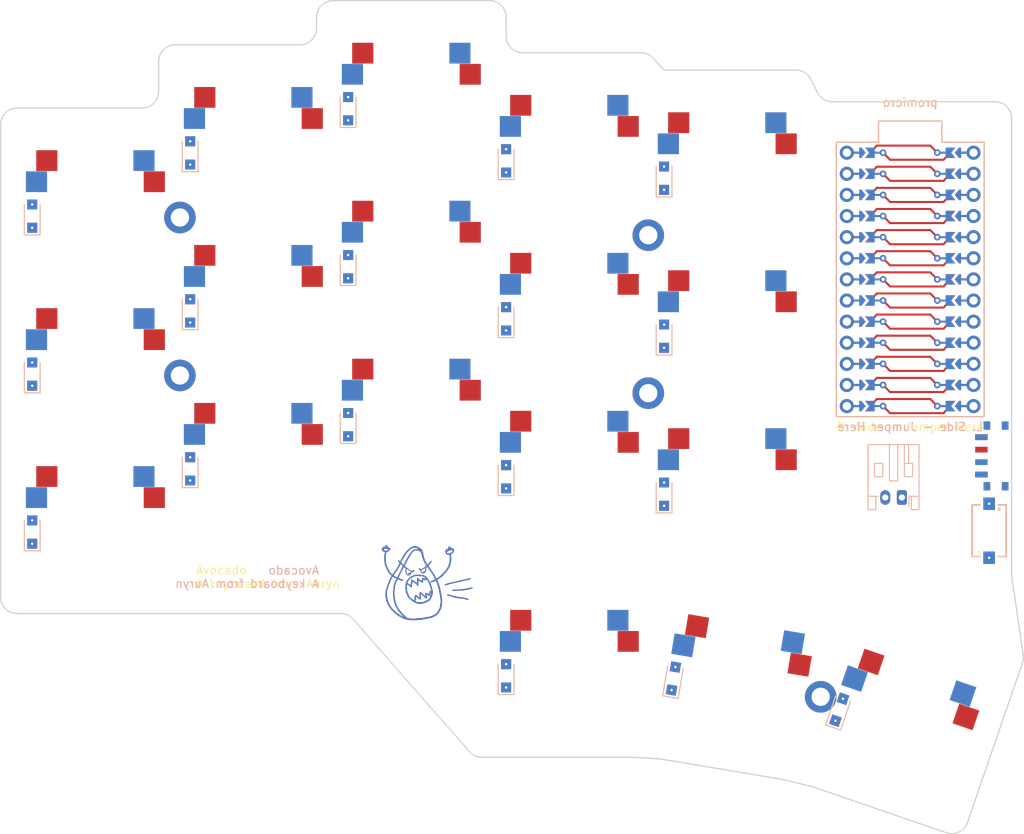
<source format=kicad_pcb>
(kicad_pcb (version 20171130) (host pcbnew 5.1.6)
  (title_block (title "avocado") (rev "0.0.2") (company "auryn"))
  (layers (0 F.Cu signal) (31 B.Cu signal) (34 B.Paste user) (35 F.Paste user) (36 B.SilkS user) (37 F.SilkS user) (38 B.Mask user) (39 F.Mask user) (44 Edge.Cuts user))
  (net 0 "")
  (net 1 "P2")
  (net 2 "P0")
  (net 3 "P1")
  (net 4 "P8")
  (net 5 "P7")
  (net 6 "P6")
  (net 7 "P5")
  (net 8 "P4")
  (net 9 "P3")
  (net 10 "P9")
  (net 11 "P21")
  (net 12 "P20")
  (net 13 "P19")
  (net 14 "P18")
  (net 15 "P15")
  (net 16 "P14")
  (net 17 "P16")
  (net 18 "P10")
  (net 19 "RAW")
  (net 20 "B+")
  (net 21 "B-")
  (net 22 "RST")
  (net 23 "VCC")
  (net 24 "GND")
  (net 25 "_1_0")
  (net 26 "_1_25")
  (net 27 "_1_1")
  (net 28 "_1_24")
  (net 29 "_1_2")
  (net 30 "_1_23")
  (net 31 "_1_3")
  (net 32 "_1_22")
  (net 33 "_1_4")
  (net 34 "_1_21")
  (net 35 "_1_5")
  (net 36 "_1_20")
  (net 37 "_1_6")
  (net 38 "_1_19")
  (net 39 "_1_7")
  (net 40 "_1_18")
  (net 41 "_1_8")
  (net 42 "_1_17")
  (net 43 "_1_9")
  (net 44 "_1_16")
  (net 45 "_1_10")
  (net 46 "_1_15")
  (net 47 "_1_11")
  (net 48 "_1_14")
  (net 49 "_1_12")
  (net 50 "_1_13")
  (net 51 "pos")
  (footprint "Diode_SMD:Nexperia_CFP3_SOD-123W" (at -7.6 1.6 90)
    (fp_text reference "D1" hide)
    (fp_text value "Nexperia_CFP3_SOD-123W" hide)
    (pad "1" thru_hole rect (at -1.4 0 90) (size 1.2 1.2) (drill 0.3) (layers *.Cu *.Mask) (net 1 "P2"))
    (pad "2" thru_hole rect (at 1.4 0 90) (size 1.2 1.2) (drill 0.3) (layers *.Cu *.Mask) (net 1 "P2"))
  )
  (footprint "Diode_SMD:Nexperia_CFP3_SOD-123W" (at -7.6 -17.4 90)
    (fp_text reference "D2" hide)
    (fp_text value "Nexperia_CFP3_SOD-123W" hide)
    (pad "1" thru_hole rect (at -1.4 0 90) (size 1.2 1.2) (drill 0.3) (layers *.Cu *.Mask) (net 2 "P0"))
    (pad "2" thru_hole rect (at 1.4 0 90) (size 1.2 1.2) (drill 0.3) (layers *.Cu *.Mask) (net 2 "P0"))
  )
  (footprint "Diode_SMD:Nexperia_CFP3_SOD-123W" (at -7.6 -36.4 90)
    (fp_text reference "D3" hide)
    (fp_text value "Nexperia_CFP3_SOD-123W" hide)
    (pad "1" thru_hole rect (at -1.4 0 90) (size 1.2 1.2) (drill 0.3) (layers *.Cu *.Mask) (net 3 "P1"))
    (pad "2" thru_hole rect (at 1.4 0 90) (size 1.2 1.2) (drill 0.3) (layers *.Cu *.Mask) (net 3 "P1"))
  )
  (footprint "Diode_SMD:Nexperia_CFP3_SOD-123W" (at 11.4 -6 90)
    (fp_text reference "D4" hide)
    (fp_text value "Nexperia_CFP3_SOD-123W" hide)
    (pad "1" thru_hole rect (at -1.4 0 90) (size 1.2 1.2) (drill 0.3) (layers *.Cu *.Mask) (net 1 "P2"))
    (pad "2" thru_hole rect (at 1.4 0 90) (size 1.2 1.2) (drill 0.3) (layers *.Cu *.Mask) (net 1 "P2"))
  )
  (footprint "Diode_SMD:Nexperia_CFP3_SOD-123W" (at 11.4 -25 90)
    (fp_text reference "D5" hide)
    (fp_text value "Nexperia_CFP3_SOD-123W" hide)
    (pad "1" thru_hole rect (at -1.4 0 90) (size 1.2 1.2) (drill 0.3) (layers *.Cu *.Mask) (net 2 "P0"))
    (pad "2" thru_hole rect (at 1.4 0 90) (size 1.2 1.2) (drill 0.3) (layers *.Cu *.Mask) (net 2 "P0"))
  )
  (footprint "Diode_SMD:Nexperia_CFP3_SOD-123W" (at 11.4 -44 90)
    (fp_text reference "D6" hide)
    (fp_text value "Nexperia_CFP3_SOD-123W" hide)
    (pad "1" thru_hole rect (at -1.4 0 90) (size 1.2 1.2) (drill 0.3) (layers *.Cu *.Mask) (net 3 "P1"))
    (pad "2" thru_hole rect (at 1.4 0 90) (size 1.2 1.2) (drill 0.3) (layers *.Cu *.Mask) (net 3 "P1"))
  )
  (footprint "Diode_SMD:Nexperia_CFP3_SOD-123W" (at 30.4 -11.32 90)
    (fp_text reference "D7" hide)
    (fp_text value "Nexperia_CFP3_SOD-123W" hide)
    (pad "1" thru_hole rect (at -1.4 0 90) (size 1.2 1.2) (drill 0.3) (layers *.Cu *.Mask) (net 1 "P2"))
    (pad "2" thru_hole rect (at 1.4 0 90) (size 1.2 1.2) (drill 0.3) (layers *.Cu *.Mask) (net 1 "P2"))
  )
  (footprint "Diode_SMD:Nexperia_CFP3_SOD-123W" (at 30.4 -30.32 90)
    (fp_text reference "D8" hide)
    (fp_text value "Nexperia_CFP3_SOD-123W" hide)
    (pad "1" thru_hole rect (at -1.4 0 90) (size 1.2 1.2) (drill 0.3) (layers *.Cu *.Mask) (net 2 "P0"))
    (pad "2" thru_hole rect (at 1.4 0 90) (size 1.2 1.2) (drill 0.3) (layers *.Cu *.Mask) (net 2 "P0"))
  )
  (footprint "Diode_SMD:Nexperia_CFP3_SOD-123W" (at 30.4 -49.32 90)
    (fp_text reference "D9" hide)
    (fp_text value "Nexperia_CFP3_SOD-123W" hide)
    (pad "1" thru_hole rect (at -1.4 0 90) (size 1.2 1.2) (drill 0.3) (layers *.Cu *.Mask) (net 3 "P1"))
    (pad "2" thru_hole rect (at 1.4 0 90) (size 1.2 1.2) (drill 0.3) (layers *.Cu *.Mask) (net 3 "P1"))
  )
  (footprint "Diode_SMD:Nexperia_CFP3_SOD-123W" (at 49.4 -5.050000000000001 90)
    (fp_text reference "D10" hide)
    (fp_text value "Nexperia_CFP3_SOD-123W" hide)
    (pad "1" thru_hole rect (at -1.4 0 90) (size 1.2 1.2) (drill 0.3) (layers *.Cu *.Mask) (net 1 "P2"))
    (pad "2" thru_hole rect (at 1.4 0 90) (size 1.2 1.2) (drill 0.3) (layers *.Cu *.Mask) (net 1 "P2"))
  )
  (footprint "Diode_SMD:Nexperia_CFP3_SOD-123W" (at 49.4 -24.049999999999997 90)
    (fp_text reference "D11" hide)
    (fp_text value "Nexperia_CFP3_SOD-123W" hide)
    (pad "1" thru_hole rect (at -1.4 0 90) (size 1.2 1.2) (drill 0.3) (layers *.Cu *.Mask) (net 2 "P0"))
    (pad "2" thru_hole rect (at 1.4 0 90) (size 1.2 1.2) (drill 0.3) (layers *.Cu *.Mask) (net 2 "P0"))
  )
  (footprint "Diode_SMD:Nexperia_CFP3_SOD-123W" (at 49.4 -43.05 90)
    (fp_text reference "D12" hide)
    (fp_text value "Nexperia_CFP3_SOD-123W" hide)
    (pad "1" thru_hole rect (at -1.4 0 90) (size 1.2 1.2) (drill 0.3) (layers *.Cu *.Mask) (net 3 "P1"))
    (pad "2" thru_hole rect (at 1.4 0 90) (size 1.2 1.2) (drill 0.3) (layers *.Cu *.Mask) (net 3 "P1"))
  )
  (footprint "Diode_SMD:Nexperia_CFP3_SOD-123W" (at 68.4 -2.9599999999999995 90)
    (fp_text reference "D13" hide)
    (fp_text value "Nexperia_CFP3_SOD-123W" hide)
    (pad "1" thru_hole rect (at -1.4 0 90) (size 1.2 1.2) (drill 0.3) (layers *.Cu *.Mask) (net 1 "P2"))
    (pad "2" thru_hole rect (at 1.4 0 90) (size 1.2 1.2) (drill 0.3) (layers *.Cu *.Mask) (net 1 "P2"))
  )
  (footprint "Diode_SMD:Nexperia_CFP3_SOD-123W" (at 68.4 -21.959999999999997 90)
    (fp_text reference "D14" hide)
    (fp_text value "Nexperia_CFP3_SOD-123W" hide)
    (pad "1" thru_hole rect (at -1.4 0 90) (size 1.2 1.2) (drill 0.3) (layers *.Cu *.Mask) (net 2 "P0"))
    (pad "2" thru_hole rect (at 1.4 0 90) (size 1.2 1.2) (drill 0.3) (layers *.Cu *.Mask) (net 2 "P0"))
  )
  (footprint "Diode_SMD:Nexperia_CFP3_SOD-123W" (at 68.4 -40.96 90)
    (fp_text reference "D15" hide)
    (fp_text value "Nexperia_CFP3_SOD-123W" hide)
    (pad "1" thru_hole rect (at -1.4 0 90) (size 1.2 1.2) (drill 0.3) (layers *.Cu *.Mask) (net 3 "P1"))
    (pad "2" thru_hole rect (at 1.4 0 90) (size 1.2 1.2) (drill 0.3) (layers *.Cu *.Mask) (net 3 "P1"))
  )
  (footprint "Diode_SMD:Nexperia_CFP3_SOD-123W" (at 49.4 18.890000000000004 90)
    (fp_text reference "D16" hide)
    (fp_text value "Nexperia_CFP3_SOD-123W" hide)
    (pad "1" thru_hole rect (at -1.4 0 90) (size 1.2 1.2) (drill 0.3) (layers *.Cu *.Mask) (net 4 "P8"))
    (pad "2" thru_hole rect (at 1.4 0 90) (size 1.2 1.2) (drill 0.3) (layers *.Cu *.Mask) (net 4 "P8"))
  )
  (footprint "Diode_SMD:Nexperia_CFP3_SOD-123W" (at 69.5302522 19.220733500000005 80.5)
    (fp_text reference "D17" hide)
    (fp_text value "Nexperia_CFP3_SOD-123W" hide)
    (pad "1" thru_hole rect (at -1.4 0 80.5) (size 1.2 1.2) (drill 0.3) (layers *.Cu *.Mask) (net 4 "P8"))
    (pad "2" thru_hole rect (at 1.4 0 80.5) (size 1.2 1.2) (drill 0.3) (layers *.Cu *.Mask) (net 4 "P8"))
  )
  (footprint "Diode_SMD:Nexperia_CFP3_SOD-123W" (at 89.4668463 22.969107400000006 71)
    (fp_text reference "D18" hide)
    (fp_text value "Nexperia_CFP3_SOD-123W" hide)
    (pad "1" thru_hole rect (at -1.4 0 71) (size 1.2 1.2) (drill 0.3) (layers *.Cu *.Mask) (net 4 "P8"))
    (pad "2" thru_hole rect (at 1.4 0 71) (size 1.2 1.2) (drill 0.3) (layers *.Cu *.Mask) (net 4 "P8"))
  )
  (module MX (layer F.Cu) (at 0 0 0)
    (fp_text reference "S1" hide)
    (fp_text value "" hide)
    (pad "" np_thru_hole circle (at 0 0) (size 3.9878 3.9878) (drill 3.9878) (layers *.Cu *.Mask))
    (pad "" np_thru_hole circle (at 5.08 0) (size 1.7018 1.7018) (drill 1.7018) (layers *.Cu *.Mask))
    (pad "" np_thru_hole circle (at -5.08 0) (size 1.7018 1.7018) (drill 1.7018) (layers *.Cu *.Mask))
    (pad "" np_thru_hole circle (at 2.54 -5.08) (size 3 3) (drill 3) (layers *.Cu *.Mask))
    (pad "" np_thru_hole circle (at -3.81 -2.54) (size 3 3) (drill 3) (layers *.Cu *.Mask))
    (pad 1 smd rect (at -7.085 -2.54 0) (size 2.55 2.5) (layers B.Cu B.Paste B.Mask) (net 5 "P7"))
    (pad 2 smd rect (at 5.842 -5.08 0) (size 2.55 2.5) (layers B.Cu B.Paste B.Mask) (net 1 "P2"))
    (pad "" np_thru_hole circle (at -2.54 -5.08) (size 3 3) (drill 3) (layers *.Cu *.Mask))
    (pad "" np_thru_hole circle (at 3.81 -2.54) (size 3 3) (drill 3) (layers *.Cu *.Mask))
    (pad 1 smd rect (at 7.085 -2.54 0) (size 2.55 2.5) (layers F.Cu F.Paste F.Mask) (net 5 "P7"))
    (pad 2 smd rect (at -5.842 -5.08 0) (size 2.55 2.5) (layers F.Cu F.Paste F.Mask) (net 1 "P2"))
  )
  (module MX (layer F.Cu) (at 0 -19 0)
    (fp_text reference "S2" hide)
    (fp_text value "" hide)
    (pad "" np_thru_hole circle (at 0 0) (size 3.9878 3.9878) (drill 3.9878) (layers *.Cu *.Mask))
    (pad "" np_thru_hole circle (at 5.08 0) (size 1.7018 1.7018) (drill 1.7018) (layers *.Cu *.Mask))
    (pad "" np_thru_hole circle (at -5.08 0) (size 1.7018 1.7018) (drill 1.7018) (layers *.Cu *.Mask))
    (pad "" np_thru_hole circle (at 2.54 -5.08) (size 3 3) (drill 3) (layers *.Cu *.Mask))
    (pad "" np_thru_hole circle (at -3.81 -2.54) (size 3 3) (drill 3) (layers *.Cu *.Mask))
    (pad 1 smd rect (at -7.085 -2.54 0) (size 2.55 2.5) (layers B.Cu B.Paste B.Mask) (net 5 "P7"))
    (pad 2 smd rect (at 5.842 -5.08 0) (size 2.55 2.5) (layers B.Cu B.Paste B.Mask) (net 2 "P0"))
    (pad "" np_thru_hole circle (at -2.54 -5.08) (size 3 3) (drill 3) (layers *.Cu *.Mask))
    (pad "" np_thru_hole circle (at 3.81 -2.54) (size 3 3) (drill 3) (layers *.Cu *.Mask))
    (pad 1 smd rect (at 7.085 -2.54 0) (size 2.55 2.5) (layers F.Cu F.Paste F.Mask) (net 5 "P7"))
    (pad 2 smd rect (at -5.842 -5.08 0) (size 2.55 2.5) (layers F.Cu F.Paste F.Mask) (net 2 "P0"))
  )
  (module MX (layer F.Cu) (at 0 -38 0)
    (fp_text reference "S3" hide)
    (fp_text value "" hide)
    (pad "" np_thru_hole circle (at 0 0) (size 3.9878 3.9878) (drill 3.9878) (layers *.Cu *.Mask))
    (pad "" np_thru_hole circle (at 5.08 0) (size 1.7018 1.7018) (drill 1.7018) (layers *.Cu *.Mask))
    (pad "" np_thru_hole circle (at -5.08 0) (size 1.7018 1.7018) (drill 1.7018) (layers *.Cu *.Mask))
    (pad "" np_thru_hole circle (at 2.54 -5.08) (size 3 3) (drill 3) (layers *.Cu *.Mask))
    (pad "" np_thru_hole circle (at -3.81 -2.54) (size 3 3) (drill 3) (layers *.Cu *.Mask))
    (pad 1 smd rect (at -7.085 -2.54 0) (size 2.55 2.5) (layers B.Cu B.Paste B.Mask) (net 5 "P7"))
    (pad 2 smd rect (at 5.842 -5.08 0) (size 2.55 2.5) (layers B.Cu B.Paste B.Mask) (net 3 "P1"))
    (pad "" np_thru_hole circle (at -2.54 -5.08) (size 3 3) (drill 3) (layers *.Cu *.Mask))
    (pad "" np_thru_hole circle (at 3.81 -2.54) (size 3 3) (drill 3) (layers *.Cu *.Mask))
    (pad 1 smd rect (at 7.085 -2.54 0) (size 2.55 2.5) (layers F.Cu F.Paste F.Mask) (net 5 "P7"))
    (pad 2 smd rect (at -5.842 -5.08 0) (size 2.55 2.5) (layers F.Cu F.Paste F.Mask) (net 3 "P1"))
  )
  (module MX (layer F.Cu) (at 19 -7.6 0)
    (fp_text reference "S4" hide)
    (fp_text value "" hide)
    (pad "" np_thru_hole circle (at 0 0) (size 3.9878 3.9878) (drill 3.9878) (layers *.Cu *.Mask))
    (pad "" np_thru_hole circle (at 5.08 0) (size 1.7018 1.7018) (drill 1.7018) (layers *.Cu *.Mask))
    (pad "" np_thru_hole circle (at -5.08 0) (size 1.7018 1.7018) (drill 1.7018) (layers *.Cu *.Mask))
    (pad "" np_thru_hole circle (at 2.54 -5.08) (size 3 3) (drill 3) (layers *.Cu *.Mask))
    (pad "" np_thru_hole circle (at -3.81 -2.54) (size 3 3) (drill 3) (layers *.Cu *.Mask))
    (pad 1 smd rect (at -7.085 -2.54 0) (size 2.55 2.5) (layers B.Cu B.Paste B.Mask) (net 6 "P6"))
    (pad 2 smd rect (at 5.842 -5.08 0) (size 2.55 2.5) (layers B.Cu B.Paste B.Mask) (net 1 "P2"))
    (pad "" np_thru_hole circle (at -2.54 -5.08) (size 3 3) (drill 3) (layers *.Cu *.Mask))
    (pad "" np_thru_hole circle (at 3.81 -2.54) (size 3 3) (drill 3) (layers *.Cu *.Mask))
    (pad 1 smd rect (at 7.085 -2.54 0) (size 2.55 2.5) (layers F.Cu F.Paste F.Mask) (net 6 "P6"))
    (pad 2 smd rect (at -5.842 -5.08 0) (size 2.55 2.5) (layers F.Cu F.Paste F.Mask) (net 1 "P2"))
  )
  (module MX (layer F.Cu) (at 19 -26.6 0)
    (fp_text reference "S5" hide)
    (fp_text value "" hide)
    (pad "" np_thru_hole circle (at 0 0) (size 3.9878 3.9878) (drill 3.9878) (layers *.Cu *.Mask))
    (pad "" np_thru_hole circle (at 5.08 0) (size 1.7018 1.7018) (drill 1.7018) (layers *.Cu *.Mask))
    (pad "" np_thru_hole circle (at -5.08 0) (size 1.7018 1.7018) (drill 1.7018) (layers *.Cu *.Mask))
    (pad "" np_thru_hole circle (at 2.54 -5.08) (size 3 3) (drill 3) (layers *.Cu *.Mask))
    (pad "" np_thru_hole circle (at -3.81 -2.54) (size 3 3) (drill 3) (layers *.Cu *.Mask))
    (pad 1 smd rect (at -7.085 -2.54 0) (size 2.55 2.5) (layers B.Cu B.Paste B.Mask) (net 6 "P6"))
    (pad 2 smd rect (at 5.842 -5.08 0) (size 2.55 2.5) (layers B.Cu B.Paste B.Mask) (net 2 "P0"))
    (pad "" np_thru_hole circle (at -2.54 -5.08) (size 3 3) (drill 3) (layers *.Cu *.Mask))
    (pad "" np_thru_hole circle (at 3.81 -2.54) (size 3 3) (drill 3) (layers *.Cu *.Mask))
    (pad 1 smd rect (at 7.085 -2.54 0) (size 2.55 2.5) (layers F.Cu F.Paste F.Mask) (net 6 "P6"))
    (pad 2 smd rect (at -5.842 -5.08 0) (size 2.55 2.5) (layers F.Cu F.Paste F.Mask) (net 2 "P0"))
  )
  (module MX (layer F.Cu) (at 19 -45.6 0)
    (fp_text reference "S6" hide)
    (fp_text value "" hide)
    (pad "" np_thru_hole circle (at 0 0) (size 3.9878 3.9878) (drill 3.9878) (layers *.Cu *.Mask))
    (pad "" np_thru_hole circle (at 5.08 0) (size 1.7018 1.7018) (drill 1.7018) (layers *.Cu *.Mask))
    (pad "" np_thru_hole circle (at -5.08 0) (size 1.7018 1.7018) (drill 1.7018) (layers *.Cu *.Mask))
    (pad "" np_thru_hole circle (at 2.54 -5.08) (size 3 3) (drill 3) (layers *.Cu *.Mask))
    (pad "" np_thru_hole circle (at -3.81 -2.54) (size 3 3) (drill 3) (layers *.Cu *.Mask))
    (pad 1 smd rect (at -7.085 -2.54 0) (size 2.55 2.5) (layers B.Cu B.Paste B.Mask) (net 6 "P6"))
    (pad 2 smd rect (at 5.842 -5.08 0) (size 2.55 2.5) (layers B.Cu B.Paste B.Mask) (net 3 "P1"))
    (pad "" np_thru_hole circle (at -2.54 -5.08) (size 3 3) (drill 3) (layers *.Cu *.Mask))
    (pad "" np_thru_hole circle (at 3.81 -2.54) (size 3 3) (drill 3) (layers *.Cu *.Mask))
    (pad 1 smd rect (at 7.085 -2.54 0) (size 2.55 2.5) (layers F.Cu F.Paste F.Mask) (net 6 "P6"))
    (pad 2 smd rect (at -5.842 -5.08 0) (size 2.55 2.5) (layers F.Cu F.Paste F.Mask) (net 3 "P1"))
  )
  (module MX (layer F.Cu) (at 38 -12.92 0)
    (fp_text reference "S7" hide)
    (fp_text value "" hide)
    (pad "" np_thru_hole circle (at 0 0) (size 3.9878 3.9878) (drill 3.9878) (layers *.Cu *.Mask))
    (pad "" np_thru_hole circle (at 5.08 0) (size 1.7018 1.7018) (drill 1.7018) (layers *.Cu *.Mask))
    (pad "" np_thru_hole circle (at -5.08 0) (size 1.7018 1.7018) (drill 1.7018) (layers *.Cu *.Mask))
    (pad "" np_thru_hole circle (at 2.54 -5.08) (size 3 3) (drill 3) (layers *.Cu *.Mask))
    (pad "" np_thru_hole circle (at -3.81 -2.54) (size 3 3) (drill 3) (layers *.Cu *.Mask))
    (pad 1 smd rect (at -7.085 -2.54 0) (size 2.55 2.5) (layers B.Cu B.Paste B.Mask) (net 7 "P5"))
    (pad 2 smd rect (at 5.842 -5.08 0) (size 2.55 2.5) (layers B.Cu B.Paste B.Mask) (net 1 "P2"))
    (pad "" np_thru_hole circle (at -2.54 -5.08) (size 3 3) (drill 3) (layers *.Cu *.Mask))
    (pad "" np_thru_hole circle (at 3.81 -2.54) (size 3 3) (drill 3) (layers *.Cu *.Mask))
    (pad 1 smd rect (at 7.085 -2.54 0) (size 2.55 2.5) (layers F.Cu F.Paste F.Mask) (net 7 "P5"))
    (pad 2 smd rect (at -5.842 -5.08 0) (size 2.55 2.5) (layers F.Cu F.Paste F.Mask) (net 1 "P2"))
  )
  (module MX (layer F.Cu) (at 38 -31.92 0)
    (fp_text reference "S8" hide)
    (fp_text value "" hide)
    (pad "" np_thru_hole circle (at 0 0) (size 3.9878 3.9878) (drill 3.9878) (layers *.Cu *.Mask))
    (pad "" np_thru_hole circle (at 5.08 0) (size 1.7018 1.7018) (drill 1.7018) (layers *.Cu *.Mask))
    (pad "" np_thru_hole circle (at -5.08 0) (size 1.7018 1.7018) (drill 1.7018) (layers *.Cu *.Mask))
    (pad "" np_thru_hole circle (at 2.54 -5.08) (size 3 3) (drill 3) (layers *.Cu *.Mask))
    (pad "" np_thru_hole circle (at -3.81 -2.54) (size 3 3) (drill 3) (layers *.Cu *.Mask))
    (pad 1 smd rect (at -7.085 -2.54 0) (size 2.55 2.5) (layers B.Cu B.Paste B.Mask) (net 7 "P5"))
    (pad 2 smd rect (at 5.842 -5.08 0) (size 2.55 2.5) (layers B.Cu B.Paste B.Mask) (net 2 "P0"))
    (pad "" np_thru_hole circle (at -2.54 -5.08) (size 3 3) (drill 3) (layers *.Cu *.Mask))
    (pad "" np_thru_hole circle (at 3.81 -2.54) (size 3 3) (drill 3) (layers *.Cu *.Mask))
    (pad 1 smd rect (at 7.085 -2.54 0) (size 2.55 2.5) (layers F.Cu F.Paste F.Mask) (net 7 "P5"))
    (pad 2 smd rect (at -5.842 -5.08 0) (size 2.55 2.5) (layers F.Cu F.Paste F.Mask) (net 2 "P0"))
  )
  (module MX (layer F.Cu) (at 38 -50.92 0)
    (fp_text reference "S9" hide)
    (fp_text value "" hide)
    (pad "" np_thru_hole circle (at 0 0) (size 3.9878 3.9878) (drill 3.9878) (layers *.Cu *.Mask))
    (pad "" np_thru_hole circle (at 5.08 0) (size 1.7018 1.7018) (drill 1.7018) (layers *.Cu *.Mask))
    (pad "" np_thru_hole circle (at -5.08 0) (size 1.7018 1.7018) (drill 1.7018) (layers *.Cu *.Mask))
    (pad "" np_thru_hole circle (at 2.54 -5.08) (size 3 3) (drill 3) (layers *.Cu *.Mask))
    (pad "" np_thru_hole circle (at -3.81 -2.54) (size 3 3) (drill 3) (layers *.Cu *.Mask))
    (pad 1 smd rect (at -7.085 -2.54 0) (size 2.55 2.5) (layers B.Cu B.Paste B.Mask) (net 7 "P5"))
    (pad 2 smd rect (at 5.842 -5.08 0) (size 2.55 2.5) (layers B.Cu B.Paste B.Mask) (net 3 "P1"))
    (pad "" np_thru_hole circle (at -2.54 -5.08) (size 3 3) (drill 3) (layers *.Cu *.Mask))
    (pad "" np_thru_hole circle (at 3.81 -2.54) (size 3 3) (drill 3) (layers *.Cu *.Mask))
    (pad 1 smd rect (at 7.085 -2.54 0) (size 2.55 2.5) (layers F.Cu F.Paste F.Mask) (net 7 "P5"))
    (pad 2 smd rect (at -5.842 -5.08 0) (size 2.55 2.5) (layers F.Cu F.Paste F.Mask) (net 3 "P1"))
  )
  (module MX (layer F.Cu) (at 57 -6.65 0)
    (fp_text reference "S10" hide)
    (fp_text value "" hide)
    (pad "" np_thru_hole circle (at 0 0) (size 3.9878 3.9878) (drill 3.9878) (layers *.Cu *.Mask))
    (pad "" np_thru_hole circle (at 5.08 0) (size 1.7018 1.7018) (drill 1.7018) (layers *.Cu *.Mask))
    (pad "" np_thru_hole circle (at -5.08 0) (size 1.7018 1.7018) (drill 1.7018) (layers *.Cu *.Mask))
    (pad "" np_thru_hole circle (at 2.54 -5.08) (size 3 3) (drill 3) (layers *.Cu *.Mask))
    (pad "" np_thru_hole circle (at -3.81 -2.54) (size 3 3) (drill 3) (layers *.Cu *.Mask))
    (pad 1 smd rect (at -7.085 -2.54 0) (size 2.55 2.5) (layers B.Cu B.Paste B.Mask) (net 8 "P4"))
    (pad 2 smd rect (at 5.842 -5.08 0) (size 2.55 2.5) (layers B.Cu B.Paste B.Mask) (net 1 "P2"))
    (pad "" np_thru_hole circle (at -2.54 -5.08) (size 3 3) (drill 3) (layers *.Cu *.Mask))
    (pad "" np_thru_hole circle (at 3.81 -2.54) (size 3 3) (drill 3) (layers *.Cu *.Mask))
    (pad 1 smd rect (at 7.085 -2.54 0) (size 2.55 2.5) (layers F.Cu F.Paste F.Mask) (net 8 "P4"))
    (pad 2 smd rect (at -5.842 -5.08 0) (size 2.55 2.5) (layers F.Cu F.Paste F.Mask) (net 1 "P2"))
  )
  (module MX (layer F.Cu) (at 57 -25.65 0)
    (fp_text reference "S11" hide)
    (fp_text value "" hide)
    (pad "" np_thru_hole circle (at 0 0) (size 3.9878 3.9878) (drill 3.9878) (layers *.Cu *.Mask))
    (pad "" np_thru_hole circle (at 5.08 0) (size 1.7018 1.7018) (drill 1.7018) (layers *.Cu *.Mask))
    (pad "" np_thru_hole circle (at -5.08 0) (size 1.7018 1.7018) (drill 1.7018) (layers *.Cu *.Mask))
    (pad "" np_thru_hole circle (at 2.54 -5.08) (size 3 3) (drill 3) (layers *.Cu *.Mask))
    (pad "" np_thru_hole circle (at -3.81 -2.54) (size 3 3) (drill 3) (layers *.Cu *.Mask))
    (pad 1 smd rect (at -7.085 -2.54 0) (size 2.55 2.5) (layers B.Cu B.Paste B.Mask) (net 8 "P4"))
    (pad 2 smd rect (at 5.842 -5.08 0) (size 2.55 2.5) (layers B.Cu B.Paste B.Mask) (net 2 "P0"))
    (pad "" np_thru_hole circle (at -2.54 -5.08) (size 3 3) (drill 3) (layers *.Cu *.Mask))
    (pad "" np_thru_hole circle (at 3.81 -2.54) (size 3 3) (drill 3) (layers *.Cu *.Mask))
    (pad 1 smd rect (at 7.085 -2.54 0) (size 2.55 2.5) (layers F.Cu F.Paste F.Mask) (net 8 "P4"))
    (pad 2 smd rect (at -5.842 -5.08 0) (size 2.55 2.5) (layers F.Cu F.Paste F.Mask) (net 2 "P0"))
  )
  (module MX (layer F.Cu) (at 57 -44.65 0)
    (fp_text reference "S12" hide)
    (fp_text value "" hide)
    (pad "" np_thru_hole circle (at 0 0) (size 3.9878 3.9878) (drill 3.9878) (layers *.Cu *.Mask))
    (pad "" np_thru_hole circle (at 5.08 0) (size 1.7018 1.7018) (drill 1.7018) (layers *.Cu *.Mask))
    (pad "" np_thru_hole circle (at -5.08 0) (size 1.7018 1.7018) (drill 1.7018) (layers *.Cu *.Mask))
    (pad "" np_thru_hole circle (at 2.54 -5.08) (size 3 3) (drill 3) (layers *.Cu *.Mask))
    (pad "" np_thru_hole circle (at -3.81 -2.54) (size 3 3) (drill 3) (layers *.Cu *.Mask))
    (pad 1 smd rect (at -7.085 -2.54 0) (size 2.55 2.5) (layers B.Cu B.Paste B.Mask) (net 8 "P4"))
    (pad 2 smd rect (at 5.842 -5.08 0) (size 2.55 2.5) (layers B.Cu B.Paste B.Mask) (net 3 "P1"))
    (pad "" np_thru_hole circle (at -2.54 -5.08) (size 3 3) (drill 3) (layers *.Cu *.Mask))
    (pad "" np_thru_hole circle (at 3.81 -2.54) (size 3 3) (drill 3) (layers *.Cu *.Mask))
    (pad 1 smd rect (at 7.085 -2.54 0) (size 2.55 2.5) (layers F.Cu F.Paste F.Mask) (net 8 "P4"))
    (pad 2 smd rect (at -5.842 -5.08 0) (size 2.55 2.5) (layers F.Cu F.Paste F.Mask) (net 3 "P1"))
  )
  (module MX (layer F.Cu) (at 76 -4.56 0)
    (fp_text reference "S13" hide)
    (fp_text value "" hide)
    (pad "" np_thru_hole circle (at 0 0) (size 3.9878 3.9878) (drill 3.9878) (layers *.Cu *.Mask))
    (pad "" np_thru_hole circle (at 5.08 0) (size 1.7018 1.7018) (drill 1.7018) (layers *.Cu *.Mask))
    (pad "" np_thru_hole circle (at -5.08 0) (size 1.7018 1.7018) (drill 1.7018) (layers *.Cu *.Mask))
    (pad "" np_thru_hole circle (at 2.54 -5.08) (size 3 3) (drill 3) (layers *.Cu *.Mask))
    (pad "" np_thru_hole circle (at -3.81 -2.54) (size 3 3) (drill 3) (layers *.Cu *.Mask))
    (pad 1 smd rect (at -7.085 -2.54 0) (size 2.55 2.5) (layers B.Cu B.Paste B.Mask) (net 9 "P3"))
    (pad 2 smd rect (at 5.842 -5.08 0) (size 2.55 2.5) (layers B.Cu B.Paste B.Mask) (net 1 "P2"))
    (pad "" np_thru_hole circle (at -2.54 -5.08) (size 3 3) (drill 3) (layers *.Cu *.Mask))
    (pad "" np_thru_hole circle (at 3.81 -2.54) (size 3 3) (drill 3) (layers *.Cu *.Mask))
    (pad 1 smd rect (at 7.085 -2.54 0) (size 2.55 2.5) (layers F.Cu F.Paste F.Mask) (net 9 "P3"))
    (pad 2 smd rect (at -5.842 -5.08 0) (size 2.55 2.5) (layers F.Cu F.Paste F.Mask) (net 1 "P2"))
  )
  (module MX (layer F.Cu) (at 76 -23.56 0)
    (fp_text reference "S14" hide)
    (fp_text value "" hide)
    (pad "" np_thru_hole circle (at 0 0) (size 3.9878 3.9878) (drill 3.9878) (layers *.Cu *.Mask))
    (pad "" np_thru_hole circle (at 5.08 0) (size 1.7018 1.7018) (drill 1.7018) (layers *.Cu *.Mask))
    (pad "" np_thru_hole circle (at -5.08 0) (size 1.7018 1.7018) (drill 1.7018) (layers *.Cu *.Mask))
    (pad "" np_thru_hole circle (at 2.54 -5.08) (size 3 3) (drill 3) (layers *.Cu *.Mask))
    (pad "" np_thru_hole circle (at -3.81 -2.54) (size 3 3) (drill 3) (layers *.Cu *.Mask))
    (pad 1 smd rect (at -7.085 -2.54 0) (size 2.55 2.5) (layers B.Cu B.Paste B.Mask) (net 9 "P3"))
    (pad 2 smd rect (at 5.842 -5.08 0) (size 2.55 2.5) (layers B.Cu B.Paste B.Mask) (net 2 "P0"))
    (pad "" np_thru_hole circle (at -2.54 -5.08) (size 3 3) (drill 3) (layers *.Cu *.Mask))
    (pad "" np_thru_hole circle (at 3.81 -2.54) (size 3 3) (drill 3) (layers *.Cu *.Mask))
    (pad 1 smd rect (at 7.085 -2.54 0) (size 2.55 2.5) (layers F.Cu F.Paste F.Mask) (net 9 "P3"))
    (pad 2 smd rect (at -5.842 -5.08 0) (size 2.55 2.5) (layers F.Cu F.Paste F.Mask) (net 2 "P0"))
  )
  (module MX (layer F.Cu) (at 76 -42.56 0)
    (fp_text reference "S15" hide)
    (fp_text value "" hide)
    (pad "" np_thru_hole circle (at 0 0) (size 3.9878 3.9878) (drill 3.9878) (layers *.Cu *.Mask))
    (pad "" np_thru_hole circle (at 5.08 0) (size 1.7018 1.7018) (drill 1.7018) (layers *.Cu *.Mask))
    (pad "" np_thru_hole circle (at -5.08 0) (size 1.7018 1.7018) (drill 1.7018) (layers *.Cu *.Mask))
    (pad "" np_thru_hole circle (at 2.54 -5.08) (size 3 3) (drill 3) (layers *.Cu *.Mask))
    (pad "" np_thru_hole circle (at -3.81 -2.54) (size 3 3) (drill 3) (layers *.Cu *.Mask))
    (pad 1 smd rect (at -7.085 -2.54 0) (size 2.55 2.5) (layers B.Cu B.Paste B.Mask) (net 9 "P3"))
    (pad 2 smd rect (at 5.842 -5.08 0) (size 2.55 2.5) (layers B.Cu B.Paste B.Mask) (net 3 "P1"))
    (pad "" np_thru_hole circle (at -2.54 -5.08) (size 3 3) (drill 3) (layers *.Cu *.Mask))
    (pad "" np_thru_hole circle (at 3.81 -2.54) (size 3 3) (drill 3) (layers *.Cu *.Mask))
    (pad 1 smd rect (at 7.085 -2.54 0) (size 2.55 2.5) (layers F.Cu F.Paste F.Mask) (net 9 "P3"))
    (pad 2 smd rect (at -5.842 -5.08 0) (size 2.55 2.5) (layers F.Cu F.Paste F.Mask) (net 3 "P1"))
  )
  (module MX (layer F.Cu) (at 57 17.290000000000003 0)
    (fp_text reference "S16" hide)
    (fp_text value "" hide)
    (pad "" np_thru_hole circle (at 0 0) (size 3.9878 3.9878) (drill 3.9878) (layers *.Cu *.Mask))
    (pad "" np_thru_hole circle (at 5.08 0) (size 1.7018 1.7018) (drill 1.7018) (layers *.Cu *.Mask))
    (pad "" np_thru_hole circle (at -5.08 0) (size 1.7018 1.7018) (drill 1.7018) (layers *.Cu *.Mask))
    (pad "" np_thru_hole circle (at 2.54 -5.08) (size 3 3) (drill 3) (layers *.Cu *.Mask))
    (pad "" np_thru_hole circle (at -3.81 -2.54) (size 3 3) (drill 3) (layers *.Cu *.Mask))
    (pad 1 smd rect (at -7.085 -2.54 0) (size 2.55 2.5) (layers B.Cu B.Paste B.Mask) (net 7 "P5"))
    (pad 2 smd rect (at 5.842 -5.08 0) (size 2.55 2.5) (layers B.Cu B.Paste B.Mask) (net 4 "P8"))
    (pad "" np_thru_hole circle (at -2.54 -5.08) (size 3 3) (drill 3) (layers *.Cu *.Mask))
    (pad "" np_thru_hole circle (at 3.81 -2.54) (size 3 3) (drill 3) (layers *.Cu *.Mask))
    (pad 1 smd rect (at 7.085 -2.54 0) (size 2.55 2.5) (layers F.Cu F.Paste F.Mask) (net 7 "P5"))
    (pad 2 smd rect (at -5.842 -5.08 0) (size 2.55 2.5) (layers F.Cu F.Paste F.Mask) (net 4 "P8"))
  )
  (module MX (layer F.Cu) (at 77.2900989 18.897038300000006 -9.5)
    (fp_text reference "S17" hide)
    (fp_text value "" hide)
    (pad "" np_thru_hole circle (at 0 0) (size 3.9878 3.9878) (drill 3.9878) (layers *.Cu *.Mask))
    (pad "" np_thru_hole circle (at 5.08 0) (size 1.7018 1.7018) (drill 1.7018) (layers *.Cu *.Mask))
    (pad "" np_thru_hole circle (at -5.08 0) (size 1.7018 1.7018) (drill 1.7018) (layers *.Cu *.Mask))
    (pad "" np_thru_hole circle (at 2.54 -5.08) (size 3 3) (drill 3) (layers *.Cu *.Mask))
    (pad "" np_thru_hole circle (at -3.81 -2.54) (size 3 3) (drill 3) (layers *.Cu *.Mask))
    (pad 1 smd rect (at -7.085 -2.54 -9.5) (size 2.55 2.5) (layers B.Cu B.Paste B.Mask) (net 8 "P4"))
    (pad 2 smd rect (at 5.842 -5.08 -9.5) (size 2.55 2.5) (layers B.Cu B.Paste B.Mask) (net 4 "P8"))
    (pad "" np_thru_hole circle (at -2.54 -5.08) (size 3 3) (drill 3) (layers *.Cu *.Mask))
    (pad "" np_thru_hole circle (at 3.81 -2.54) (size 3 3) (drill 3) (layers *.Cu *.Mask))
    (pad 1 smd rect (at 7.085 -2.54 -9.5) (size 2.55 2.5) (layers F.Cu F.Paste F.Mask) (net 8 "P4"))
    (pad 2 smd rect (at -5.842 -5.08 -9.5) (size 2.55 2.5) (layers F.Cu F.Paste F.Mask) (net 4 "P8"))
  )
  (module MX (layer F.Cu) (at 97.1736965 23.930595700000005 -19)
    (fp_text reference "S18" hide)
    (fp_text value "" hide)
    (pad "" np_thru_hole circle (at 0 0) (size 3.9878 3.9878) (drill 3.9878) (layers *.Cu *.Mask))
    (pad "" np_thru_hole circle (at 5.08 0) (size 1.7018 1.7018) (drill 1.7018) (layers *.Cu *.Mask))
    (pad "" np_thru_hole circle (at -5.08 0) (size 1.7018 1.7018) (drill 1.7018) (layers *.Cu *.Mask))
    (pad "" np_thru_hole circle (at 2.54 -5.08) (size 3 3) (drill 3) (layers *.Cu *.Mask))
    (pad "" np_thru_hole circle (at -3.81 -2.54) (size 3 3) (drill 3) (layers *.Cu *.Mask))
    (pad 1 smd rect (at -7.085 -2.54 -19) (size 2.55 2.5) (layers B.Cu B.Paste B.Mask) (net 9 "P3"))
    (pad 2 smd rect (at 5.842 -5.08 -19) (size 2.55 2.5) (layers B.Cu B.Paste B.Mask) (net 4 "P8"))
    (pad "" np_thru_hole circle (at -2.54 -5.08) (size 3 3) (drill 3) (layers *.Cu *.Mask))
    (pad "" np_thru_hole circle (at 3.81 -2.54) (size 3 3) (drill 3) (layers *.Cu *.Mask))
    (pad 1 smd rect (at 7.085 -2.54 -19) (size 2.55 2.5) (layers F.Cu F.Paste F.Mask) (net 9 "P3"))
    (pad 2 smd rect (at -5.842 -5.08 -19) (size 2.55 2.5) (layers F.Cu F.Paste F.Mask) (net 4 "P8"))
  )
  (module ProMicro (at 98 -30.06 0) (layer F.Cu)
    (pad 0 thru_hole oval (at -7.62 -13.97 0) (size 1.7 1.7) (drill 1) (layers *.Cu *.Mask) (net 25 "_1_0"))
    (pad 25 thru_hole oval (at 7.62 -13.97 180) (size 1.7 1.7) (drill 1) (layers *.Cu *.Mask) (net 26 "_1_25"))
    (pad 1 thru_hole oval (at -7.62 -11.43 0) (size 1.7 1.7) (drill 1) (layers *.Cu *.Mask) (net 27 "_1_1"))
    (pad 24 thru_hole oval (at 7.62 -11.43 180) (size 1.7 1.7) (drill 1) (layers *.Cu *.Mask) (net 28 "_1_24"))
    (pad 2 thru_hole oval (at -7.62 -8.89 0) (size 1.7 1.7) (drill 1) (layers *.Cu *.Mask) (net 29 "_1_2"))
    (pad 23 thru_hole oval (at 7.62 -8.89 180) (size 1.7 1.7) (drill 1) (layers *.Cu *.Mask) (net 30 "_1_23"))
    (pad 3 thru_hole oval (at -7.62 -6.3500000000000005 0) (size 1.7 1.7) (drill 1) (layers *.Cu *.Mask) (net 31 "_1_3"))
    (pad 22 thru_hole oval (at 7.62 -6.3500000000000005 180) (size 1.7 1.7) (drill 1) (layers *.Cu *.Mask) (net 32 "_1_22"))
    (pad 4 thru_hole oval (at -7.62 -3.8100000000000005 0) (size 1.7 1.7) (drill 1) (layers *.Cu *.Mask) (net 33 "_1_4"))
    (pad 21 thru_hole oval (at 7.62 -3.8100000000000005 180) (size 1.7 1.7) (drill 1) (layers *.Cu *.Mask) (net 34 "_1_21"))
    (pad 5 thru_hole oval (at -7.62 -1.2700000000000014 0) (size 1.7 1.7) (drill 1) (layers *.Cu *.Mask) (net 35 "_1_5"))
    (pad 20 thru_hole oval (at 7.62 -1.2700000000000014 180) (size 1.7 1.7) (drill 1) (layers *.Cu *.Mask) (net 36 "_1_20"))
    (pad 6 thru_hole oval (at -7.62 1.2699999999999996 0) (size 1.7 1.7) (drill 1) (layers *.Cu *.Mask) (net 37 "_1_6"))
    (pad 19 thru_hole oval (at 7.62 1.2699999999999996 180) (size 1.7 1.7) (drill 1) (layers *.Cu *.Mask) (net 38 "_1_19"))
    (pad 7 thru_hole oval (at -7.62 3.8100000000000005 0) (size 1.7 1.7) (drill 1) (layers *.Cu *.Mask) (net 39 "_1_7"))
    (pad 18 thru_hole oval (at 7.62 3.8100000000000005 180) (size 1.7 1.7) (drill 1) (layers *.Cu *.Mask) (net 40 "_1_18"))
    (pad 8 thru_hole oval (at -7.62 6.35 0) (size 1.7 1.7) (drill 1) (layers *.Cu *.Mask) (net 41 "_1_8"))
    (pad 17 thru_hole oval (at 7.62 6.35 180) (size 1.7 1.7) (drill 1) (layers *.Cu *.Mask) (net 42 "_1_17"))
    (pad 9 thru_hole oval (at -7.62 8.889999999999999 0) (size 1.7 1.7) (drill 1) (layers *.Cu *.Mask) (net 43 "_1_9"))
    (pad 16 thru_hole oval (at 7.62 8.889999999999999 180) (size 1.7 1.7) (drill 1) (layers *.Cu *.Mask) (net 44 "_1_16"))
    (pad 10 thru_hole oval (at -7.62 11.429999999999998 0) (size 1.7 1.7) (drill 1) (layers *.Cu *.Mask) (net 45 "_1_10"))
    (pad 15 thru_hole oval (at 7.62 11.429999999999998 180) (size 1.7 1.7) (drill 1) (layers *.Cu *.Mask) (net 46 "_1_15"))
    (pad 11 thru_hole oval (at -7.62 13.97 0) (size 1.7 1.7) (drill 1) (layers *.Cu *.Mask) (net 47 "_1_11"))
    (pad 14 thru_hole oval (at 7.62 13.97 180) (size 1.7 1.7) (drill 1) (layers *.Cu *.Mask) (net 48 "_1_14"))
    (pad 12 thru_hole oval (at -7.62 16.509999999999998 0) (size 1.7 1.7) (drill 1) (layers *.Cu *.Mask) (net 49 "_1_12"))
    (pad 13 thru_hole oval (at 7.62 16.509999999999998 180) (size 1.7 1.7) (drill 1) (layers *.Cu *.Mask) (net 50 "_1_13"))
    (pad 0 thru_hole circle (at -3.2620000000000005 -13.97) (size 0.8 0.8) (drill 0.4) (layers *.Cu *.Mask) (net 21 "B-"))
    (pad 0 smd custom (at -5.62 -13.97 0) (size 0.2 0.2) (layers F.Cu F.Mask) (net 25 "_1_0") (options (clearance outline) (anchor rect)) (primitives (gr_poly (pts (xy -0.5 -0.625) (xy -0.25 -0.625) (xy 0.25 0) (xy -0.25 0.625) (xy -0.5 0.625)) (width 0) (fill yes))))
    (pad 25 smd custom (at -4.775 -13.97 0) (size 0.2 0.2) (layers F.Cu F.Mask) (net 20 "B+") (options (clearance outline) (anchor rect)) (primitives (gr_poly (pts (xy -0.65 -0.625) (xy 0.5 -0.625) (xy 0.5 0.625) (xy -0.65 0.625) (xy -0.15 0)) (width 0) (fill yes))))
    (pad 0 smd custom (at -5.62 -13.97 0) (size 0.2 0.2) (layers B.Cu B.Mask) (net 25 "_1_0") (options (clearance outline) (anchor rect)) (primitives (gr_poly (pts (xy -0.5 -0.625) (xy -0.25 -0.625) (xy 0.25 0) (xy -0.25 0.625) (xy -0.5 0.625)) (width 0) (fill yes))))
    (pad 0 smd custom (at -4.775 -13.97 0) (size 0.2 0.2) (layers B.Cu B.Mask) (net 21 "B-") (options (clearance outline) (anchor rect)) (primitives (gr_poly (pts (xy -0.65 -0.625) (xy 0.5 -0.625) (xy 0.5 0.625) (xy -0.65 0.625) (xy -0.15 0)) (width 0) (fill yes))))
    (pad 25 thru_hole circle (at 3.2620000000000005 -13.97) (size 0.8 0.8) (drill 0.4) (layers *.Cu *.Mask) (net 20 "B+"))
    (pad 25 smd custom (at 5.62 -13.97 180) (size 0.2 0.2) (layers B.Cu B.Mask) (net 26 "_1_25") (options (clearance outline) (anchor rect)) (primitives (gr_poly (pts (xy -0.5 -0.625) (xy -0.25 -0.625) (xy 0.25 0) (xy -0.25 0.625) (xy -0.5 0.625)) (width 0) (fill yes))))
    (pad 25 smd custom (at 4.775 -13.97 180) (size 0.2 0.2) (layers B.Cu B.Mask) (net 20 "B+") (options (clearance outline) (anchor rect)) (primitives (gr_poly (pts (xy -0.65 -0.625) (xy 0.5 -0.625) (xy 0.5 0.625) (xy -0.65 0.625) (xy -0.15 0)) (width 0) (fill yes))))
    (pad 0 smd custom (at 4.775 -13.97 180) (size 0.2 0.2) (layers F.Cu F.Mask) (net 21 "B-") (options (clearance outline) (anchor rect)) (primitives (gr_poly (pts (xy -0.65 -0.625) (xy 0.5 -0.625) (xy 0.5 0.625) (xy -0.65 0.625) (xy -0.15 0)) (width 0) (fill yes))))
    (pad 25 smd custom (at 5.62 -13.97 180) (size 0.2 0.2) (layers F.Cu F.Mask) (net 26 "_1_25") (options (clearance outline) (anchor rect)) (primitives (gr_poly (pts (xy -0.5 -0.625) (xy -0.25 -0.625) (xy 0.25 0) (xy -0.25 0.625) (xy -0.5 0.625)) (width 0) (fill yes))))
    (pad 1 thru_hole circle (at -3.2620000000000005 -11.43) (size 0.8 0.8) (drill 0.4) (layers *.Cu *.Mask) (net 3 "P1"))
    (pad 1 smd custom (at -5.62 -11.43 0) (size 0.2 0.2) (layers F.Cu F.Mask) (net 27 "_1_1") (options (clearance outline) (anchor rect)) (primitives (gr_poly (pts (xy -0.5 -0.625) (xy -0.25 -0.625) (xy 0.25 0) (xy -0.25 0.625) (xy -0.5 0.625)) (width 0) (fill yes))))
    (pad 24 smd custom (at -4.775 -11.43 0) (size 0.2 0.2) (layers F.Cu F.Mask) (net 19 "RAW") (options (clearance outline) (anchor rect)) (primitives (gr_poly (pts (xy -0.65 -0.625) (xy 0.5 -0.625) (xy 0.5 0.625) (xy -0.65 0.625) (xy -0.15 0)) (width 0) (fill yes))))
    (pad 1 smd custom (at -5.62 -11.43 0) (size 0.2 0.2) (layers B.Cu B.Mask) (net 27 "_1_1") (options (clearance outline) (anchor rect)) (primitives (gr_poly (pts (xy -0.5 -0.625) (xy -0.25 -0.625) (xy 0.25 0) (xy -0.25 0.625) (xy -0.5 0.625)) (width 0) (fill yes))))
    (pad 1 smd custom (at -4.775 -11.43 0) (size 0.2 0.2) (layers B.Cu B.Mask) (net 3 "P1") (options (clearance outline) (anchor rect)) (primitives (gr_poly (pts (xy -0.65 -0.625) (xy 0.5 -0.625) (xy 0.5 0.625) (xy -0.65 0.625) (xy -0.15 0)) (width 0) (fill yes))))
    (pad 24 thru_hole circle (at 3.2620000000000005 -11.43) (size 0.8 0.8) (drill 0.4) (layers *.Cu *.Mask) (net 19 "RAW"))
    (pad 24 smd custom (at 5.62 -11.43 180) (size 0.2 0.2) (layers B.Cu B.Mask) (net 28 "_1_24") (options (clearance outline) (anchor rect)) (primitives (gr_poly (pts (xy -0.5 -0.625) (xy -0.25 -0.625) (xy 0.25 0) (xy -0.25 0.625) (xy -0.5 0.625)) (width 0) (fill yes))))
    (pad 24 smd custom (at 4.775 -11.43 180) (size 0.2 0.2) (layers B.Cu B.Mask) (net 19 "RAW") (options (clearance outline) (anchor rect)) (primitives (gr_poly (pts (xy -0.65 -0.625) (xy 0.5 -0.625) (xy 0.5 0.625) (xy -0.65 0.625) (xy -0.15 0)) (width 0) (fill yes))))
    (pad 1 smd custom (at 4.775 -11.43 180) (size 0.2 0.2) (layers F.Cu F.Mask) (net 3 "P1") (options (clearance outline) (anchor rect)) (primitives (gr_poly (pts (xy -0.65 -0.625) (xy 0.5 -0.625) (xy 0.5 0.625) (xy -0.65 0.625) (xy -0.15 0)) (width 0) (fill yes))))
    (pad 24 smd custom (at 5.62 -11.43 180) (size 0.2 0.2) (layers F.Cu F.Mask) (net 28 "_1_24") (options (clearance outline) (anchor rect)) (primitives (gr_poly (pts (xy -0.5 -0.625) (xy -0.25 -0.625) (xy 0.25 0) (xy -0.25 0.625) (xy -0.5 0.625)) (width 0) (fill yes))))
    (pad 2 thru_hole circle (at -3.2620000000000005 -8.89) (size 0.8 0.8) (drill 0.4) (layers *.Cu *.Mask) (net 2 "P0"))
    (pad 2 smd custom (at -5.62 -8.89 0) (size 0.2 0.2) (layers F.Cu F.Mask) (net 29 "_1_2") (options (clearance outline) (anchor rect)) (primitives (gr_poly (pts (xy -0.5 -0.625) (xy -0.25 -0.625) (xy 0.25 0) (xy -0.25 0.625) (xy -0.5 0.625)) (width 0) (fill yes))))
    (pad 23 smd custom (at -4.775 -8.89 0) (size 0.2 0.2) (layers F.Cu F.Mask) (net 24 "GND") (options (clearance outline) (anchor rect)) (primitives (gr_poly (pts (xy -0.65 -0.625) (xy 0.5 -0.625) (xy 0.5 0.625) (xy -0.65 0.625) (xy -0.15 0)) (width 0) (fill yes))))
    (pad 2 smd custom (at -5.62 -8.89 0) (size 0.2 0.2) (layers B.Cu B.Mask) (net 29 "_1_2") (options (clearance outline) (anchor rect)) (primitives (gr_poly (pts (xy -0.5 -0.625) (xy -0.25 -0.625) (xy 0.25 0) (xy -0.25 0.625) (xy -0.5 0.625)) (width 0) (fill yes))))
    (pad 2 smd custom (at -4.775 -8.89 0) (size 0.2 0.2) (layers B.Cu B.Mask) (net 2 "P0") (options (clearance outline) (anchor rect)) (primitives (gr_poly (pts (xy -0.65 -0.625) (xy 0.5 -0.625) (xy 0.5 0.625) (xy -0.65 0.625) (xy -0.15 0)) (width 0) (fill yes))))
    (pad 23 thru_hole circle (at 3.2620000000000005 -8.89) (size 0.8 0.8) (drill 0.4) (layers *.Cu *.Mask) (net 24 "GND"))
    (pad 23 smd custom (at 5.62 -8.89 180) (size 0.2 0.2) (layers B.Cu B.Mask) (net 30 "_1_23") (options (clearance outline) (anchor rect)) (primitives (gr_poly (pts (xy -0.5 -0.625) (xy -0.25 -0.625) (xy 0.25 0) (xy -0.25 0.625) (xy -0.5 0.625)) (width 0) (fill yes))))
    (pad 23 smd custom (at 4.775 -8.89 180) (size 0.2 0.2) (layers B.Cu B.Mask) (net 24 "GND") (options (clearance outline) (anchor rect)) (primitives (gr_poly (pts (xy -0.65 -0.625) (xy 0.5 -0.625) (xy 0.5 0.625) (xy -0.65 0.625) (xy -0.15 0)) (width 0) (fill yes))))
    (pad 2 smd custom (at 4.775 -8.89 180) (size 0.2 0.2) (layers F.Cu F.Mask) (net 2 "P0") (options (clearance outline) (anchor rect)) (primitives (gr_poly (pts (xy -0.65 -0.625) (xy 0.5 -0.625) (xy 0.5 0.625) (xy -0.65 0.625) (xy -0.15 0)) (width 0) (fill yes))))
    (pad 23 smd custom (at 5.62 -8.89 180) (size 0.2 0.2) (layers F.Cu F.Mask) (net 30 "_1_23") (options (clearance outline) (anchor rect)) (primitives (gr_poly (pts (xy -0.5 -0.625) (xy -0.25 -0.625) (xy 0.25 0) (xy -0.25 0.625) (xy -0.5 0.625)) (width 0) (fill yes))))
    (pad 3 thru_hole circle (at -3.2620000000000005 -6.3500000000000005) (size 0.8 0.8) (drill 0.4) (layers *.Cu *.Mask) (net 24 "GND"))
    (pad 3 smd custom (at -5.62 -6.3500000000000005 0) (size 0.2 0.2) (layers F.Cu F.Mask) (net 31 "_1_3") (options (clearance outline) (anchor rect)) (primitives (gr_poly (pts (xy -0.5 -0.625) (xy -0.25 -0.625) (xy 0.25 0) (xy -0.25 0.625) (xy -0.5 0.625)) (width 0) (fill yes))))
    (pad 22 smd custom (at -4.775 -6.3500000000000005 0) (size 0.2 0.2) (layers F.Cu F.Mask) (net 22 "RST") (options (clearance outline) (anchor rect)) (primitives (gr_poly (pts (xy -0.65 -0.625) (xy 0.5 -0.625) (xy 0.5 0.625) (xy -0.65 0.625) (xy -0.15 0)) (width 0) (fill yes))))
    (pad 3 smd custom (at -5.62 -6.3500000000000005 0) (size 0.2 0.2) (layers B.Cu B.Mask) (net 31 "_1_3") (options (clearance outline) (anchor rect)) (primitives (gr_poly (pts (xy -0.5 -0.625) (xy -0.25 -0.625) (xy 0.25 0) (xy -0.25 0.625) (xy -0.5 0.625)) (width 0) (fill yes))))
    (pad 3 smd custom (at -4.775 -6.3500000000000005 0) (size 0.2 0.2) (layers B.Cu B.Mask) (net 24 "GND") (options (clearance outline) (anchor rect)) (primitives (gr_poly (pts (xy -0.65 -0.625) (xy 0.5 -0.625) (xy 0.5 0.625) (xy -0.65 0.625) (xy -0.15 0)) (width 0) (fill yes))))
    (pad 22 thru_hole circle (at 3.2620000000000005 -6.3500000000000005) (size 0.8 0.8) (drill 0.4) (layers *.Cu *.Mask) (net 22 "RST"))
    (pad 22 smd custom (at 5.62 -6.3500000000000005 180) (size 0.2 0.2) (layers B.Cu B.Mask) (net 32 "_1_22") (options (clearance outline) (anchor rect)) (primitives (gr_poly (pts (xy -0.5 -0.625) (xy -0.25 -0.625) (xy 0.25 0) (xy -0.25 0.625) (xy -0.5 0.625)) (width 0) (fill yes))))
    (pad 22 smd custom (at 4.775 -6.3500000000000005 180) (size 0.2 0.2) (layers B.Cu B.Mask) (net 22 "RST") (options (clearance outline) (anchor rect)) (primitives (gr_poly (pts (xy -0.65 -0.625) (xy 0.5 -0.625) (xy 0.5 0.625) (xy -0.65 0.625) (xy -0.15 0)) (width 0) (fill yes))))
    (pad 3 smd custom (at 4.775 -6.3500000000000005 180) (size 0.2 0.2) (layers F.Cu F.Mask) (net 24 "GND") (options (clearance outline) (anchor rect)) (primitives (gr_poly (pts (xy -0.65 -0.625) (xy 0.5 -0.625) (xy 0.5 0.625) (xy -0.65 0.625) (xy -0.15 0)) (width 0) (fill yes))))
    (pad 22 smd custom (at 5.62 -6.3500000000000005 180) (size 0.2 0.2) (layers F.Cu F.Mask) (net 32 "_1_22") (options (clearance outline) (anchor rect)) (primitives (gr_poly (pts (xy -0.5 -0.625) (xy -0.25 -0.625) (xy 0.25 0) (xy -0.25 0.625) (xy -0.5 0.625)) (width 0) (fill yes))))
    (pad 4 thru_hole circle (at -3.2620000000000005 -3.8100000000000005) (size 0.8 0.8) (drill 0.4) (layers *.Cu *.Mask) (net 24 "GND"))
    (pad 4 smd custom (at -5.62 -3.8100000000000005 0) (size 0.2 0.2) (layers F.Cu F.Mask) (net 33 "_1_4") (options (clearance outline) (anchor rect)) (primitives (gr_poly (pts (xy -0.5 -0.625) (xy -0.25 -0.625) (xy 0.25 0) (xy -0.25 0.625) (xy -0.5 0.625)) (width 0) (fill yes))))
    (pad 21 smd custom (at -4.775 -3.8100000000000005 0) (size 0.2 0.2) (layers F.Cu F.Mask) (net 23 "VCC") (options (clearance outline) (anchor rect)) (primitives (gr_poly (pts (xy -0.65 -0.625) (xy 0.5 -0.625) (xy 0.5 0.625) (xy -0.65 0.625) (xy -0.15 0)) (width 0) (fill yes))))
    (pad 4 smd custom (at -5.62 -3.8100000000000005 0) (size 0.2 0.2) (layers B.Cu B.Mask) (net 33 "_1_4") (options (clearance outline) (anchor rect)) (primitives (gr_poly (pts (xy -0.5 -0.625) (xy -0.25 -0.625) (xy 0.25 0) (xy -0.25 0.625) (xy -0.5 0.625)) (width 0) (fill yes))))
    (pad 4 smd custom (at -4.775 -3.8100000000000005 0) (size 0.2 0.2) (layers B.Cu B.Mask) (net 24 "GND") (options (clearance outline) (anchor rect)) (primitives (gr_poly (pts (xy -0.65 -0.625) (xy 0.5 -0.625) (xy 0.5 0.625) (xy -0.65 0.625) (xy -0.15 0)) (width 0) (fill yes))))
    (pad 21 thru_hole circle (at 3.2620000000000005 -3.8100000000000005) (size 0.8 0.8) (drill 0.4) (layers *.Cu *.Mask) (net 23 "VCC"))
    (pad 21 smd custom (at 5.62 -3.8100000000000005 180) (size 0.2 0.2) (layers B.Cu B.Mask) (net 34 "_1_21") (options (clearance outline) (anchor rect)) (primitives (gr_poly (pts (xy -0.5 -0.625) (xy -0.25 -0.625) (xy 0.25 0) (xy -0.25 0.625) (xy -0.5 0.625)) (width 0) (fill yes))))
    (pad 21 smd custom (at 4.775 -3.8100000000000005 180) (size 0.2 0.2) (layers B.Cu B.Mask) (net 23 "VCC") (options (clearance outline) (anchor rect)) (primitives (gr_poly (pts (xy -0.65 -0.625) (xy 0.5 -0.625) (xy 0.5 0.625) (xy -0.65 0.625) (xy -0.15 0)) (width 0) (fill yes))))
    (pad 4 smd custom (at 4.775 -3.8100000000000005 180) (size 0.2 0.2) (layers F.Cu F.Mask) (net 24 "GND") (options (clearance outline) (anchor rect)) (primitives (gr_poly (pts (xy -0.65 -0.625) (xy 0.5 -0.625) (xy 0.5 0.625) (xy -0.65 0.625) (xy -0.15 0)) (width 0) (fill yes))))
    (pad 21 smd custom (at 5.62 -3.8100000000000005 180) (size 0.2 0.2) (layers F.Cu F.Mask) (net 34 "_1_21") (options (clearance outline) (anchor rect)) (primitives (gr_poly (pts (xy -0.5 -0.625) (xy -0.25 -0.625) (xy 0.25 0) (xy -0.25 0.625) (xy -0.5 0.625)) (width 0) (fill yes))))
    (pad 5 thru_hole circle (at -3.2620000000000005 -1.2700000000000014) (size 0.8 0.8) (drill 0.4) (layers *.Cu *.Mask) (net 1 "P2"))
    (pad 5 smd custom (at -5.62 -1.2700000000000014 0) (size 0.2 0.2) (layers F.Cu F.Mask) (net 35 "_1_5") (options (clearance outline) (anchor rect)) (primitives (gr_poly (pts (xy -0.5 -0.625) (xy -0.25 -0.625) (xy 0.25 0) (xy -0.25 0.625) (xy -0.5 0.625)) (width 0) (fill yes))))
    (pad 20 smd custom (at -4.775 -1.2700000000000014 0) (size 0.2 0.2) (layers F.Cu F.Mask) (net 11 "P21") (options (clearance outline) (anchor rect)) (primitives (gr_poly (pts (xy -0.65 -0.625) (xy 0.5 -0.625) (xy 0.5 0.625) (xy -0.65 0.625) (xy -0.15 0)) (width 0) (fill yes))))
    (pad 5 smd custom (at -5.62 -1.2700000000000014 0) (size 0.2 0.2) (layers B.Cu B.Mask) (net 35 "_1_5") (options (clearance outline) (anchor rect)) (primitives (gr_poly (pts (xy -0.5 -0.625) (xy -0.25 -0.625) (xy 0.25 0) (xy -0.25 0.625) (xy -0.5 0.625)) (width 0) (fill yes))))
    (pad 5 smd custom (at -4.775 -1.2700000000000014 0) (size 0.2 0.2) (layers B.Cu B.Mask) (net 1 "P2") (options (clearance outline) (anchor rect)) (primitives (gr_poly (pts (xy -0.65 -0.625) (xy 0.5 -0.625) (xy 0.5 0.625) (xy -0.65 0.625) (xy -0.15 0)) (width 0) (fill yes))))
    (pad 20 thru_hole circle (at 3.2620000000000005 -1.2700000000000014) (size 0.8 0.8) (drill 0.4) (layers *.Cu *.Mask) (net 11 "P21"))
    (pad 20 smd custom (at 5.62 -1.2700000000000014 180) (size 0.2 0.2) (layers B.Cu B.Mask) (net 36 "_1_20") (options (clearance outline) (anchor rect)) (primitives (gr_poly (pts (xy -0.5 -0.625) (xy -0.25 -0.625) (xy 0.25 0) (xy -0.25 0.625) (xy -0.5 0.625)) (width 0) (fill yes))))
    (pad 20 smd custom (at 4.775 -1.2700000000000014 180) (size 0.2 0.2) (layers B.Cu B.Mask) (net 11 "P21") (options (clearance outline) (anchor rect)) (primitives (gr_poly (pts (xy -0.65 -0.625) (xy 0.5 -0.625) (xy 0.5 0.625) (xy -0.65 0.625) (xy -0.15 0)) (width 0) (fill yes))))
    (pad 5 smd custom (at 4.775 -1.2700000000000014 180) (size 0.2 0.2) (layers F.Cu F.Mask) (net 1 "P2") (options (clearance outline) (anchor rect)) (primitives (gr_poly (pts (xy -0.65 -0.625) (xy 0.5 -0.625) (xy 0.5 0.625) (xy -0.65 0.625) (xy -0.15 0)) (width 0) (fill yes))))
    (pad 20 smd custom (at 5.62 -1.2700000000000014 180) (size 0.2 0.2) (layers F.Cu F.Mask) (net 36 "_1_20") (options (clearance outline) (anchor rect)) (primitives (gr_poly (pts (xy -0.5 -0.625) (xy -0.25 -0.625) (xy 0.25 0) (xy -0.25 0.625) (xy -0.5 0.625)) (width 0) (fill yes))))
    (pad 6 thru_hole circle (at -3.2620000000000005 1.2699999999999996) (size 0.8 0.8) (drill 0.4) (layers *.Cu *.Mask) (net 9 "P3"))
    (pad 6 smd custom (at -5.62 1.2699999999999996 0) (size 0.2 0.2) (layers F.Cu F.Mask) (net 37 "_1_6") (options (clearance outline) (anchor rect)) (primitives (gr_poly (pts (xy -0.5 -0.625) (xy -0.25 -0.625) (xy 0.25 0) (xy -0.25 0.625) (xy -0.5 0.625)) (width 0) (fill yes))))
    (pad 19 smd custom (at -4.775 1.2699999999999996 0) (size 0.2 0.2) (layers F.Cu F.Mask) (net 12 "P20") (options (clearance outline) (anchor rect)) (primitives (gr_poly (pts (xy -0.65 -0.625) (xy 0.5 -0.625) (xy 0.5 0.625) (xy -0.65 0.625) (xy -0.15 0)) (width 0) (fill yes))))
    (pad 6 smd custom (at -5.62 1.2699999999999996 0) (size 0.2 0.2) (layers B.Cu B.Mask) (net 37 "_1_6") (options (clearance outline) (anchor rect)) (primitives (gr_poly (pts (xy -0.5 -0.625) (xy -0.25 -0.625) (xy 0.25 0) (xy -0.25 0.625) (xy -0.5 0.625)) (width 0) (fill yes))))
    (pad 6 smd custom (at -4.775 1.2699999999999996 0) (size 0.2 0.2) (layers B.Cu B.Mask) (net 9 "P3") (options (clearance outline) (anchor rect)) (primitives (gr_poly (pts (xy -0.65 -0.625) (xy 0.5 -0.625) (xy 0.5 0.625) (xy -0.65 0.625) (xy -0.15 0)) (width 0) (fill yes))))
    (pad 19 thru_hole circle (at 3.2620000000000005 1.2699999999999996) (size 0.8 0.8) (drill 0.4) (layers *.Cu *.Mask) (net 12 "P20"))
    (pad 19 smd custom (at 5.62 1.2699999999999996 180) (size 0.2 0.2) (layers B.Cu B.Mask) (net 38 "_1_19") (options (clearance outline) (anchor rect)) (primitives (gr_poly (pts (xy -0.5 -0.625) (xy -0.25 -0.625) (xy 0.25 0) (xy -0.25 0.625) (xy -0.5 0.625)) (width 0) (fill yes))))
    (pad 19 smd custom (at 4.775 1.2699999999999996 180) (size 0.2 0.2) (layers B.Cu B.Mask) (net 12 "P20") (options (clearance outline) (anchor rect)) (primitives (gr_poly (pts (xy -0.65 -0.625) (xy 0.5 -0.625) (xy 0.5 0.625) (xy -0.65 0.625) (xy -0.15 0)) (width 0) (fill yes))))
    (pad 6 smd custom (at 4.775 1.2699999999999996 180) (size 0.2 0.2) (layers F.Cu F.Mask) (net 9 "P3") (options (clearance outline) (anchor rect)) (primitives (gr_poly (pts (xy -0.65 -0.625) (xy 0.5 -0.625) (xy 0.5 0.625) (xy -0.65 0.625) (xy -0.15 0)) (width 0) (fill yes))))
    (pad 19 smd custom (at 5.62 1.2699999999999996 180) (size 0.2 0.2) (layers F.Cu F.Mask) (net 38 "_1_19") (options (clearance outline) (anchor rect)) (primitives (gr_poly (pts (xy -0.5 -0.625) (xy -0.25 -0.625) (xy 0.25 0) (xy -0.25 0.625) (xy -0.5 0.625)) (width 0) (fill yes))))
    (pad 7 thru_hole circle (at -3.2620000000000005 3.8100000000000005) (size 0.8 0.8) (drill 0.4) (layers *.Cu *.Mask) (net 8 "P4"))
    (pad 7 smd custom (at -5.62 3.8100000000000005 0) (size 0.2 0.2) (layers F.Cu F.Mask) (net 39 "_1_7") (options (clearance outline) (anchor rect)) (primitives (gr_poly (pts (xy -0.5 -0.625) (xy -0.25 -0.625) (xy 0.25 0) (xy -0.25 0.625) (xy -0.5 0.625)) (width 0) (fill yes))))
    (pad 18 smd custom (at -4.775 3.8100000000000005 0) (size 0.2 0.2) (layers F.Cu F.Mask) (net 13 "P19") (options (clearance outline) (anchor rect)) (primitives (gr_poly (pts (xy -0.65 -0.625) (xy 0.5 -0.625) (xy 0.5 0.625) (xy -0.65 0.625) (xy -0.15 0)) (width 0) (fill yes))))
    (pad 7 smd custom (at -5.62 3.8100000000000005 0) (size 0.2 0.2) (layers B.Cu B.Mask) (net 39 "_1_7") (options (clearance outline) (anchor rect)) (primitives (gr_poly (pts (xy -0.5 -0.625) (xy -0.25 -0.625) (xy 0.25 0) (xy -0.25 0.625) (xy -0.5 0.625)) (width 0) (fill yes))))
    (pad 7 smd custom (at -4.775 3.8100000000000005 0) (size 0.2 0.2) (layers B.Cu B.Mask) (net 8 "P4") (options (clearance outline) (anchor rect)) (primitives (gr_poly (pts (xy -0.65 -0.625) (xy 0.5 -0.625) (xy 0.5 0.625) (xy -0.65 0.625) (xy -0.15 0)) (width 0) (fill yes))))
    (pad 18 thru_hole circle (at 3.2620000000000005 3.8100000000000005) (size 0.8 0.8) (drill 0.4) (layers *.Cu *.Mask) (net 13 "P19"))
    (pad 18 smd custom (at 5.62 3.8100000000000005 180) (size 0.2 0.2) (layers B.Cu B.Mask) (net 40 "_1_18") (options (clearance outline) (anchor rect)) (primitives (gr_poly (pts (xy -0.5 -0.625) (xy -0.25 -0.625) (xy 0.25 0) (xy -0.25 0.625) (xy -0.5 0.625)) (width 0) (fill yes))))
    (pad 18 smd custom (at 4.775 3.8100000000000005 180) (size 0.2 0.2) (layers B.Cu B.Mask) (net 13 "P19") (options (clearance outline) (anchor rect)) (primitives (gr_poly (pts (xy -0.65 -0.625) (xy 0.5 -0.625) (xy 0.5 0.625) (xy -0.65 0.625) (xy -0.15 0)) (width 0) (fill yes))))
    (pad 7 smd custom (at 4.775 3.8100000000000005 180) (size 0.2 0.2) (layers F.Cu F.Mask) (net 8 "P4") (options (clearance outline) (anchor rect)) (primitives (gr_poly (pts (xy -0.65 -0.625) (xy 0.5 -0.625) (xy 0.5 0.625) (xy -0.65 0.625) (xy -0.15 0)) (width 0) (fill yes))))
    (pad 18 smd custom (at 5.62 3.8100000000000005 180) (size 0.2 0.2) (layers F.Cu F.Mask) (net 40 "_1_18") (options (clearance outline) (anchor rect)) (primitives (gr_poly (pts (xy -0.5 -0.625) (xy -0.25 -0.625) (xy 0.25 0) (xy -0.25 0.625) (xy -0.5 0.625)) (width 0) (fill yes))))
    (pad 8 thru_hole circle (at -3.2620000000000005 6.35) (size 0.8 0.8) (drill 0.4) (layers *.Cu *.Mask) (net 7 "P5"))
    (pad 8 smd custom (at -5.62 6.35 0) (size 0.2 0.2) (layers F.Cu F.Mask) (net 41 "_1_8") (options (clearance outline) (anchor rect)) (primitives (gr_poly (pts (xy -0.5 -0.625) (xy -0.25 -0.625) (xy 0.25 0) (xy -0.25 0.625) (xy -0.5 0.625)) (width 0) (fill yes))))
    (pad 17 smd custom (at -4.775 6.35 0) (size 0.2 0.2) (layers F.Cu F.Mask) (net 14 "P18") (options (clearance outline) (anchor rect)) (primitives (gr_poly (pts (xy -0.65 -0.625) (xy 0.5 -0.625) (xy 0.5 0.625) (xy -0.65 0.625) (xy -0.15 0)) (width 0) (fill yes))))
    (pad 8 smd custom (at -5.62 6.35 0) (size 0.2 0.2) (layers B.Cu B.Mask) (net 41 "_1_8") (options (clearance outline) (anchor rect)) (primitives (gr_poly (pts (xy -0.5 -0.625) (xy -0.25 -0.625) (xy 0.25 0) (xy -0.25 0.625) (xy -0.5 0.625)) (width 0) (fill yes))))
    (pad 8 smd custom (at -4.775 6.35 0) (size 0.2 0.2) (layers B.Cu B.Mask) (net 7 "P5") (options (clearance outline) (anchor rect)) (primitives (gr_poly (pts (xy -0.65 -0.625) (xy 0.5 -0.625) (xy 0.5 0.625) (xy -0.65 0.625) (xy -0.15 0)) (width 0) (fill yes))))
    (pad 17 thru_hole circle (at 3.2620000000000005 6.35) (size 0.8 0.8) (drill 0.4) (layers *.Cu *.Mask) (net 14 "P18"))
    (pad 17 smd custom (at 5.62 6.35 180) (size 0.2 0.2) (layers B.Cu B.Mask) (net 42 "_1_17") (options (clearance outline) (anchor rect)) (primitives (gr_poly (pts (xy -0.5 -0.625) (xy -0.25 -0.625) (xy 0.25 0) (xy -0.25 0.625) (xy -0.5 0.625)) (width 0) (fill yes))))
    (pad 17 smd custom (at 4.775 6.35 180) (size 0.2 0.2) (layers B.Cu B.Mask) (net 14 "P18") (options (clearance outline) (anchor rect)) (primitives (gr_poly (pts (xy -0.65 -0.625) (xy 0.5 -0.625) (xy 0.5 0.625) (xy -0.65 0.625) (xy -0.15 0)) (width 0) (fill yes))))
    (pad 8 smd custom (at 4.775 6.35 180) (size 0.2 0.2) (layers F.Cu F.Mask) (net 7 "P5") (options (clearance outline) (anchor rect)) (primitives (gr_poly (pts (xy -0.65 -0.625) (xy 0.5 -0.625) (xy 0.5 0.625) (xy -0.65 0.625) (xy -0.15 0)) (width 0) (fill yes))))
    (pad 17 smd custom (at 5.62 6.35 180) (size 0.2 0.2) (layers F.Cu F.Mask) (net 42 "_1_17") (options (clearance outline) (anchor rect)) (primitives (gr_poly (pts (xy -0.5 -0.625) (xy -0.25 -0.625) (xy 0.25 0) (xy -0.25 0.625) (xy -0.5 0.625)) (width 0) (fill yes))))
    (pad 9 thru_hole circle (at -3.2620000000000005 8.889999999999999) (size 0.8 0.8) (drill 0.4) (layers *.Cu *.Mask) (net 6 "P6"))
    (pad 9 smd custom (at -5.62 8.889999999999999 0) (size 0.2 0.2) (layers F.Cu F.Mask) (net 43 "_1_9") (options (clearance outline) (anchor rect)) (primitives (gr_poly (pts (xy -0.5 -0.625) (xy -0.25 -0.625) (xy 0.25 0) (xy -0.25 0.625) (xy -0.5 0.625)) (width 0) (fill yes))))
    (pad 16 smd custom (at -4.775 8.889999999999999 0) (size 0.2 0.2) (layers F.Cu F.Mask) (net 15 "P15") (options (clearance outline) (anchor rect)) (primitives (gr_poly (pts (xy -0.65 -0.625) (xy 0.5 -0.625) (xy 0.5 0.625) (xy -0.65 0.625) (xy -0.15 0)) (width 0) (fill yes))))
    (pad 9 smd custom (at -5.62 8.889999999999999 0) (size 0.2 0.2) (layers B.Cu B.Mask) (net 43 "_1_9") (options (clearance outline) (anchor rect)) (primitives (gr_poly (pts (xy -0.5 -0.625) (xy -0.25 -0.625) (xy 0.25 0) (xy -0.25 0.625) (xy -0.5 0.625)) (width 0) (fill yes))))
    (pad 9 smd custom (at -4.775 8.889999999999999 0) (size 0.2 0.2) (layers B.Cu B.Mask) (net 6 "P6") (options (clearance outline) (anchor rect)) (primitives (gr_poly (pts (xy -0.65 -0.625) (xy 0.5 -0.625) (xy 0.5 0.625) (xy -0.65 0.625) (xy -0.15 0)) (width 0) (fill yes))))
    (pad 16 thru_hole circle (at 3.2620000000000005 8.889999999999999) (size 0.8 0.8) (drill 0.4) (layers *.Cu *.Mask) (net 15 "P15"))
    (pad 16 smd custom (at 5.62 8.889999999999999 180) (size 0.2 0.2) (layers B.Cu B.Mask) (net 44 "_1_16") (options (clearance outline) (anchor rect)) (primitives (gr_poly (pts (xy -0.5 -0.625) (xy -0.25 -0.625) (xy 0.25 0) (xy -0.25 0.625) (xy -0.5 0.625)) (width 0) (fill yes))))
    (pad 16 smd custom (at 4.775 8.889999999999999 180) (size 0.2 0.2) (layers B.Cu B.Mask) (net 15 "P15") (options (clearance outline) (anchor rect)) (primitives (gr_poly (pts (xy -0.65 -0.625) (xy 0.5 -0.625) (xy 0.5 0.625) (xy -0.65 0.625) (xy -0.15 0)) (width 0) (fill yes))))
    (pad 9 smd custom (at 4.775 8.889999999999999 180) (size 0.2 0.2) (layers F.Cu F.Mask) (net 6 "P6") (options (clearance outline) (anchor rect)) (primitives (gr_poly (pts (xy -0.65 -0.625) (xy 0.5 -0.625) (xy 0.5 0.625) (xy -0.65 0.625) (xy -0.15 0)) (width 0) (fill yes))))
    (pad 16 smd custom (at 5.62 8.889999999999999 180) (size 0.2 0.2) (layers F.Cu F.Mask) (net 44 "_1_16") (options (clearance outline) (anchor rect)) (primitives (gr_poly (pts (xy -0.5 -0.625) (xy -0.25 -0.625) (xy 0.25 0) (xy -0.25 0.625) (xy -0.5 0.625)) (width 0) (fill yes))))
    (pad 10 thru_hole circle (at -3.2620000000000005 11.429999999999998) (size 0.8 0.8) (drill 0.4) (layers *.Cu *.Mask) (net 5 "P7"))
    (pad 10 smd custom (at -5.62 11.429999999999998 0) (size 0.2 0.2) (layers F.Cu F.Mask) (net 45 "_1_10") (options (clearance outline) (anchor rect)) (primitives (gr_poly (pts (xy -0.5 -0.625) (xy -0.25 -0.625) (xy 0.25 0) (xy -0.25 0.625) (xy -0.5 0.625)) (width 0) (fill yes))))
    (pad 15 smd custom (at -4.775 11.429999999999998 0) (size 0.2 0.2) (layers F.Cu F.Mask) (net 16 "P14") (options (clearance outline) (anchor rect)) (primitives (gr_poly (pts (xy -0.65 -0.625) (xy 0.5 -0.625) (xy 0.5 0.625) (xy -0.65 0.625) (xy -0.15 0)) (width 0) (fill yes))))
    (pad 10 smd custom (at -5.62 11.429999999999998 0) (size 0.2 0.2) (layers B.Cu B.Mask) (net 45 "_1_10") (options (clearance outline) (anchor rect)) (primitives (gr_poly (pts (xy -0.5 -0.625) (xy -0.25 -0.625) (xy 0.25 0) (xy -0.25 0.625) (xy -0.5 0.625)) (width 0) (fill yes))))
    (pad 10 smd custom (at -4.775 11.429999999999998 0) (size 0.2 0.2) (layers B.Cu B.Mask) (net 5 "P7") (options (clearance outline) (anchor rect)) (primitives (gr_poly (pts (xy -0.65 -0.625) (xy 0.5 -0.625) (xy 0.5 0.625) (xy -0.65 0.625) (xy -0.15 0)) (width 0) (fill yes))))
    (pad 15 thru_hole circle (at 3.2620000000000005 11.429999999999998) (size 0.8 0.8) (drill 0.4) (layers *.Cu *.Mask) (net 16 "P14"))
    (pad 15 smd custom (at 5.62 11.429999999999998 180) (size 0.2 0.2) (layers B.Cu B.Mask) (net 46 "_1_15") (options (clearance outline) (anchor rect)) (primitives (gr_poly (pts (xy -0.5 -0.625) (xy -0.25 -0.625) (xy 0.25 0) (xy -0.25 0.625) (xy -0.5 0.625)) (width 0) (fill yes))))
    (pad 15 smd custom (at 4.775 11.429999999999998 180) (size 0.2 0.2) (layers B.Cu B.Mask) (net 16 "P14") (options (clearance outline) (anchor rect)) (primitives (gr_poly (pts (xy -0.65 -0.625) (xy 0.5 -0.625) (xy 0.5 0.625) (xy -0.65 0.625) (xy -0.15 0)) (width 0) (fill yes))))
    (pad 10 smd custom (at 4.775 11.429999999999998 180) (size 0.2 0.2) (layers F.Cu F.Mask) (net 5 "P7") (options (clearance outline) (anchor rect)) (primitives (gr_poly (pts (xy -0.65 -0.625) (xy 0.5 -0.625) (xy 0.5 0.625) (xy -0.65 0.625) (xy -0.15 0)) (width 0) (fill yes))))
    (pad 15 smd custom (at 5.62 11.429999999999998 180) (size 0.2 0.2) (layers F.Cu F.Mask) (net 46 "_1_15") (options (clearance outline) (anchor rect)) (primitives (gr_poly (pts (xy -0.5 -0.625) (xy -0.25 -0.625) (xy 0.25 0) (xy -0.25 0.625) (xy -0.5 0.625)) (width 0) (fill yes))))
    (pad 11 thru_hole circle (at -3.2620000000000005 13.97) (size 0.8 0.8) (drill 0.4) (layers *.Cu *.Mask) (net 4 "P8"))
    (pad 11 smd custom (at -5.62 13.97 0) (size 0.2 0.2) (layers F.Cu F.Mask) (net 47 "_1_11") (options (clearance outline) (anchor rect)) (primitives (gr_poly (pts (xy -0.5 -0.625) (xy -0.25 -0.625) (xy 0.25 0) (xy -0.25 0.625) (xy -0.5 0.625)) (width 0) (fill yes))))
    (pad 14 smd custom (at -4.775 13.97 0) (size 0.2 0.2) (layers F.Cu F.Mask) (net 17 "P16") (options (clearance outline) (anchor rect)) (primitives (gr_poly (pts (xy -0.65 -0.625) (xy 0.5 -0.625) (xy 0.5 0.625) (xy -0.65 0.625) (xy -0.15 0)) (width 0) (fill yes))))
    (pad 11 smd custom (at -5.62 13.97 0) (size 0.2 0.2) (layers B.Cu B.Mask) (net 47 "_1_11") (options (clearance outline) (anchor rect)) (primitives (gr_poly (pts (xy -0.5 -0.625) (xy -0.25 -0.625) (xy 0.25 0) (xy -0.25 0.625) (xy -0.5 0.625)) (width 0) (fill yes))))
    (pad 11 smd custom (at -4.775 13.97 0) (size 0.2 0.2) (layers B.Cu B.Mask) (net 4 "P8") (options (clearance outline) (anchor rect)) (primitives (gr_poly (pts (xy -0.65 -0.625) (xy 0.5 -0.625) (xy 0.5 0.625) (xy -0.65 0.625) (xy -0.15 0)) (width 0) (fill yes))))
    (pad 14 thru_hole circle (at 3.2620000000000005 13.97) (size 0.8 0.8) (drill 0.4) (layers *.Cu *.Mask) (net 17 "P16"))
    (pad 14 smd custom (at 5.62 13.97 180) (size 0.2 0.2) (layers B.Cu B.Mask) (net 48 "_1_14") (options (clearance outline) (anchor rect)) (primitives (gr_poly (pts (xy -0.5 -0.625) (xy -0.25 -0.625) (xy 0.25 0) (xy -0.25 0.625) (xy -0.5 0.625)) (width 0) (fill yes))))
    (pad 14 smd custom (at 4.775 13.97 180) (size 0.2 0.2) (layers B.Cu B.Mask) (net 17 "P16") (options (clearance outline) (anchor rect)) (primitives (gr_poly (pts (xy -0.65 -0.625) (xy 0.5 -0.625) (xy 0.5 0.625) (xy -0.65 0.625) (xy -0.15 0)) (width 0) (fill yes))))
    (pad 11 smd custom (at 4.775 13.97 180) (size 0.2 0.2) (layers F.Cu F.Mask) (net 4 "P8") (options (clearance outline) (anchor rect)) (primitives (gr_poly (pts (xy -0.65 -0.625) (xy 0.5 -0.625) (xy 0.5 0.625) (xy -0.65 0.625) (xy -0.15 0)) (width 0) (fill yes))))
    (pad 14 smd custom (at 5.62 13.97 180) (size 0.2 0.2) (layers F.Cu F.Mask) (net 48 "_1_14") (options (clearance outline) (anchor rect)) (primitives (gr_poly (pts (xy -0.5 -0.625) (xy -0.25 -0.625) (xy 0.25 0) (xy -0.25 0.625) (xy -0.5 0.625)) (width 0) (fill yes))))
    (pad 12 thru_hole circle (at -3.2620000000000005 16.509999999999998) (size 0.8 0.8) (drill 0.4) (layers *.Cu *.Mask) (net 10 "P9"))
    (pad 12 smd custom (at -5.62 16.509999999999998 0) (size 0.2 0.2) (layers F.Cu F.Mask) (net 49 "_1_12") (options (clearance outline) (anchor rect)) (primitives (gr_poly (pts (xy -0.5 -0.625) (xy -0.25 -0.625) (xy 0.25 0) (xy -0.25 0.625) (xy -0.5 0.625)) (width 0) (fill yes))))
    (pad 13 smd custom (at -4.775 16.509999999999998 0) (size 0.2 0.2) (layers F.Cu F.Mask) (net 18 "P10") (options (clearance outline) (anchor rect)) (primitives (gr_poly (pts (xy -0.65 -0.625) (xy 0.5 -0.625) (xy 0.5 0.625) (xy -0.65 0.625) (xy -0.15 0)) (width 0) (fill yes))))
    (pad 12 smd custom (at -5.62 16.509999999999998 0) (size 0.2 0.2) (layers B.Cu B.Mask) (net 49 "_1_12") (options (clearance outline) (anchor rect)) (primitives (gr_poly (pts (xy -0.5 -0.625) (xy -0.25 -0.625) (xy 0.25 0) (xy -0.25 0.625) (xy -0.5 0.625)) (width 0) (fill yes))))
    (pad 12 smd custom (at -4.775 16.509999999999998 0) (size 0.2 0.2) (layers B.Cu B.Mask) (net 10 "P9") (options (clearance outline) (anchor rect)) (primitives (gr_poly (pts (xy -0.65 -0.625) (xy 0.5 -0.625) (xy 0.5 0.625) (xy -0.65 0.625) (xy -0.15 0)) (width 0) (fill yes))))
    (pad 13 thru_hole circle (at 3.2620000000000005 16.509999999999998) (size 0.8 0.8) (drill 0.4) (layers *.Cu *.Mask) (net 18 "P10"))
    (pad 13 smd custom (at 5.62 16.509999999999998 180) (size 0.2 0.2) (layers B.Cu B.Mask) (net 50 "_1_13") (options (clearance outline) (anchor rect)) (primitives (gr_poly (pts (xy -0.5 -0.625) (xy -0.25 -0.625) (xy 0.25 0) (xy -0.25 0.625) (xy -0.5 0.625)) (width 0) (fill yes))))
    (pad 13 smd custom (at 4.775 16.509999999999998 180) (size 0.2 0.2) (layers B.Cu B.Mask) (net 18 "P10") (options (clearance outline) (anchor rect)) (primitives (gr_poly (pts (xy -0.65 -0.625) (xy 0.5 -0.625) (xy 0.5 0.625) (xy -0.65 0.625) (xy -0.15 0)) (width 0) (fill yes))))
    (pad 12 smd custom (at 4.775 16.509999999999998 180) (size 0.2 0.2) (layers F.Cu F.Mask) (net 10 "P9") (options (clearance outline) (anchor rect)) (primitives (gr_poly (pts (xy -0.65 -0.625) (xy 0.5 -0.625) (xy 0.5 0.625) (xy -0.65 0.625) (xy -0.15 0)) (width 0) (fill yes))))
    (pad 13 smd custom (at 5.62 16.509999999999998 180) (size 0.2 0.2) (layers F.Cu F.Mask) (net 50 "_1_13") (options (clearance outline) (anchor rect)) (primitives (gr_poly (pts (xy -0.5 -0.625) (xy -0.25 -0.625) (xy 0.25 0) (xy -0.25 0.625) (xy -0.5 0.625)) (width 0) (fill yes))))
    (fp_text user "promicro" (at 0 -20 0) (layer B.SilkS) (effects (justify mirror)))
    (fp_text user "R. Side - Jumper Here" (at 0 19 0) (layer F.SilkS))
    (fp_text user "L. Side - Jumper Here" (at 0 19 0) (layer B.SilkS) (effects (justify mirror)))
    (fp_text user "promicro" (at 0 -20 0) (layer F.SilkS))
  )
  (segment (start 92.38 -44.03) (end 90.38 -44.03) (width 0.25) (layer "F.Cu"))
  (segment (start 92.38 -44.03) (end 90.38 -44.03) (width 0.25) (layer "B.Cu"))
  (segment (start 103.62 -44.03) (end 105.62 -44.03) (width 0.25) (layer "F.Cu"))
  (segment (start 103.62 -44.03) (end 105.62 -44.03) (width 0.25) (layer "B.Cu"))
  (segment (start 93.22 -44.03) (end 93.98 -44.88) (width 0.25) (layer "F.Cu"))
  (segment (start 93.98 -44.88) (end 100.42 -44.88) (width 0.25) (layer "F.Cu"))
  (segment (start 100.42 -44.88) (end 101.26 -44.03) (width 0.25) (layer "F.Cu"))
  (segment (start 102.78 -44.03) (end 102.02 -43.18) (width 0.25) (layer "F.Cu"))
  (segment (start 102.02 -43.18) (end 95.58 -43.18) (width 0.25) (layer "F.Cu"))
  (segment (start 95.58 -43.18) (end 94.74 -44.03) (width 0.25) (layer "F.Cu"))
  (segment (start 93.22 -44.03) (end 94.74 -44.03) (width 0.25) (layer "B.Cu"))
  (segment (start 102.78 -44.03) (end 101.26 -44.03) (width 0.25) (layer "B.Cu"))
  (segment (start 92.38 -41.49) (end 90.38 -41.49) (width 0.25) (layer "F.Cu"))
  (segment (start 92.38 -41.49) (end 90.38 -41.49) (width 0.25) (layer "B.Cu"))
  (segment (start 103.62 -41.49) (end 105.62 -41.49) (width 0.25) (layer "F.Cu"))
  (segment (start 103.62 -41.49) (end 105.62 -41.49) (width 0.25) (layer "B.Cu"))
  (segment (start 93.22 -41.49) (end 93.98 -42.34) (width 0.25) (layer "F.Cu"))
  (segment (start 93.98 -42.34) (end 100.42 -42.34) (width 0.25) (layer "F.Cu"))
  (segment (start 100.42 -42.34) (end 101.26 -41.49) (width 0.25) (layer "F.Cu"))
  (segment (start 102.78 -41.49) (end 102.02 -40.64) (width 0.25) (layer "F.Cu"))
  (segment (start 102.02 -40.64) (end 95.58 -40.64) (width 0.25) (layer "F.Cu"))
  (segment (start 95.58 -40.64) (end 94.74 -41.49) (width 0.25) (layer "F.Cu"))
  (segment (start 93.22 -41.49) (end 94.74 -41.49) (width 0.25) (layer "B.Cu"))
  (segment (start 102.78 -41.49) (end 101.26 -41.49) (width 0.25) (layer "B.Cu"))
  (segment (start 92.38 -38.95) (end 90.38 -38.95) (width 0.25) (layer "F.Cu"))
  (segment (start 92.38 -38.95) (end 90.38 -38.95) (width 0.25) (layer "B.Cu"))
  (segment (start 103.62 -38.95) (end 105.62 -38.95) (width 0.25) (layer "F.Cu"))
  (segment (start 103.62 -38.95) (end 105.62 -38.95) (width 0.25) (layer "B.Cu"))
  (segment (start 93.22 -38.95) (end 93.98 -39.80) (width 0.25) (layer "F.Cu"))
  (segment (start 93.98 -39.80) (end 100.42 -39.80) (width 0.25) (layer "F.Cu"))
  (segment (start 100.42 -39.80) (end 101.26 -38.95) (width 0.25) (layer "F.Cu"))
  (segment (start 102.78 -38.95) (end 102.02 -38.10) (width 0.25) (layer "F.Cu"))
  (segment (start 102.02 -38.10) (end 95.58 -38.10) (width 0.25) (layer "F.Cu"))
  (segment (start 95.58 -38.10) (end 94.74 -38.95) (width 0.25) (layer "F.Cu"))
  (segment (start 93.22 -38.95) (end 94.74 -38.95) (width 0.25) (layer "B.Cu"))
  (segment (start 102.78 -38.95) (end 101.26 -38.95) (width 0.25) (layer "B.Cu"))
  (segment (start 92.38 -36.41) (end 90.38 -36.41) (width 0.25) (layer "F.Cu"))
  (segment (start 92.38 -36.41) (end 90.38 -36.41) (width 0.25) (layer "B.Cu"))
  (segment (start 103.62 -36.41) (end 105.62 -36.41) (width 0.25) (layer "F.Cu"))
  (segment (start 103.62 -36.41) (end 105.62 -36.41) (width 0.25) (layer "B.Cu"))
  (segment (start 93.22 -36.41) (end 93.98 -37.26) (width 0.25) (layer "F.Cu"))
  (segment (start 93.98 -37.26) (end 100.42 -37.26) (width 0.25) (layer "F.Cu"))
  (segment (start 100.42 -37.26) (end 101.26 -36.41) (width 0.25) (layer "F.Cu"))
  (segment (start 102.78 -36.41) (end 102.02 -35.56) (width 0.25) (layer "F.Cu"))
  (segment (start 102.02 -35.56) (end 95.58 -35.56) (width 0.25) (layer "F.Cu"))
  (segment (start 95.58 -35.56) (end 94.74 -36.41) (width 0.25) (layer "F.Cu"))
  (segment (start 93.22 -36.41) (end 94.74 -36.41) (width 0.25) (layer "B.Cu"))
  (segment (start 102.78 -36.41) (end 101.26 -36.41) (width 0.25) (layer "B.Cu"))
  (segment (start 92.38 -33.87) (end 90.38 -33.87) (width 0.25) (layer "F.Cu"))
  (segment (start 92.38 -33.87) (end 90.38 -33.87) (width 0.25) (layer "B.Cu"))
  (segment (start 103.62 -33.87) (end 105.62 -33.87) (width 0.25) (layer "F.Cu"))
  (segment (start 103.62 -33.87) (end 105.62 -33.87) (width 0.25) (layer "B.Cu"))
  (segment (start 93.22 -33.87) (end 93.98 -34.72) (width 0.25) (layer "F.Cu"))
  (segment (start 93.98 -34.72) (end 100.42 -34.72) (width 0.25) (layer "F.Cu"))
  (segment (start 100.42 -34.72) (end 101.26 -33.87) (width 0.25) (layer "F.Cu"))
  (segment (start 102.78 -33.87) (end 102.02 -33.02) (width 0.25) (layer "F.Cu"))
  (segment (start 102.02 -33.02) (end 95.58 -33.02) (width 0.25) (layer "F.Cu"))
  (segment (start 95.58 -33.02) (end 94.74 -33.87) (width 0.25) (layer "F.Cu"))
  (segment (start 93.22 -33.87) (end 94.74 -33.87) (width 0.25) (layer "B.Cu"))
  (segment (start 102.78 -33.87) (end 101.26 -33.87) (width 0.25) (layer "B.Cu"))
  (segment (start 92.38 -31.33) (end 90.38 -31.33) (width 0.25) (layer "F.Cu"))
  (segment (start 92.38 -31.33) (end 90.38 -31.33) (width 0.25) (layer "B.Cu"))
  (segment (start 103.62 -31.33) (end 105.62 -31.33) (width 0.25) (layer "F.Cu"))
  (segment (start 103.62 -31.33) (end 105.62 -31.33) (width 0.25) (layer "B.Cu"))
  (segment (start 93.22 -31.33) (end 93.98 -32.18) (width 0.25) (layer "F.Cu"))
  (segment (start 93.98 -32.18) (end 100.42 -32.18) (width 0.25) (layer "F.Cu"))
  (segment (start 100.42 -32.18) (end 101.26 -31.33) (width 0.25) (layer "F.Cu"))
  (segment (start 102.78 -31.33) (end 102.02 -30.48) (width 0.25) (layer "F.Cu"))
  (segment (start 102.02 -30.48) (end 95.58 -30.48) (width 0.25) (layer "F.Cu"))
  (segment (start 95.58 -30.48) (end 94.74 -31.33) (width 0.25) (layer "F.Cu"))
  (segment (start 93.22 -31.33) (end 94.74 -31.33) (width 0.25) (layer "B.Cu"))
  (segment (start 102.78 -31.33) (end 101.26 -31.33) (width 0.25) (layer "B.Cu"))
  (segment (start 92.38 -28.79) (end 90.38 -28.79) (width 0.25) (layer "F.Cu"))
  (segment (start 92.38 -28.79) (end 90.38 -28.79) (width 0.25) (layer "B.Cu"))
  (segment (start 103.62 -28.79) (end 105.62 -28.79) (width 0.25) (layer "F.Cu"))
  (segment (start 103.62 -28.79) (end 105.62 -28.79) (width 0.25) (layer "B.Cu"))
  (segment (start 93.22 -28.79) (end 93.98 -29.64) (width 0.25) (layer "F.Cu"))
  (segment (start 93.98 -29.64) (end 100.42 -29.64) (width 0.25) (layer "F.Cu"))
  (segment (start 100.42 -29.64) (end 101.26 -28.79) (width 0.25) (layer "F.Cu"))
  (segment (start 102.78 -28.79) (end 102.02 -27.94) (width 0.25) (layer "F.Cu"))
  (segment (start 102.02 -27.94) (end 95.58 -27.94) (width 0.25) (layer "F.Cu"))
  (segment (start 95.58 -27.94) (end 94.74 -28.79) (width 0.25) (layer "F.Cu"))
  (segment (start 93.22 -28.79) (end 94.74 -28.79) (width 0.25) (layer "B.Cu"))
  (segment (start 102.78 -28.79) (end 101.26 -28.79) (width 0.25) (layer "B.Cu"))
  (segment (start 92.38 -26.25) (end 90.38 -26.25) (width 0.25) (layer "F.Cu"))
  (segment (start 92.38 -26.25) (end 90.38 -26.25) (width 0.25) (layer "B.Cu"))
  (segment (start 103.62 -26.25) (end 105.62 -26.25) (width 0.25) (layer "F.Cu"))
  (segment (start 103.62 -26.25) (end 105.62 -26.25) (width 0.25) (layer "B.Cu"))
  (segment (start 93.22 -26.25) (end 93.98 -27.10) (width 0.25) (layer "F.Cu"))
  (segment (start 93.98 -27.10) (end 100.42 -27.10) (width 0.25) (layer "F.Cu"))
  (segment (start 100.42 -27.10) (end 101.26 -26.25) (width 0.25) (layer "F.Cu"))
  (segment (start 102.78 -26.25) (end 102.02 -25.40) (width 0.25) (layer "F.Cu"))
  (segment (start 102.02 -25.40) (end 95.58 -25.40) (width 0.25) (layer "F.Cu"))
  (segment (start 95.58 -25.40) (end 94.74 -26.25) (width 0.25) (layer "F.Cu"))
  (segment (start 93.22 -26.25) (end 94.74 -26.25) (width 0.25) (layer "B.Cu"))
  (segment (start 102.78 -26.25) (end 101.26 -26.25) (width 0.25) (layer "B.Cu"))
  (segment (start 92.38 -23.71) (end 90.38 -23.71) (width 0.25) (layer "F.Cu"))
  (segment (start 92.38 -23.71) (end 90.38 -23.71) (width 0.25) (layer "B.Cu"))
  (segment (start 103.62 -23.71) (end 105.62 -23.71) (width 0.25) (layer "F.Cu"))
  (segment (start 103.62 -23.71) (end 105.62 -23.71) (width 0.25) (layer "B.Cu"))
  (segment (start 93.22 -23.71) (end 93.98 -24.56) (width 0.25) (layer "F.Cu"))
  (segment (start 93.98 -24.56) (end 100.42 -24.56) (width 0.25) (layer "F.Cu"))
  (segment (start 100.42 -24.56) (end 101.26 -23.71) (width 0.25) (layer "F.Cu"))
  (segment (start 102.78 -23.71) (end 102.02 -22.86) (width 0.25) (layer "F.Cu"))
  (segment (start 102.02 -22.86) (end 95.58 -22.86) (width 0.25) (layer "F.Cu"))
  (segment (start 95.58 -22.86) (end 94.74 -23.71) (width 0.25) (layer "F.Cu"))
  (segment (start 93.22 -23.71) (end 94.74 -23.71) (width 0.25) (layer "B.Cu"))
  (segment (start 102.78 -23.71) (end 101.26 -23.71) (width 0.25) (layer "B.Cu"))
  (segment (start 92.38 -21.17) (end 90.38 -21.17) (width 0.25) (layer "F.Cu"))
  (segment (start 92.38 -21.17) (end 90.38 -21.17) (width 0.25) (layer "B.Cu"))
  (segment (start 103.62 -21.17) (end 105.62 -21.17) (width 0.25) (layer "F.Cu"))
  (segment (start 103.62 -21.17) (end 105.62 -21.17) (width 0.25) (layer "B.Cu"))
  (segment (start 93.22 -21.17) (end 93.98 -22.02) (width 0.25) (layer "F.Cu"))
  (segment (start 93.98 -22.02) (end 100.42 -22.02) (width 0.25) (layer "F.Cu"))
  (segment (start 100.42 -22.02) (end 101.26 -21.17) (width 0.25) (layer "F.Cu"))
  (segment (start 102.78 -21.17) (end 102.02 -20.32) (width 0.25) (layer "F.Cu"))
  (segment (start 102.02 -20.32) (end 95.58 -20.32) (width 0.25) (layer "F.Cu"))
  (segment (start 95.58 -20.32) (end 94.74 -21.17) (width 0.25) (layer "F.Cu"))
  (segment (start 93.22 -21.17) (end 94.74 -21.17) (width 0.25) (layer "B.Cu"))
  (segment (start 102.78 -21.17) (end 101.26 -21.17) (width 0.25) (layer "B.Cu"))
  (segment (start 92.38 -18.63) (end 90.38 -18.63) (width 0.25) (layer "F.Cu"))
  (segment (start 92.38 -18.63) (end 90.38 -18.63) (width 0.25) (layer "B.Cu"))
  (segment (start 103.62 -18.63) (end 105.62 -18.63) (width 0.25) (layer "F.Cu"))
  (segment (start 103.62 -18.63) (end 105.62 -18.63) (width 0.25) (layer "B.Cu"))
  (segment (start 93.22 -18.63) (end 93.98 -19.48) (width 0.25) (layer "F.Cu"))
  (segment (start 93.98 -19.48) (end 100.42 -19.48) (width 0.25) (layer "F.Cu"))
  (segment (start 100.42 -19.48) (end 101.26 -18.63) (width 0.25) (layer "F.Cu"))
  (segment (start 102.78 -18.63) (end 102.02 -17.78) (width 0.25) (layer "F.Cu"))
  (segment (start 102.02 -17.78) (end 95.58 -17.78) (width 0.25) (layer "F.Cu"))
  (segment (start 95.58 -17.78) (end 94.74 -18.63) (width 0.25) (layer "F.Cu"))
  (segment (start 93.22 -18.63) (end 94.74 -18.63) (width 0.25) (layer "B.Cu"))
  (segment (start 102.78 -18.63) (end 101.26 -18.63) (width 0.25) (layer "B.Cu"))
  (segment (start 92.38 -16.09) (end 90.38 -16.09) (width 0.25) (layer "F.Cu"))
  (segment (start 92.38 -16.09) (end 90.38 -16.09) (width 0.25) (layer "B.Cu"))
  (segment (start 103.62 -16.09) (end 105.62 -16.09) (width 0.25) (layer "F.Cu"))
  (segment (start 103.62 -16.09) (end 105.62 -16.09) (width 0.25) (layer "B.Cu"))
  (segment (start 93.22 -16.09) (end 93.98 -16.94) (width 0.25) (layer "F.Cu"))
  (segment (start 93.98 -16.94) (end 100.42 -16.94) (width 0.25) (layer "F.Cu"))
  (segment (start 100.42 -16.94) (end 101.26 -16.09) (width 0.25) (layer "F.Cu"))
  (segment (start 102.78 -16.09) (end 102.02 -15.24) (width 0.25) (layer "F.Cu"))
  (segment (start 102.02 -15.24) (end 95.58 -15.24) (width 0.25) (layer "F.Cu"))
  (segment (start 95.58 -15.24) (end 94.74 -16.09) (width 0.25) (layer "F.Cu"))
  (segment (start 93.22 -16.09) (end 94.74 -16.09) (width 0.25) (layer "B.Cu"))
  (segment (start 102.78 -16.09) (end 101.26 -16.09) (width 0.25) (layer "B.Cu"))
  (segment (start 92.38 -13.55) (end 90.38 -13.55) (width 0.25) (layer "F.Cu"))
  (segment (start 92.38 -13.55) (end 90.38 -13.55) (width 0.25) (layer "B.Cu"))
  (segment (start 103.62 -13.55) (end 105.62 -13.55) (width 0.25) (layer "F.Cu"))
  (segment (start 103.62 -13.55) (end 105.62 -13.55) (width 0.25) (layer "B.Cu"))
  (segment (start 93.22 -13.55) (end 93.98 -14.40) (width 0.25) (layer "F.Cu"))
  (segment (start 93.98 -14.40) (end 100.42 -14.40) (width 0.25) (layer "F.Cu"))
  (segment (start 100.42 -14.40) (end 101.26 -13.55) (width 0.25) (layer "F.Cu"))
  (segment (start 102.78 -13.55) (end 102.02 -12.70) (width 0.25) (layer "F.Cu"))
  (segment (start 102.02 -12.70) (end 95.58 -12.70) (width 0.25) (layer "F.Cu"))
  (segment (start 95.58 -12.70) (end 94.74 -13.55) (width 0.25) (layer "F.Cu"))
  (segment (start 93.22 -13.55) (end 94.74 -13.55) (width 0.25) (layer "B.Cu"))
  (segment (start 102.78 -13.55) (end 101.26 -13.55) (width 0.25) (layer "B.Cu"))
  (footprint "Connector_JST:JST_PH_S2B-PH-K_1x02_P2.00mm_Horizontal" (at 97 -2.5599999999999996 180)
    (fp_text reference "_2" hide)
    (fp_text value "" hide)
    (pad "1" thru_hole roundrect (at 0 0 180) (size 1.2 1.75) (drill 0.75) (layers "*.Cu" "*.Mask") (roundrect_rratio 0.208333) (net 51 "pos"))
    (pad "2" thru_hole oval (at 2 0 180) (size 1.2 1.75) (drill 0.75) (layers "*.Cu" "*.Mask") (net 21 "B-"))
  )
  (module Button_Switch_SMD:SW_SPDT_PCM12 (layer F.Cu) (at 108 -7.56 90)
    (fp_text reference "T1" hide)
    (fp_text value "" hide)
    (pad "" np_thru_hole circle (at -1.5 0.33 90) (size 0.9 0.9) (drill 0.9) (layers *.Cu *.Mask))
    (pad "" np_thru_hole circle (at 1.5 0.33 90) (size 0.9 0.9) (drill 0.9) (layers *.Cu *.Mask))
    (pad 1 smd rect (at -2.25 -1.43 90) (size 0.7 1.5) (layers F.Cu F.Paste F.Mask) (net 51 "pos"))
    (pad 2 smd rect (at 0.75 -1.43 90) (size 0.7 1.5) (layers F.Cu F.Paste F.Mask) (net 20 "B+"))
    (pad "" smd rect (at 2.25 -1.43 90) (size 0.7 1.5) (layers F.Cu F.Paste F.Mask))
    (pad "" smd rect (at -3.65 1.43 90) (size 1 0.8) (layers F.Cu F.Paste F.Mask))
    (pad "" smd rect (at 3.65 1.43 90) (size 1 0.8) (layers F.Cu F.Paste F.Mask))
    (pad "" smd rect (at 3.65 -0.78 90) (size 1 0.8) (layers F.Cu F.Paste F.Mask))
    (pad "" smd rect (at -3.65 -0.78 90) (size 1 0.8) (layers F.Cu F.Paste F.Mask))
    (pad "" np_thru_hole circle (at -1.5 0.33 90) (size 0.9 0.9) (drill 0.9) (layers *.Cu *.Mask))
    (pad "" np_thru_hole circle (at 1.5 0.33 90) (size 0.9 0.9) (drill 0.9) (layers *.Cu *.Mask))
    (pad 1 smd rect (at 2.25 -1.43 90) (size 0.7 1.5) (layers B.Cu B.Paste B.Mask) (net 51 "pos"))
    (pad 2 smd rect (at -0.75 -1.43 90) (size 0.7 1.5) (layers B.Cu B.Paste B.Mask) (net 20 "B+"))
    (pad "" smd rect (at -2.25 -1.43 90) (size 0.7 1.5) (layers B.Cu B.Paste B.Mask))
    (pad "" smd rect (at 3.65 1.43 90) (size 1 0.8) (layers B.Cu B.Paste B.Mask))
    (pad "" smd rect (at -3.65 1.43 90) (size 1 0.8) (layers B.Cu B.Paste B.Mask))
    (pad "" smd rect (at -3.65 -0.78 90) (size 1 0.8) (layers B.Cu B.Paste B.Mask))
    (pad "" smd rect (at 3.65 -0.78 90) (size 1 0.8) (layers B.Cu B.Paste B.Mask))
  )
  (footprint 434121025816 (layer F.Cu) (at 107.5 1.4400000000000004 90)
    (fp_text reference "S19" hide)
    (fp_text value "" hide)
    (pad 1 thru_hole rect (at -3.25 0.0 90) (size 1.5 1.4) (drill 0.3) (layers *.Cu *.Mask) (net 22 "RST"))
    (pad 2 thru_hole rect (at 3.25 0.0 90) (size 1.5 1.4) (drill 0.3) (layers *.Cu *.Mask) (net 24 "GND"))
  )
  (gr_text "Avocado\nA keyboard from Auryn" (at 12 7 0) (layer F.SilkS) (effects (font (size 1 1)) (justify left)))
  (gr_text "Avocado\nA keyboard from Auryn" (at 27 7 0) (layer B.SilkS) (effects (font (size 1 1)) (justify left mirror)))
  (gr_poly (pts (xy 34.97994139910326 3.2100440025189894) (xy 34.92298421926797 3.291182508766651) (xy 34.88748888636939 3.384482399336994) (xy 34.86712329864502 3.480719175338745) (xy 34.80887939453125 3.46226806640625) (xy 34.754548509120944 3.39) (xy 34.67084925532341 3.42915074467659) (xy 34.64352424144745 3.5222258424758914) (xy 34.60870933532715 3.607806930541992) (xy 34.53860954284668 3.644438171386719) (xy 34.580319290161135 3.5799361419677735) (xy 34.60119657933712 3.536959527730942) (xy 34.507419929504394 3.5509182357788087) (xy 34.48454091082327 3.643419572124258) (xy 34.52469287544489 3.734078626334667) (xy 34.54622436612844 3.829442788735032) (xy 34.632186032533646 3.878787186741829) (xy 34.726041225383526 3.9132922994589903) (xy 34.821737017184496 3.9418323624879124) (xy 34.896555352210996 3.9761117839813234) (xy 34.87029377111699 4.07257167652715) (xy 34.84641940355301 4.169524381160736) (xy 34.8266530251503 4.267587230205536) (xy 34.81147039439063 4.366469405801036) (xy 34.8061551444437 4.466324636017767) (xy 34.80307978256765 4.566171992653787) (xy 34.80147197613587 4.666248501886947) (xy 34.80133945762082 4.766330300820538) (xy 34.80267772279187 4.8661934826826885) (xy 34.80549214456825 4.966236993476894) (xy 34.809770853788194 5.066029474413447) (xy 34.815531449749514 5.165969577521097) (xy 34.82504684448242 5.2653279113769536) (xy 34.83919120550156 5.364338438510895) (xy 34.85849674940109 5.462483747005463) (xy 34.890634136896196 5.557058271270282) (xy 34.92378649078124 5.651566316949289) (xy 34.95677499708534 5.7459124882793535) (xy 34.98966822331808 5.8402919361028705) (xy 35.030661106829065 5.931322213658132) (xy 35.07539021352568 6.020780427051359) (xy 35.12013642006932 6.1102728401386415) (xy 35.16486001072684 6.199720021453686) (xy 35.209589034318924 6.289178068637848) (xy 35.25934757140465 6.375619243104011) (xy 35.31692278952003 6.457373847285344) (xy 35.37933346383274 6.535453545302153) (xy 35.44651348144631 6.6097059685061685) (xy 35.517457559974865 6.67999515267089) (xy 35.59160897581838 6.74713142266497) (xy 35.665 6.815) (xy 35.67225728159132 6.892160980089265) (xy 35.619558910417126 6.97709855493415) (xy 35.568607146128045 7.063079867242865) (xy 35.51930321365444 7.150284797103972) (xy 35.47189512195838 7.238274974860639) (xy 35.425140956752 7.326510170521215) (xy 35.390153076648716 7.42007719218731) (xy 35.361522573940455 7.516058677108958) (xy 35.3364199462533 7.612833388671279) (xy 35.300778578966856 7.705748197324574) (xy 35.26013205528259 7.7972028756141665) (xy 35.217281887350836 7.887500682454556) (xy 35.17808616635389 7.979582897275686) (xy 35.146492527782684 8.074300757218152) (xy 35.12119696550886 8.171165631506593) (xy 35.09568950557383 8.267701648087241) (xy 35.06694404211972 8.36351985960093) (xy 35.038212842941284 8.459290523529052) (xy 35.00908435057616 8.554945406249026) (xy 34.9813162833266 8.65095300574787) (xy 34.959562594741584 8.748669629469514) (xy 34.94533417502418 8.84764490521513) (xy 34.935410766601564 8.946990661621093) (xy 34.93 9.046825911512133) (xy 34.93 9.146781762409955) (xy 34.9312913427773 9.246787333168818) (xy 34.948554625545896 9.345103481276144) (xy 34.96324643739243 9.44417328021282) (xy 34.975276474416404 9.543432820864396) (xy 34.99040835008025 9.642041750401258) (xy 35.010021743774416 9.740086975097658) (xy 35.034286615401506 9.837146461606025) (xy 35.05856164932251 9.93424659729004) (xy 35.099089223486374 10.025507676376439) (xy 35.140703116953375 10.116538068335503) (xy 35.18223422000651 10.207387356264226) (xy 35.22420332707152 10.298109218888081) (xy 35.27175055766601 10.386215969219633) (xy 35.32185818321432 10.472653130037559) (xy 35.3746460648226 10.55763438029897) (xy 35.42991032423228 10.640834042042359) (xy 35.48778706391599 10.722455597377355) (xy 35.548153252470925 10.802308068355917) (xy 35.60767546857271 10.882421346690244) (xy 35.67392391638161 10.957247451434814) (xy 35.743318481445314 11.029364929199218) (xy 35.81420969128609 11.099834105372429) (xy 35.8862373376008 11.169229948013944) (xy 35.959064572901404 11.23761001946652) (xy 36.03291461195942 11.305289505376567) (xy 36.107482143767704 11.371870412299032) (xy 36.18312615897132 11.437213603928157) (xy 36.260645131599155 11.500469007221982) (xy 36.34250601123786 11.55767707446008) (xy 36.426023114922245 11.612779621396967) (xy 36.51052192868228 11.666278289540934) (xy 36.5958682811819 11.718487879475578) (xy 36.68187117665773 11.769428015606245) (xy 36.76867040501063 11.819120840004034) (xy 36.85619951514527 11.867223334712907) (xy 36.94514344628929 11.913280191948434) (xy 37.03604064941406 11.954735412597657) (xy 37.129957014471294 11.988893173336983) (xy 37.224708314028106 12.020747569734231) (xy 37.32056434663013 12.049405872002245) (xy 37.41749999375868 12.074029145658715) (xy 37.51536400475801 12.094594308302039) (xy 37.61386823461129 12.11199001780129) (xy 37.71258136516757 12.127405921284808) (xy 37.8121598334754 12.136577277498386) (xy 37.91195958953312 12.143020917378863) (xy 38.01182340456885 12.147776564109202) (xy 38.11172989958012 12.15084456817674) (xy 38.21180684678845 12.152226079954959) (xy 38.31188368373001 12.151915611164943) (xy 38.41178984859804 12.149917756092144) (xy 38.511653113613825 12.146233661352099) (xy 38.611600994784546 12.14085440270148) (xy 38.71131417926259 12.133796364621503) (xy 38.810920294972014 12.125053138859391) (xy 38.91039796291036 12.114625075902483) (xy 39.01006631296597 12.110545532507665) (xy 39.110124986300896 12.107524917415489) (xy 39.20973805185338 12.09961788628855) (xy 39.30884927647795 12.086841669448395) (xy 39.40739995718785 12.069189533216571) (xy 39.50528696626425 12.049633693825454) (xy 39.60372781038284 12.031176035553218) (xy 39.7005637601763 12.006918740049004) (xy 39.799160421192646 11.99270989470184) (xy 39.896263622939586 11.968434094265104) (xy 39.9947018593736 11.951373085416854) (xy 40.09394403644838 11.938796902494506) (xy 40.19278483867645 11.92472936153412) (xy 40.28650796467555 11.89043294392177) (xy 40.38165796846151 11.860095008760691) (xy 40.47791019231081 11.833358279913664) (xy 40.57322431131266 11.80285416033119) (xy 40.66355372302234 11.760503704249858) (xy 40.749214889127764 11.709239176344127) (xy 40.837649766549006 11.662420711826998) (xy 40.92579079828225 11.615330331707373) (xy 41.01260699637234 11.565457235500217) (xy 41.08292570816353 11.494990136548877) (xy 41.15058741852641 11.421177361607551) (xy 41.216187845245 11.345675690146164) (xy 41.27506088514812 11.264988639584045) (xy 41.32673940181732 11.179339501261712) (xy 41.374823388968366 11.091756906455704) (xy 41.4243739812095 11.004896521842257) (xy 41.47139066236909 10.916661567480624) (xy 41.51424094413291 10.82628651691586) (xy 41.55037172101438 10.733196224225685) (xy 41.577149080513045 10.636729626929155) (xy 41.5932524741441 10.538113941485063) (xy 41.60163668394089 10.438543212413789) (xy 41.61578295286745 10.339519329927862) (xy 41.63476986521157 10.241472873751773) (xy 41.64611075578257 10.142158570783213) (xy 41.65347871093225 10.042507440479095) (xy 41.658081780169155 9.942487747585401) (xy 41.65997373495949 9.84263538776082) (xy 41.65921117026009 9.742616855483503) (xy 41.64714496433735 9.64349471092224) (xy 41.62439242200926 9.546354532055556) (xy 41.60792138883844 9.447528333030641) (xy 41.59723900509556 9.348441664742253) (xy 41.588448409162524 9.248778454897945) (xy 41.575146742944526 9.149688477986423) (xy 41.557360813318574 9.051324533227227) (xy 41.53511742716167 8.95383941983988) (xy 41.50844339135084 8.857385937043919) (xy 41.49057101283688 8.759282596276607) (xy 41.47586995601654 8.660382291078568) (xy 41.45529350169003 8.562644133027643) (xy 41.43316056843149 8.465129339750856) (xy 41.4066231252416 8.368629546333104) (xy 41.380091262513304 8.272150045502931) (xy 41.35359775975347 8.175810035467148) (xy 41.329682737933474 8.079062312496827) (xy 41.30806002354366 7.981690383198439) (xy 41.27155157859437 7.888516103671864) (xy 41.231846761703494 7.796886059045792) (xy 41.1930319853127 7.704700965117663) (xy 41.16173403978348 7.610140219097957) (xy 41.130463380813595 7.515312566235662) (xy 41.08395130157471 7.426909437775612) (xy 41.04877910614014 7.344453315734864) (xy 41.13278823194909 7.2902414292295) (xy 41.21781801019446 7.237604152815184) (xy 41.29958984583617 7.180292967259884) (xy 41.38098884671926 7.122063610702753) (xy 41.461977397617886 7.063571879498195) (xy 41.54316358566284 7.004937410354614) (xy 41.62444874987123 6.946728146355599) (xy 41.69982519037672 6.881220958586782) (xy 41.769394003273916 6.809483900517225) (xy 41.835902565917785 6.734710106591229) (xy 41.90080023781397 6.658679343564436) (xy 41.96517406315543 6.582327351523563) (xy 42.03701768695377 6.512965013729408) (xy 42.108483402775605 6.442995687957155) (xy 42.17558726012707 6.36895186714828) (xy 42.2379110049177 6.290787091396051) (xy 42.29595988555928 6.20918902336809) (xy 42.35038620655425 6.125462187986122) (xy 42.40236862116493 6.039998855307932) (xy 42.45205747169486 5.9531196397694295) (xy 42.50000923488769 5.865436209830223) (xy 42.543799766376615 5.775502013564109) (xy 42.581227553259815 5.682904687998816) (xy 42.6145727908019 5.588608605720801) (xy 42.646234550984374 5.493604820532491) (xy 42.677207531929014 5.398608055114746) (xy 42.6990881276445 5.301188462277642) (xy 42.71676618643062 5.202627363537467) (xy 42.73233919599909 5.103924591726391) (xy 42.74591344550834 5.0049146470299455) (xy 42.75660491943359 4.905379333496094) (xy 42.7591135597229 4.805492305755616) (xy 42.75167806569487 4.705760637186468) (xy 42.74086781013291 4.606309134145267) (xy 42.72776566002518 4.507253649793565) (xy 42.7116622376442 4.408511426448822) (xy 42.692457337155936 4.310502446815372) (xy 42.73320948736858 4.229162016970804) (xy 42.821993083789714 4.183280125749297) (xy 42.9072662905138 4.130838536955416) (xy 42.98521735684015 4.068351615779102) (xy 43.04195409923792 3.9882754045724873) (xy 43.05839712411165 3.889617255330086) (xy 43.06617231965065 3.7902021223306654) (xy 43.09847812606953 3.6963459405489267) (xy 43.04798711327836 3.6220775149855764) (xy 42.95209728717804 3.6439513564109802) (xy 42.89526343882084 3.6007508313655854) (xy 42.81389329791069 3.560950290560722) (xy 42.73354217529297 3.616457824707031) (xy 42.70851683829911 3.5498888538591564) (xy 42.687575538381935 3.4521167804300785) (xy 42.633785708909855 3.370577897075564) (xy 42.539324742695314 3.376372441872954) (xy 42.494371241977206 3.463986046975479) (xy 42.4765656786412 3.562302390933037) (xy 42.46563387095928 3.661730443239212) (xy 42.42964980781078 3.7501167273521423) (xy 42.37291150775971 3.688726901183836) (xy 42.29731642564759 3.6517532164230944) (xy 42.24644994620001 3.735949022755958) (xy 42.196211791038515 3.809907007217407) (xy 42.120635022224164 3.864855220934842) (xy 42.11522705294192 3.9640885551273826) (xy 42.16976740837097 4.03388023853302) (xy 42.17858610016294 4.132549708150327) (xy 42.235273332595824 4.2122186660766605) (xy 42.32251836180687 4.257677652239799) (xy 42.421341512147336 4.273326312648132) (xy 42.52110926317749 4.279610932435608) (xy 42.618854175210004 4.27847003877163) (xy 42.63453491210937 4.377209472656251) (xy 42.64928626464567 4.476032719917354) (xy 42.66027726637484 4.575396944666842) (xy 42.66773754710116 4.675055702292811) (xy 42.67166472619188 4.775047076752056) (xy 42.672041347849756 4.87514494861694) (xy 42.66789331289296 4.9748986846513095) (xy 42.65685722627465 5.0742262769098225) (xy 42.64162327507192 5.1732168726715475) (xy 42.62226896547041 5.271336370860499) (xy 42.5988351716932 5.3684585422514255) (xy 42.571322712528826 5.464586768912373) (xy 42.53980170252916 5.5594616398885774) (xy 42.50431318275062 5.652956410734093) (xy 42.46489819424963 5.74494433700297) (xy 42.42172050327481 5.83505580401061) (xy 42.37478567825011 5.923297847707232) (xy 42.32399418410787 6.009500990304368) (xy 42.26996904447151 6.093599531604414) (xy 42.21342401355505 6.176028973385692) (xy 42.15217460393906 6.255152975916863) (xy 42.086186254024504 6.330259549021721) (xy 42.017062211334704 6.402613127604127) (xy 41.94730133306235 6.47418496998027) (xy 41.8782109786896 6.5464157950063235) (xy 41.80909846771509 6.618669783752412) (xy 41.74115490674973 6.692148689627648) (xy 41.674778642356394 6.766792004331947) (xy 41.603160693347455 6.836606387719512) (xy 41.52431230287999 6.898068284532055) (xy 41.44211169630289 6.9545342467539015) (xy 41.36438650935888 7.017685961145908) (xy 41.28608772277832 7.079631576538086) (xy 41.20381660595536 7.136588503569365) (xy 41.12031001964584 7.191620896589011) (xy 41.03558588981628 7.244648466110229) (xy 40.97388469135389 7.199807818923146) (xy 40.92249206542969 7.114153442382813) (xy 40.87352094933391 7.027041898667813) (xy 40.828756445646285 6.937512891292572) (xy 40.78181166906376 6.849261004314758) (xy 40.733193359375 6.761748046875) (xy 40.68018127416273 6.677156948022729) (xy 40.62503317355011 6.593703706756367) (xy 40.57262768158126 6.508670608238556) (xy 40.516704800344044 6.426044594714532) (xy 40.45747610846775 6.345393619517499) (xy 40.39980305772973 6.263626889883617) (xy 40.34380416860005 6.180921539568209) (xy 40.28837443321943 6.097561649829149) (xy 40.232956045903265 6.014434068854898) (xy 40.178656342687724 5.930488641638132) (xy 40.12591479255768 5.845474048087068) (xy 40.06927466142087 5.76304113436806) (xy 40.008829070383015 5.683324926137441) (xy 40.03952721476555 5.610472785234451) (xy 40.105867200344804 5.535855753421783) (xy 40.168861760944125 5.458323986530305) (xy 40.23088750957977 5.379846237546299) (xy 40.29181658029556 5.3006384456157685) (xy 40.351008455837146 5.2200328277144585) (xy 40.38951671600342 5.129084472656251) (xy 40.317896394729615 5.1745243263244625) (xy 40.25385679613799 5.251371844634414) (xy 40.189770496189595 5.328275404572487) (xy 40.123702499084175 5.403334688530304) (xy 40.05731096237898 5.478025167323649) (xy 39.98895540878177 5.551044591218233) (xy 39.926273250877856 5.572546501755715) (xy 39.86721357991919 5.492131745610386) (xy 39.810299914431106 5.409943678338273) (xy 39.75792069143499 5.324780021843074) (xy 39.708816808008855 5.237687668423749) (xy 39.66304303707699 5.148759750283789) (xy 39.620707917974116 5.058210351116186) (xy 39.58185307789729 4.966139985378295) (xy 39.546475991727014 4.872525261728209) (xy 39.51471130757553 4.777712835676681) (xy 39.486586503793546 4.681808233316457) (xy 39.46209889732945 4.584787664774887) (xy 39.441339913587115 4.487010826026803) (xy 39.424995944956315 4.388411010941491) (xy 39.40669224917889 4.290049636960029) (xy 39.38675065696239 4.192049182057381) (xy 39.365389727478615 4.094425476553152) (xy 39.34235440265271 3.997044135556789) (xy 39.31110656443052 3.9022380507923664) (xy 39.269375763991846 3.8113582677952946) (xy 39.216407152935865 3.7268974520266056) (xy 39.14246387642808 3.6597205427102746) (xy 39.061530561799884 3.600968394514639) (xy 38.97819796204931 3.5458442540987747) (xy 38.89268317898386 3.493867683147546) (xy 38.804995054006575 3.4459973621368407) (xy 38.71677028471604 3.398944151848555) (xy 38.623709054710346 3.363637052299455) (xy 38.524496919289234 3.3524840561300517) (xy 38.424494421957064 3.350003474233672) (xy 38.32445776478387 3.3510132237616927) (xy 38.22597019903362 3.3666785257309675) (xy 38.13277051329031 3.40195746623911) (xy 38.04308322906494 3.4459262084960938) (xy 37.95593102492392 3.494988312125206) (xy 37.871578566139796 3.5489482024963945) (xy 37.79271411841503 3.6101394987653475) (xy 37.715577810394755 3.6738831124802527) (xy 37.64003629159881 3.73951893409132) (xy 37.56615375826921 3.806853766555869) (xy 37.494017192244065 3.8760715120041276) (xy 37.42693324816326 3.9501443220018704) (xy 37.36276385858655 4.026959448233247) (xy 37.30154359697859 4.105815003479511) (xy 37.24313275597611 4.187108618778147) (xy 37.18754944842629 4.270294206213876) (xy 37.13441513569793 4.354952749133808) (xy 37.083194890485615 4.440867611364229) (xy 37.03351246794453 4.527708558206214) (xy 36.985154908176334 4.615039539131249) (xy 36.937233358062805 4.702979955486954) (xy 36.88866261094809 4.790407300293445) (xy 36.840950415544214 4.878099168911577) (xy 36.79623788129538 4.9675242374092345) (xy 36.75144217346329 5.057115653073415) (xy 36.70675128950272 5.1464974209945655) (xy 36.65411737151444 5.219704268723726) (xy 36.58010902822018 5.152769864797593) (xy 36.51685697766952 5.0753578239120545) (xy 36.44181843280792 5.026991186141968) (xy 36.480667640510944 5.114206857681275) (xy 36.548182471245525 5.187959022521973) (xy 36.615320618599654 5.261794992685318) (xy 36.614554070830344 5.347253340631724) (xy 36.57461886933539 5.43897495840909) (xy 36.53274000316917 5.5297410987902555) (xy 36.489095603856256 5.619750630257186) (xy 36.44420898649667 5.709048633716593) (xy 36.39816805113573 5.7976863050111564) (xy 36.35065137863159 5.885775442123413) (xy 36.30082979780156 5.972548526751343) (xy 36.24529973608209 6.055560387079604) (xy 36.18890805436298 6.138268186934292) (xy 36.132875682787855 6.221013605827543) (xy 36.07797605026956 6.304609065834346) (xy 36.02206129900306 6.387520294432879) (xy 35.965137873505896 6.469738085174095) (xy 35.907212218295605 6.5512532316089445) (xy 35.84829077788974 6.632056527288378) (xy 35.78844877123833 6.712171720266342) (xy 35.72763774055988 6.768873966503889) (xy 35.65327922791243 6.701951305121184) (xy 35.5790083694458 6.635045013427734) (xy 35.50802604870565 6.564647362451652) (xy 35.44142213702551 6.490205063824542) (xy 35.37951639063656 6.411491621434688) (xy 35.32271272603073 6.329223212446086) (xy 35.271668960284444 6.243337920568884) (xy 35.226959508990404 6.153919017980806) (xy 35.18220975643024 6.064419512860477) (xy 35.13753067553742 5.975061351074837) (xy 35.09281750621274 5.885635012425483) (xy 35.04805385643616 5.796107712872327) (xy 35.01011720518568 5.703687007933102) (xy 34.97758989169539 5.609060774066961) (xy 34.94949618268437 5.513090776319584) (xy 34.92587641463386 5.415932982429423) (xy 34.90679561353469 5.317888012488403) (xy 34.8922560205406 5.218969520483247) (xy 34.880743857215855 5.119591836367036) (xy 34.87435434604878 5.01979892877047) (xy 34.870166964158415 4.919891109839082) (xy 34.86746524299379 4.8199773308367) (xy 34.86615611365414 4.720039928868646) (xy 34.866673654950134 4.619966030019423) (xy 34.87116350639874 4.520114814807021) (xy 34.87921569868922 4.420452038496733) (xy 34.892263927857854 4.321362421109807) (xy 34.91115795159014 4.223173316263129) (xy 34.93483635931043 4.126002037904691) (xy 34.95773738642223 4.028599662519992) (xy 35.011383971571924 3.954528148174286) (xy 35.10923659689957 3.9357201089535376) (xy 35.20004987020278 3.8941270607349) (xy 35.28211987480521 3.8374567925184966) (xy 35.33731178283691 3.7543011474609376) (xy 35.39029239661991 3.6697073742002253) (xy 35.420531686469914 3.584099303856492) (xy 35.341418844461444 3.5304910677671435) (xy 35.24213543176651 3.539644094705582) (xy 35.23567369401455 3.44725634790957) (xy 35.14232976821251 3.4241330193995965) (xy 35.05095884203911 3.4461646318435672) (xy 35.06 3.3472512502595784) (xy 35.06 3.247228102385998) (xy 35.02008012734353 3.1809564273804427) (xy 35.00611942609772 3.4310445912182335) (xy 34.949829691052436 3.4765456366539) (xy 34.93889835044742 3.387889447659254) (xy 34.97576460039243 3.2950172462128107) (xy 35.02 3.251171278953552)) (fill none) (layer "B.Cu"))
  (gr_poly (pts (xy 34.97994139910326 3.2100440025189894) (xy 34.92298421926797 3.291182508766651) (xy 34.88748888636939 3.384482399336994) (xy 34.86712329864502 3.480719175338745) (xy 34.80887939453125 3.46226806640625) (xy 34.754548509120944 3.39) (xy 34.67084925532341 3.42915074467659) (xy 34.64352424144745 3.5222258424758914) (xy 34.60870933532715 3.607806930541992) (xy 34.53860954284668 3.644438171386719) (xy 34.580319290161135 3.5799361419677735) (xy 34.60119657933712 3.536959527730942) (xy 34.507419929504394 3.5509182357788087) (xy 34.48454091082327 3.643419572124258) (xy 34.52469287544489 3.734078626334667) (xy 34.54622436612844 3.829442788735032) (xy 34.632186032533646 3.878787186741829) (xy 34.726041225383526 3.9132922994589903) (xy 34.821737017184496 3.9418323624879124) (xy 34.896555352210996 3.9761117839813234) (xy 34.87029377111699 4.07257167652715) (xy 34.84641940355301 4.169524381160736) (xy 34.8266530251503 4.267587230205536) (xy 34.81147039439063 4.366469405801036) (xy 34.8061551444437 4.466324636017767) (xy 34.80307978256765 4.566171992653787) (xy 34.80147197613587 4.666248501886947) (xy 34.80133945762082 4.766330300820538) (xy 34.80267772279187 4.8661934826826885) (xy 34.80549214456825 4.966236993476894) (xy 34.809770853788194 5.066029474413447) (xy 34.815531449749514 5.165969577521097) (xy 34.82504684448242 5.2653279113769536) (xy 34.83919120550156 5.364338438510895) (xy 34.85849674940109 5.462483747005463) (xy 34.890634136896196 5.557058271270282) (xy 34.92378649078124 5.651566316949289) (xy 34.95677499708534 5.7459124882793535) (xy 34.98966822331808 5.8402919361028705) (xy 35.030661106829065 5.931322213658132) (xy 35.07539021352568 6.020780427051359) (xy 35.12013642006932 6.1102728401386415) (xy 35.16486001072684 6.199720021453686) (xy 35.209589034318924 6.289178068637848) (xy 35.25934757140465 6.375619243104011) (xy 35.31692278952003 6.457373847285344) (xy 35.37933346383274 6.535453545302153) (xy 35.44651348144631 6.6097059685061685) (xy 35.517457559974865 6.67999515267089) (xy 35.59160897581838 6.74713142266497) (xy 35.665 6.815) (xy 35.67225728159132 6.892160980089265) (xy 35.619558910417126 6.97709855493415) (xy 35.568607146128045 7.063079867242865) (xy 35.51930321365444 7.150284797103972) (xy 35.47189512195838 7.238274974860639) (xy 35.425140956752 7.326510170521215) (xy 35.390153076648716 7.42007719218731) (xy 35.361522573940455 7.516058677108958) (xy 35.3364199462533 7.612833388671279) (xy 35.300778578966856 7.705748197324574) (xy 35.26013205528259 7.7972028756141665) (xy 35.217281887350836 7.887500682454556) (xy 35.17808616635389 7.979582897275686) (xy 35.146492527782684 8.074300757218152) (xy 35.12119696550886 8.171165631506593) (xy 35.09568950557383 8.267701648087241) (xy 35.06694404211972 8.36351985960093) (xy 35.038212842941284 8.459290523529052) (xy 35.00908435057616 8.554945406249026) (xy 34.9813162833266 8.65095300574787) (xy 34.959562594741584 8.748669629469514) (xy 34.94533417502418 8.84764490521513) (xy 34.935410766601564 8.946990661621093) (xy 34.93 9.046825911512133) (xy 34.93 9.146781762409955) (xy 34.9312913427773 9.246787333168818) (xy 34.948554625545896 9.345103481276144) (xy 34.96324643739243 9.44417328021282) (xy 34.975276474416404 9.543432820864396) (xy 34.99040835008025 9.642041750401258) (xy 35.010021743774416 9.740086975097658) (xy 35.034286615401506 9.837146461606025) (xy 35.05856164932251 9.93424659729004) (xy 35.099089223486374 10.025507676376439) (xy 35.140703116953375 10.116538068335503) (xy 35.18223422000651 10.207387356264226) (xy 35.22420332707152 10.298109218888081) (xy 35.27175055766601 10.386215969219633) (xy 35.32185818321432 10.472653130037559) (xy 35.3746460648226 10.55763438029897) (xy 35.42991032423228 10.640834042042359) (xy 35.48778706391599 10.722455597377355) (xy 35.548153252470925 10.802308068355917) (xy 35.60767546857271 10.882421346690244) (xy 35.67392391638161 10.957247451434814) (xy 35.743318481445314 11.029364929199218) (xy 35.81420969128609 11.099834105372429) (xy 35.8862373376008 11.169229948013944) (xy 35.959064572901404 11.23761001946652) (xy 36.03291461195942 11.305289505376567) (xy 36.107482143767704 11.371870412299032) (xy 36.18312615897132 11.437213603928157) (xy 36.260645131599155 11.500469007221982) (xy 36.34250601123786 11.55767707446008) (xy 36.426023114922245 11.612779621396967) (xy 36.51052192868228 11.666278289540934) (xy 36.5958682811819 11.718487879475578) (xy 36.68187117665773 11.769428015606245) (xy 36.76867040501063 11.819120840004034) (xy 36.85619951514527 11.867223334712907) (xy 36.94514344628929 11.913280191948434) (xy 37.03604064941406 11.954735412597657) (xy 37.129957014471294 11.988893173336983) (xy 37.224708314028106 12.020747569734231) (xy 37.32056434663013 12.049405872002245) (xy 37.41749999375868 12.074029145658715) (xy 37.51536400475801 12.094594308302039) (xy 37.61386823461129 12.11199001780129) (xy 37.71258136516757 12.127405921284808) (xy 37.8121598334754 12.136577277498386) (xy 37.91195958953312 12.143020917378863) (xy 38.01182340456885 12.147776564109202) (xy 38.11172989958012 12.15084456817674) (xy 38.21180684678845 12.152226079954959) (xy 38.31188368373001 12.151915611164943) (xy 38.41178984859804 12.149917756092144) (xy 38.511653113613825 12.146233661352099) (xy 38.611600994784546 12.14085440270148) (xy 38.71131417926259 12.133796364621503) (xy 38.810920294972014 12.125053138859391) (xy 38.91039796291036 12.114625075902483) (xy 39.01006631296597 12.110545532507665) (xy 39.110124986300896 12.107524917415489) (xy 39.20973805185338 12.09961788628855) (xy 39.30884927647795 12.086841669448395) (xy 39.40739995718785 12.069189533216571) (xy 39.50528696626425 12.049633693825454) (xy 39.60372781038284 12.031176035553218) (xy 39.7005637601763 12.006918740049004) (xy 39.799160421192646 11.99270989470184) (xy 39.896263622939586 11.968434094265104) (xy 39.9947018593736 11.951373085416854) (xy 40.09394403644838 11.938796902494506) (xy 40.19278483867645 11.92472936153412) (xy 40.28650796467555 11.89043294392177) (xy 40.38165796846151 11.860095008760691) (xy 40.47791019231081 11.833358279913664) (xy 40.57322431131266 11.80285416033119) (xy 40.66355372302234 11.760503704249858) (xy 40.749214889127764 11.709239176344127) (xy 40.837649766549006 11.662420711826998) (xy 40.92579079828225 11.615330331707373) (xy 41.01260699637234 11.565457235500217) (xy 41.08292570816353 11.494990136548877) (xy 41.15058741852641 11.421177361607551) (xy 41.216187845245 11.345675690146164) (xy 41.27506088514812 11.264988639584045) (xy 41.32673940181732 11.179339501261712) (xy 41.374823388968366 11.091756906455704) (xy 41.4243739812095 11.004896521842257) (xy 41.47139066236909 10.916661567480624) (xy 41.51424094413291 10.82628651691586) (xy 41.55037172101438 10.733196224225685) (xy 41.577149080513045 10.636729626929155) (xy 41.5932524741441 10.538113941485063) (xy 41.60163668394089 10.438543212413789) (xy 41.61578295286745 10.339519329927862) (xy 41.63476986521157 10.241472873751773) (xy 41.64611075578257 10.142158570783213) (xy 41.65347871093225 10.042507440479095) (xy 41.658081780169155 9.942487747585401) (xy 41.65997373495949 9.84263538776082) (xy 41.65921117026009 9.742616855483503) (xy 41.64714496433735 9.64349471092224) (xy 41.62439242200926 9.546354532055556) (xy 41.60792138883844 9.447528333030641) (xy 41.59723900509556 9.348441664742253) (xy 41.588448409162524 9.248778454897945) (xy 41.575146742944526 9.149688477986423) (xy 41.557360813318574 9.051324533227227) (xy 41.53511742716167 8.95383941983988) (xy 41.50844339135084 8.857385937043919) (xy 41.49057101283688 8.759282596276607) (xy 41.47586995601654 8.660382291078568) (xy 41.45529350169003 8.562644133027643) (xy 41.43316056843149 8.465129339750856) (xy 41.4066231252416 8.368629546333104) (xy 41.380091262513304 8.272150045502931) (xy 41.35359775975347 8.175810035467148) (xy 41.329682737933474 8.079062312496827) (xy 41.30806002354366 7.981690383198439) (xy 41.27155157859437 7.888516103671864) (xy 41.231846761703494 7.796886059045792) (xy 41.1930319853127 7.704700965117663) (xy 41.16173403978348 7.610140219097957) (xy 41.130463380813595 7.515312566235662) (xy 41.08395130157471 7.426909437775612) (xy 41.04877910614014 7.344453315734864) (xy 41.13278823194909 7.2902414292295) (xy 41.21781801019446 7.237604152815184) (xy 41.29958984583617 7.180292967259884) (xy 41.38098884671926 7.122063610702753) (xy 41.461977397617886 7.063571879498195) (xy 41.54316358566284 7.004937410354614) (xy 41.62444874987123 6.946728146355599) (xy 41.69982519037672 6.881220958586782) (xy 41.769394003273916 6.809483900517225) (xy 41.835902565917785 6.734710106591229) (xy 41.90080023781397 6.658679343564436) (xy 41.96517406315543 6.582327351523563) (xy 42.03701768695377 6.512965013729408) (xy 42.108483402775605 6.442995687957155) (xy 42.17558726012707 6.36895186714828) (xy 42.2379110049177 6.290787091396051) (xy 42.29595988555928 6.20918902336809) (xy 42.35038620655425 6.125462187986122) (xy 42.40236862116493 6.039998855307932) (xy 42.45205747169486 5.9531196397694295) (xy 42.50000923488769 5.865436209830223) (xy 42.543799766376615 5.775502013564109) (xy 42.581227553259815 5.682904687998816) (xy 42.6145727908019 5.588608605720801) (xy 42.646234550984374 5.493604820532491) (xy 42.677207531929014 5.398608055114746) (xy 42.6990881276445 5.301188462277642) (xy 42.71676618643062 5.202627363537467) (xy 42.73233919599909 5.103924591726391) (xy 42.74591344550834 5.0049146470299455) (xy 42.75660491943359 4.905379333496094) (xy 42.7591135597229 4.805492305755616) (xy 42.75167806569487 4.705760637186468) (xy 42.74086781013291 4.606309134145267) (xy 42.72776566002518 4.507253649793565) (xy 42.7116622376442 4.408511426448822) (xy 42.692457337155936 4.310502446815372) (xy 42.73320948736858 4.229162016970804) (xy 42.821993083789714 4.183280125749297) (xy 42.9072662905138 4.130838536955416) (xy 42.98521735684015 4.068351615779102) (xy 43.04195409923792 3.9882754045724873) (xy 43.05839712411165 3.889617255330086) (xy 43.06617231965065 3.7902021223306654) (xy 43.09847812606953 3.6963459405489267) (xy 43.04798711327836 3.6220775149855764) (xy 42.95209728717804 3.6439513564109802) (xy 42.89526343882084 3.6007508313655854) (xy 42.81389329791069 3.560950290560722) (xy 42.73354217529297 3.616457824707031) (xy 42.70851683829911 3.5498888538591564) (xy 42.687575538381935 3.4521167804300785) (xy 42.633785708909855 3.370577897075564) (xy 42.539324742695314 3.376372441872954) (xy 42.494371241977206 3.463986046975479) (xy 42.4765656786412 3.562302390933037) (xy 42.46563387095928 3.661730443239212) (xy 42.42964980781078 3.7501167273521423) (xy 42.37291150775971 3.688726901183836) (xy 42.29731642564759 3.6517532164230944) (xy 42.24644994620001 3.735949022755958) (xy 42.196211791038515 3.809907007217407) (xy 42.120635022224164 3.864855220934842) (xy 42.11522705294192 3.9640885551273826) (xy 42.16976740837097 4.03388023853302) (xy 42.17858610016294 4.132549708150327) (xy 42.235273332595824 4.2122186660766605) (xy 42.32251836180687 4.257677652239799) (xy 42.421341512147336 4.273326312648132) (xy 42.52110926317749 4.279610932435608) (xy 42.618854175210004 4.27847003877163) (xy 42.63453491210937 4.377209472656251) (xy 42.64928626464567 4.476032719917354) (xy 42.66027726637484 4.575396944666842) (xy 42.66773754710116 4.675055702292811) (xy 42.67166472619188 4.775047076752056) (xy 42.672041347849756 4.87514494861694) (xy 42.66789331289296 4.9748986846513095) (xy 42.65685722627465 5.0742262769098225) (xy 42.64162327507192 5.1732168726715475) (xy 42.62226896547041 5.271336370860499) (xy 42.5988351716932 5.3684585422514255) (xy 42.571322712528826 5.464586768912373) (xy 42.53980170252916 5.5594616398885774) (xy 42.50431318275062 5.652956410734093) (xy 42.46489819424963 5.74494433700297) (xy 42.42172050327481 5.83505580401061) (xy 42.37478567825011 5.923297847707232) (xy 42.32399418410787 6.009500990304368) (xy 42.26996904447151 6.093599531604414) (xy 42.21342401355505 6.176028973385692) (xy 42.15217460393906 6.255152975916863) (xy 42.086186254024504 6.330259549021721) (xy 42.017062211334704 6.402613127604127) (xy 41.94730133306235 6.47418496998027) (xy 41.8782109786896 6.5464157950063235) (xy 41.80909846771509 6.618669783752412) (xy 41.74115490674973 6.692148689627648) (xy 41.674778642356394 6.766792004331947) (xy 41.603160693347455 6.836606387719512) (xy 41.52431230287999 6.898068284532055) (xy 41.44211169630289 6.9545342467539015) (xy 41.36438650935888 7.017685961145908) (xy 41.28608772277832 7.079631576538086) (xy 41.20381660595536 7.136588503569365) (xy 41.12031001964584 7.191620896589011) (xy 41.03558588981628 7.244648466110229) (xy 40.97388469135389 7.199807818923146) (xy 40.92249206542969 7.114153442382813) (xy 40.87352094933391 7.027041898667813) (xy 40.828756445646285 6.937512891292572) (xy 40.78181166906376 6.849261004314758) (xy 40.733193359375 6.761748046875) (xy 40.68018127416273 6.677156948022729) (xy 40.62503317355011 6.593703706756367) (xy 40.57262768158126 6.508670608238556) (xy 40.516704800344044 6.426044594714532) (xy 40.45747610846775 6.345393619517499) (xy 40.39980305772973 6.263626889883617) (xy 40.34380416860005 6.180921539568209) (xy 40.28837443321943 6.097561649829149) (xy 40.232956045903265 6.014434068854898) (xy 40.178656342687724 5.930488641638132) (xy 40.12591479255768 5.845474048087068) (xy 40.06927466142087 5.76304113436806) (xy 40.008829070383015 5.683324926137441) (xy 40.03952721476555 5.610472785234451) (xy 40.105867200344804 5.535855753421783) (xy 40.168861760944125 5.458323986530305) (xy 40.23088750957977 5.379846237546299) (xy 40.29181658029556 5.3006384456157685) (xy 40.351008455837146 5.2200328277144585) (xy 40.38951671600342 5.129084472656251) (xy 40.317896394729615 5.1745243263244625) (xy 40.25385679613799 5.251371844634414) (xy 40.189770496189595 5.328275404572487) (xy 40.123702499084175 5.403334688530304) (xy 40.05731096237898 5.478025167323649) (xy 39.98895540878177 5.551044591218233) (xy 39.926273250877856 5.572546501755715) (xy 39.86721357991919 5.492131745610386) (xy 39.810299914431106 5.409943678338273) (xy 39.75792069143499 5.324780021843074) (xy 39.708816808008855 5.237687668423749) (xy 39.66304303707699 5.148759750283789) (xy 39.620707917974116 5.058210351116186) (xy 39.58185307789729 4.966139985378295) (xy 39.546475991727014 4.872525261728209) (xy 39.51471130757553 4.777712835676681) (xy 39.486586503793546 4.681808233316457) (xy 39.46209889732945 4.584787664774887) (xy 39.441339913587115 4.487010826026803) (xy 39.424995944956315 4.388411010941491) (xy 39.40669224917889 4.290049636960029) (xy 39.38675065696239 4.192049182057381) (xy 39.365389727478615 4.094425476553152) (xy 39.34235440265271 3.997044135556789) (xy 39.31110656443052 3.9022380507923664) (xy 39.269375763991846 3.8113582677952946) (xy 39.216407152935865 3.7268974520266056) (xy 39.14246387642808 3.6597205427102746) (xy 39.061530561799884 3.600968394514639) (xy 38.97819796204931 3.5458442540987747) (xy 38.89268317898386 3.493867683147546) (xy 38.804995054006575 3.4459973621368407) (xy 38.71677028471604 3.398944151848555) (xy 38.623709054710346 3.363637052299455) (xy 38.524496919289234 3.3524840561300517) (xy 38.424494421957064 3.350003474233672) (xy 38.32445776478387 3.3510132237616927) (xy 38.22597019903362 3.3666785257309675) (xy 38.13277051329031 3.40195746623911) (xy 38.04308322906494 3.4459262084960938) (xy 37.95593102492392 3.494988312125206) (xy 37.871578566139796 3.5489482024963945) (xy 37.79271411841503 3.6101394987653475) (xy 37.715577810394755 3.6738831124802527) (xy 37.64003629159881 3.73951893409132) (xy 37.56615375826921 3.806853766555869) (xy 37.494017192244065 3.8760715120041276) (xy 37.42693324816326 3.9501443220018704) (xy 37.36276385858655 4.026959448233247) (xy 37.30154359697859 4.105815003479511) (xy 37.24313275597611 4.187108618778147) (xy 37.18754944842629 4.270294206213876) (xy 37.13441513569793 4.354952749133808) (xy 37.083194890485615 4.440867611364229) (xy 37.03351246794453 4.527708558206214) (xy 36.985154908176334 4.615039539131249) (xy 36.937233358062805 4.702979955486954) (xy 36.88866261094809 4.790407300293445) (xy 36.840950415544214 4.878099168911577) (xy 36.79623788129538 4.9675242374092345) (xy 36.75144217346329 5.057115653073415) (xy 36.70675128950272 5.1464974209945655) (xy 36.65411737151444 5.219704268723726) (xy 36.58010902822018 5.152769864797593) (xy 36.51685697766952 5.0753578239120545) (xy 36.44181843280792 5.026991186141968) (xy 36.480667640510944 5.114206857681275) (xy 36.548182471245525 5.187959022521973) (xy 36.615320618599654 5.261794992685318) (xy 36.614554070830344 5.347253340631724) (xy 36.57461886933539 5.43897495840909) (xy 36.53274000316917 5.5297410987902555) (xy 36.489095603856256 5.619750630257186) (xy 36.44420898649667 5.709048633716593) (xy 36.39816805113573 5.7976863050111564) (xy 36.35065137863159 5.885775442123413) (xy 36.30082979780156 5.972548526751343) (xy 36.24529973608209 6.055560387079604) (xy 36.18890805436298 6.138268186934292) (xy 36.132875682787855 6.221013605827543) (xy 36.07797605026956 6.304609065834346) (xy 36.02206129900306 6.387520294432879) (xy 35.965137873505896 6.469738085174095) (xy 35.907212218295605 6.5512532316089445) (xy 35.84829077788974 6.632056527288378) (xy 35.78844877123833 6.712171720266342) (xy 35.72763774055988 6.768873966503889) (xy 35.65327922791243 6.701951305121184) (xy 35.5790083694458 6.635045013427734) (xy 35.50802604870565 6.564647362451652) (xy 35.44142213702551 6.490205063824542) (xy 35.37951639063656 6.411491621434688) (xy 35.32271272603073 6.329223212446086) (xy 35.271668960284444 6.243337920568884) (xy 35.226959508990404 6.153919017980806) (xy 35.18220975643024 6.064419512860477) (xy 35.13753067553742 5.975061351074837) (xy 35.09281750621274 5.885635012425483) (xy 35.04805385643616 5.796107712872327) (xy 35.01011720518568 5.703687007933102) (xy 34.97758989169539 5.609060774066961) (xy 34.94949618268437 5.513090776319584) (xy 34.92587641463386 5.415932982429423) (xy 34.90679561353469 5.317888012488403) (xy 34.8922560205406 5.218969520483247) (xy 34.880743857215855 5.119591836367036) (xy 34.87435434604878 5.01979892877047) (xy 34.870166964158415 4.919891109839082) (xy 34.86746524299379 4.8199773308367) (xy 34.86615611365414 4.720039928868646) (xy 34.866673654950134 4.619966030019423) (xy 34.87116350639874 4.520114814807021) (xy 34.87921569868922 4.420452038496733) (xy 34.892263927857854 4.321362421109807) (xy 34.91115795159014 4.223173316263129) (xy 34.93483635931043 4.126002037904691) (xy 34.95773738642223 4.028599662519992) (xy 35.011383971571924 3.954528148174286) (xy 35.10923659689957 3.9357201089535376) (xy 35.20004987020278 3.8941270607349) (xy 35.28211987480521 3.8374567925184966) (xy 35.33731178283691 3.7543011474609376) (xy 35.39029239661991 3.6697073742002253) (xy 35.420531686469914 3.584099303856492) (xy 35.341418844461444 3.5304910677671435) (xy 35.24213543176651 3.539644094705582) (xy 35.23567369401455 3.44725634790957) (xy 35.14232976821251 3.4241330193995965) (xy 35.05095884203911 3.4461646318435672) (xy 35.06 3.3472512502595784) (xy 35.06 3.247228102385998) (xy 35.02008012734353 3.1809564273804427) (xy 35.00611942609772 3.4310445912182335) (xy 34.949829691052436 3.4765456366539) (xy 34.93889835044742 3.387889447659254) (xy 34.97576460039243 3.2950172462128107) (xy 35.02 3.251171278953552)) (fill none) (layer "F.Cu"))
  (gr_poly (pts (xy 42.63981262207031 3.4766311645507812) (xy 42.65797238885658 3.574756695312681) (xy 42.655407104492184 3.671312255859375) (xy 42.55838188171387 3.693952264785767) (xy 42.510877430066465 3.649520595520735) (xy 42.52523172933957 3.5505324804666456) (xy 42.54845804043114 3.4533694435656073)) (fill none) (layer "B.Cu"))
  (gr_poly (pts (xy 42.63981262207031 3.4766311645507812) (xy 42.65797238885658 3.574756695312681) (xy 42.655407104492184 3.671312255859375) (xy 42.55838188171387 3.693952264785767) (xy 42.510877430066465 3.649520595520735) (xy 42.52523172933957 3.5505324804666456) (xy 42.54845804043114 3.4533694435656073)) (fill none) (layer "F.Cu"))
  (gr_poly (pts (xy 38.74212293284247 3.5042619354382625) (xy 38.83261814638972 3.5466224124282597) (xy 38.917140940874816 3.5997492881864313) (xy 38.99762847295031 3.6591843439638616) (xy 39.0760015720129 3.7210401618480686) (xy 39.14494600418024 3.7933853650651876) (xy 39.149462287854405 3.8388617315050215) (xy 39.06349670410156 3.7877124023437503) (xy 38.97460240446962 3.742314021345228) (xy 38.879373260232384 3.711935801964719) (xy 38.780978555781765 3.6942652385123074) (xy 38.68133303645998 3.6900000000000004) (xy 38.58128226518631 3.6900000000000004) (xy 38.48231865808368 3.6990229536592962) (xy 38.387373540925324 3.7299436613987202) (xy 38.29836191935698 3.7753977132099683) (xy 38.21725468787598 3.83385940493783) (xy 38.142256591182665 3.8998197911283934) (xy 38.07052708642557 3.969472999479622) (xy 38.003272446841 4.043604265190661) (xy 37.93914253234863 4.120392360687256) (xy 37.880168188363314 4.201047134064138) (xy 37.824062718153 4.2839088287949565) (xy 37.770878866016865 4.368593814373016) (xy 37.71765764065087 4.453142759129405) (xy 37.66194254961796 4.536066235629842) (xy 37.61254289069213 4.623069806909189) (xy 37.56758585214615 4.712452670546481) (xy 37.52096749305725 4.800863778842613) (xy 37.473330688476565 4.88868435382843) (xy 37.41870881080627 4.972333846529946) (xy 37.36296429939568 5.054634862840176) (xy 37.31884103553719 5.1442833492206415) (xy 37.27740789543604 5.23518420912791) (xy 37.23268631292507 5.324627374149859) (xy 37.18729387543722 5.4137067706011575) (xy 37.13105022718586 5.496319049266715) (xy 37.08005861923556 5.582390883329686) (xy 37.01949674630538 5.579496746305376) (xy 36.948742401655764 5.508742401655764) (xy 36.878045930117366 5.438045930117369) (xy 36.807240980099884 5.367240980099886) (xy 36.73660984352231 5.29660984352231) (xy 36.754217291977255 5.211565416045487) (xy 36.79898850440979 5.122022991180421) (xy 36.84070772670929 5.031310231798619) (xy 36.88457260018389 4.9413354593263525) (xy 36.930477053383946 4.852556881232402) (xy 36.978461879169984 4.764883866801235) (xy 37.028579611480914 4.678232024829285) (xy 37.08060293721156 4.592839805842324) (xy 37.13351079470507 4.508022514309373) (xy 37.18701783658785 4.4235846748217575) (xy 37.24112201291451 4.339529455457356) (xy 37.295902871009226 4.255736173860079) (xy 37.35119604473767 4.172456278415895) (xy 37.407670932412145 4.089957442879677) (xy 37.47240899237499 4.013789128411299) (xy 37.54104924525527 3.941141278202849) (xy 37.6120303184411 3.8704918472713326) (xy 37.68450200102292 3.8015678959246726) (xy 37.75820200992166 3.734171980334213) (xy 37.83327738992288 3.668108899103245) (xy 37.9104240303312 3.6044873742258643) (xy 37.995171943240564 3.5516369465028403) (xy 38.083402430787686 3.5045937002450227) (xy 38.17632862523198 3.4685936388373375) (xy 38.27373416315299 3.44623702060082) (xy 38.37272595393937 3.4331954620184844) (xy 38.472600622810425 3.4354608234297483)) (fill none) (layer "B.Cu"))
  (gr_poly (pts (xy 38.74212293284247 3.5042619354382625) (xy 38.83261814638972 3.5466224124282597) (xy 38.917140940874816 3.5997492881864313) (xy 38.99762847295031 3.6591843439638616) (xy 39.0760015720129 3.7210401618480686) (xy 39.14494600418024 3.7933853650651876) (xy 39.149462287854405 3.8388617315050215) (xy 39.06349670410156 3.7877124023437503) (xy 38.97460240446962 3.742314021345228) (xy 38.879373260232384 3.711935801964719) (xy 38.780978555781765 3.6942652385123074) (xy 38.68133303645998 3.6900000000000004) (xy 38.58128226518631 3.6900000000000004) (xy 38.48231865808368 3.6990229536592962) (xy 38.387373540925324 3.7299436613987202) (xy 38.29836191935698 3.7753977132099683) (xy 38.21725468787598 3.83385940493783) (xy 38.142256591182665 3.8998197911283934) (xy 38.07052708642557 3.969472999479622) (xy 38.003272446841 4.043604265190661) (xy 37.93914253234863 4.120392360687256) (xy 37.880168188363314 4.201047134064138) (xy 37.824062718153 4.2839088287949565) (xy 37.770878866016865 4.368593814373016) (xy 37.71765764065087 4.453142759129405) (xy 37.66194254961796 4.536066235629842) (xy 37.61254289069213 4.623069806909189) (xy 37.56758585214615 4.712452670546481) (xy 37.52096749305725 4.800863778842613) (xy 37.473330688476565 4.88868435382843) (xy 37.41870881080627 4.972333846529946) (xy 37.36296429939568 5.054634862840176) (xy 37.31884103553719 5.1442833492206415) (xy 37.27740789543604 5.23518420912791) (xy 37.23268631292507 5.324627374149859) (xy 37.18729387543722 5.4137067706011575) (xy 37.13105022718586 5.496319049266715) (xy 37.08005861923556 5.582390883329686) (xy 37.01949674630538 5.579496746305376) (xy 36.948742401655764 5.508742401655764) (xy 36.878045930117366 5.438045930117369) (xy 36.807240980099884 5.367240980099886) (xy 36.73660984352231 5.29660984352231) (xy 36.754217291977255 5.211565416045487) (xy 36.79898850440979 5.122022991180421) (xy 36.84070772670929 5.031310231798619) (xy 36.88457260018389 4.9413354593263525) (xy 36.930477053383946 4.852556881232402) (xy 36.978461879169984 4.764883866801235) (xy 37.028579611480914 4.678232024829285) (xy 37.08060293721156 4.592839805842324) (xy 37.13351079470507 4.508022514309373) (xy 37.18701783658785 4.4235846748217575) (xy 37.24112201291451 4.339529455457356) (xy 37.295902871009226 4.255736173860079) (xy 37.35119604473767 4.172456278415895) (xy 37.407670932412145 4.089957442879677) (xy 37.47240899237499 4.013789128411299) (xy 37.54104924525527 3.941141278202849) (xy 37.6120303184411 3.8704918472713326) (xy 37.68450200102292 3.8015678959246726) (xy 37.75820200992166 3.734171980334213) (xy 37.83327738992288 3.668108899103245) (xy 37.9104240303312 3.6044873742258643) (xy 37.995171943240564 3.5516369465028403) (xy 38.083402430787686 3.5045937002450227) (xy 38.17632862523198 3.4685936388373375) (xy 38.27373416315299 3.44623702060082) (xy 38.37272595393937 3.4331954620184844) (xy 38.472600622810425 3.4354608234297483)) (fill none) (layer "F.Cu"))
  (gr_poly (pts (xy 34.77046859741211 3.4857028961181644) (xy 34.702749361991884 3.5286253190040586) (xy 34.719628249555825 3.4471274525672198) (xy 35.20334073543549 3.5372782230377195) (xy 35.1705520929303 3.544695360399783) (xy 35.10711926937103 3.4865252685546877) (xy 35.189911680221556 3.4909637451171873) (xy 35.18455207604449 3.602987784374273) (xy 35.26425397664308 3.662433893457055) (xy 35.268866403717546 3.75455078125) (xy 35.19416790926829 3.81994140625) (xy 35.10667467935011 3.868622190989554) (xy 35.01035470893606 3.889756395705044) (xy 34.91036354571581 3.88789405696094) (xy 34.812031764984134 3.8706422662734985) (xy 34.7171637321217 3.838816844803514) (xy 34.62607383728027 3.79781029060483) (xy 34.603223290275785 3.717376849409193) (xy 34.66320660503581 3.6378400585986674) (xy 34.7425373198092 3.577704427987337) (xy 34.83905426373484 3.552944416415625) (xy 34.938716925178554 3.5462994827346974) (xy 35.0382081803552 3.5557536566709764) (xy 35.36761693477631 3.6222849464416504) (xy 35.286484375 3.60812744140625)) (fill none) (layer "B.Cu"))
  (gr_poly (pts (xy 34.77046859741211 3.4857028961181644) (xy 34.702749361991884 3.5286253190040586) (xy 34.719628249555825 3.4471274525672198) (xy 35.20334073543549 3.5372782230377195) (xy 35.1705520929303 3.544695360399783) (xy 35.10711926937103 3.4865252685546877) (xy 35.189911680221556 3.4909637451171873) (xy 35.18455207604449 3.602987784374273) (xy 35.26425397664308 3.662433893457055) (xy 35.268866403717546 3.75455078125) (xy 35.19416790926829 3.81994140625) (xy 35.10667467935011 3.868622190989554) (xy 35.01035470893606 3.889756395705044) (xy 34.91036354571581 3.88789405696094) (xy 34.812031764984134 3.8706422662734985) (xy 34.7171637321217 3.838816844803514) (xy 34.62607383728027 3.79781029060483) (xy 34.603223290275785 3.717376849409193) (xy 34.66320660503581 3.6378400585986674) (xy 34.7425373198092 3.577704427987337) (xy 34.83905426373484 3.552944416415625) (xy 34.938716925178554 3.5462994827346974) (xy 35.0382081803552 3.5557536566709764) (xy 35.36761693477631 3.6222849464416504) (xy 35.286484375 3.60812744140625)) (fill none) (layer "F.Cu"))
  (gr_poly (pts (xy 42.814941403120756 3.68) (xy 42.77278679609299 3.6538319903612138) (xy 42.850585639476776 3.6258784592151643) (xy 43.00343888029456 3.7217055597156286)) (fill none) (layer "B.Cu"))
  (gr_poly (pts (xy 42.814941403120756 3.68) (xy 42.77278679609299 3.6538319903612138) (xy 42.850585639476776 3.6258784592151643) (xy 43.00343888029456 3.7217055597156286)) (fill none) (layer "F.Cu"))
  (gr_poly (pts (xy 42.34 3.7905197194218636) (xy 42.29218627139926 3.771382942199707)) (fill none) (layer "B.Cu"))
  (gr_poly (pts (xy 42.34 3.7905197194218636) (xy 42.29218627139926 3.771382942199707)) (fill none) (layer "F.Cu"))
  (gr_poly (pts (xy 38.93020682916976 3.8133304009109272) (xy 39.01786066949367 3.861369844153524) (xy 39.095586269767956 3.923996831638506) (xy 39.165134859085086 3.9958214473724367) (xy 39.220863065719605 4.0783966922760015) (xy 39.254325025703295 4.172512189822737) (xy 39.28018822053709 4.269099619377812) (xy 39.30359077588564 4.366323945249496) (xy 39.32603391634562 4.463812304947933) (xy 39.34803681783287 4.561257606369509) (xy 39.37098986841913 4.658593252398278) (xy 39.39963422928005 4.754311607936398) (xy 39.43284726776648 4.848732900574105) (xy 39.47000621224288 4.941459807414795) (xy 39.51138947874308 5.032527305260301) (xy 39.55613806945137 5.122032933079527) (xy 39.6029612985934 5.2104607198587605) (xy 39.651825278138226 5.297552627133014) (xy 39.70287450138413 5.383568833043704) (xy 39.75600422624234 5.468321045461298) (xy 39.81119157103156 5.5517711282644076) (xy 39.86831411542882 5.633741751912387) (xy 39.821816021859746 5.704789533303794) (xy 39.74677363542602 5.771004204186626) (xy 39.669439858713005 5.834440671612818) (xy 39.589892491361425 5.895040585860369) (xy 39.508209333012 5.952745597207282) (xy 39.4246132903547 6.007406160279325) (xy 39.33889527317575 6.059151523383706) (xy 39.24594157378189 6.094520388329402) (xy 39.14619406402111 6.099983440041542) (xy 39.05089936590753 6.076421465398743) (xy 38.9899967288971 6.006808471679688) (xy 38.926001495253296 6.01102089298889) (xy 38.966968944519756 6.0973230247199535) (xy 39.052181661927605 6.148740008675959) (xy 39.14859477996826 6.174648694992065) (xy 39.17 6.257860193252563) (xy 39.1788723115623 6.357595427185297) (xy 39.21603688183241 6.4493317583948375) (xy 39.28041782319546 6.525142102241516) (xy 39.37723911668174 6.544998569488525) (xy 39.47509613275528 6.527948123216629) (xy 39.55723057191819 6.471264808829874) (xy 39.633171376399694 6.406219330485911) (xy 39.68683000889607 6.323112649703399) (xy 39.71475431022235 6.227254784787074) (xy 39.72928004430491 6.128229756153887) (xy 39.73830363631249 6.0286600005626685) (xy 39.69976564407349 5.939531288146973) (xy 39.75256667361125 5.873189881684896) (xy 39.83022921178911 5.810230654594482) (xy 39.90507981065225 5.743932313586641) (xy 39.97818496049149 5.7830892948585095) (xy 40.04013448563637 5.861606697322568) (xy 40.09705505371094 5.943791809082031) (xy 40.15004300126865 6.028732172847083) (xy 40.20447233277627 6.112476418445597) (xy 40.2615380530076 6.194696532186952) (xy 40.320948443059535 6.274972911159789) (xy 40.382571135759356 6.353856703639031) (xy 40.43803383365274 6.437050750479102) (xy 40.49452449825098 6.519528309079185) (xy 40.55005388002054 6.602668045884992) (xy 40.60347763885943 6.6871172812083275) (xy 40.65483327606793 6.772937660022345) (xy 40.70403430336811 6.8599893336808275) (xy 40.75105870759692 6.9482316256873915) (xy 40.79588447559132 7.0376238595456515) (xy 40.83848959418829 7.128125358759223) (xy 40.87885205022477 7.219695446831722) (xy 40.91686245274187 7.312073359250684) (xy 40.8364599609375 7.3572314453125) (xy 40.7474234098196 7.4028276365995405) (xy 40.6559123503638 7.443041064859135) (xy 40.560592242777346 7.472822327166796) (xy 40.464639616012576 7.501191196441651) (xy 40.36738598682918 7.523604909703136) (xy 40.34684766113758 7.584679312705994) (xy 40.44585131670635 7.582535901246746) (xy 40.54402725019006 7.562995555721147) (xy 40.64018088729405 7.535572320149765) (xy 40.73363243769603 7.5004961302468525) (xy 40.82434344053269 7.458138525485992) (xy 40.916278998963534 7.418737571872771) (xy 40.994784364700315 7.439005869710818) (xy 41.0447895526886 7.5253919542487715) (xy 41.08142640352249 7.618357730234274) (xy 41.11171836271882 7.713690292816609) (xy 41.14456147328019 7.80811423568055) (xy 41.177428864240646 7.902607984691858) (xy 41.218708267211916 7.993641908019781) (xy 41.24124650478363 8.09041905687307) (xy 41.260574645996094 8.188462465405465) (xy 41.28783711910248 8.284600351533154) (xy 41.3175183904171 8.38014773365474) (xy 41.34766899161972 8.475470181927086) (xy 41.37279894617386 8.572212855741382) (xy 41.38885576452129 8.670941987708211) (xy 41.40416542233899 8.769714341480285) (xy 41.41977577090263 8.868579882383347) (xy 41.44585783401861 8.964989073012838) (xy 41.46791010691317 9.062574360570208) (xy 41.48565523279243 9.161001878233058) (xy 41.49905404499669 9.26000084529829) (xy 41.50810765547561 9.359555818969508) (xy 41.520324298143386 9.458828654289245) (xy 41.53514663917944 9.557644261196256) (xy 41.55316891670227 9.656010053278878) (xy 41.56719708442688 9.755038682622835) (xy 41.57014987605627 9.85494591128081) (xy 41.56914303817908 9.954939670666834) (xy 41.56464485743379 10.054777046844158) (xy 41.556649335446075 10.154518465252751) (xy 41.545169527946676 10.253920021783085) (xy 41.53023969590031 10.352739880712564) (xy 41.51185383286062 10.451038466693804) (xy 41.50288158357144 10.550410614013671) (xy 41.48114003659226 10.64788088798523) (xy 41.44845980596729 10.742527875900269) (xy 41.40796609463287 10.833843467235566) (xy 41.364196228984284 10.923792629503108) (xy 41.31692008624333 11.011811206341259) (xy 41.265668664496474 11.09767529562403) (xy 41.21060553988977 11.181104313959025) (xy 41.151712771081094 11.262106754468283) (xy 41.08938766580521 11.340146315878997) (xy 41.02352063157131 11.415377332975442) (xy 40.95500632205978 11.488065313445404) (xy 40.86814495014027 11.537044949317352) (xy 40.77883695960045 11.582191073894501) (xy 40.69041036161827 11.628731388621963) (xy 40.60491917908192 11.680260376930237) (xy 40.51346813626471 11.718710045581684) (xy 40.416466511785984 11.74197624579072) (xy 40.322424066066745 11.775562833547593) (xy 40.22877034122241 11.810779367577052) (xy 40.13154977033846 11.833223813632504) (xy 40.03248710870743 11.847033667117358) (xy 39.93430055618286 11.865443645715715) (xy 39.835854718387125 11.883902240302413) (xy 39.73762787103653 11.902062021493911) (xy 39.63894931424875 11.918508447625209) (xy 39.54067927926779 11.93651571571827) (xy 39.44303237915039 11.95821502685547) (xy 39.344975017905234 11.977504163682461) (xy 39.24594799041748 11.991503250598909) (xy 39.14627964496613 11.997732522189617) (xy 39.04644450366497 12.00397221852094) (xy 38.94662485933397 12.010000863909955) (xy 38.84650801979471 12.010905825701775) (xy 38.74669262351934 12.014009256219724) (xy 38.6468830947252 12.020811396344797) (xy 38.548450216129424 12.03773442581296) (xy 38.449078111872076 12.047914206832647) (xy 38.349090828085316 12.04975826824084) (xy 38.24908336870372 12.049996365755797) (xy 38.149228644371036 12.048758393526077) (xy 38.049207539334894 12.046603026520462) (xy 37.949195778365684 12.043936409012858) (xy 37.849226253703236 12.039811760392041) (xy 37.74964592673001 12.031811694974023) (xy 37.651261291978884 12.013843999675009) (xy 37.5576917067077 11.979015681922903) (xy 37.46856871184893 11.933784120366909) (xy 37.382823179587724 11.882393130473792) (xy 37.30409380853176 11.820882124602795) (xy 37.23182418687269 11.75182418687269) (xy 37.161070054115264 11.681070054115262) (xy 37.09042397439247 11.61042397439247) (xy 37.019660016298296 11.539660016298294) (xy 36.947982498083874 11.469969333035843) (xy 36.877174598798156 11.399293609932066) (xy 36.80887902505696 11.32637923978269) (xy 36.74361654308508 11.250469477983424) (xy 36.683510410189626 11.170680308938026) (xy 36.61960628034547 11.094006978161634) (xy 36.552286120057104 11.020034554600716) (xy 36.49077710280777 10.941374032507884) (xy 36.434546532705426 10.85861326493323) (xy 36.38211372910082 10.773430965781008) (xy 36.3329382071516 10.686379918578314) (xy 36.286897017487355 10.59761398883551) (xy 36.24481565954756 10.506998560013797) (xy 36.20750619672479 10.414179977111468) (xy 36.169746870028455 10.321544106154594) (xy 36.13157789012229 10.22918760184127) (xy 36.0929613098404 10.137016695817183) (xy 36.069524341598154 10.039934646636247) (xy 36.044692475199696 9.942911714315414) (xy 36.009824475990605 9.849385792575777) (xy 35.98473645828664 9.752507970631122) (xy 35.97126050609164 9.653443104960026) (xy 35.963256686854 9.55381089458213) (xy 35.95493630573852 9.454155053694267) (xy 35.94524170231772 9.35468310379656) (xy 35.93167986536166 9.255581105242019) (xy 35.91016832961701 9.157978195501492) (xy 35.904137166813015 9.058525667563082) (xy 35.91004205260771 8.958676863967721) (xy 35.91408463266095 8.85874895010201) (xy 35.91983393015774 8.758919313492656) (xy 35.927288125168666 8.659209793247095) (xy 35.936460117552066 8.559495920844984) (xy 35.947321148312376 8.460092407605481) (xy 35.95988161412224 8.360874560168416) (xy 35.96858335152734 8.261291457435583) (xy 35.977240083776415 8.161739036571234) (xy 35.9960189175811 8.063813394869939) (xy 36.021270238218655 7.967011705988061) (xy 36.048963372326924 7.870915014235452) (xy 36.079642286309245 7.775741076653794) (xy 36.11397010218469 7.681741737733828) (xy 36.15256516563357 7.589604723263765) (xy 36.19628962208866 7.499630714621162) (xy 36.245727579972005 7.412750094101066) (xy 36.29805114746094 7.3275079345703125) (xy 36.34081949472427 7.237541515827179) (xy 36.41719162620604 7.232397208735347) (xy 36.50805454244605 7.272792990986491) (xy 36.59912316203118 7.313790424466133) (xy 36.694263491220774 7.344754497073591) (xy 36.789155213832856 7.376385071277618) (xy 36.884053854270604 7.407783987318399) (xy 36.976612763404844 7.40337769985199) (xy 36.91710932377661 7.351672239221238) (xy 36.8209537917698 7.324111985549221) (xy 36.72613124299933 7.29208990007088) (xy 36.633077436280026 7.255763049398734) (xy 36.54166296972033 7.215082896934207) (xy 36.45231335226376 7.170232548589027) (xy 36.389580996632574 7.115628505051136) (xy 36.438016175012834 7.028648002109285) (xy 36.478613924462216 6.937288139183672) (xy 36.520178560908505 6.846228136015879) (xy 36.562538179886644 6.755839105794256) (xy 36.60591652752664 6.665643155228638) (xy 36.650197863175286 6.57588997248366) (xy 36.69531779474734 6.4867054258199595) (xy 36.74133154268595 6.397975981597727) (xy 36.78829911520133 6.309590543953601) (xy 36.83609154961602 6.2217921994534855) (xy 36.8847676643834 6.13446922942484) (xy 36.92994291871786 6.0453492791950705) (xy 36.97249157225247 5.954879519299139) (xy 37.01711191147566 5.865434326082468) (xy 37.06450296904892 5.777354712802917) (xy 37.13255400504917 5.7740432040393355) (xy 37.2102386117748 5.83708352489545) (xy 37.28779810501037 5.9000411684825895) (xy 37.36732931834839 5.960686076610992) (xy 37.40096464157104 6.028553037643433) (xy 37.37129564527422 6.12350269658491) (xy 37.355221778452396 6.222149370163679) (xy 37.35054391269805 6.32198073939071) (xy 37.36374070934253 6.4209339293243834) (xy 37.390116525236515 6.517308943392709) (xy 37.428570325523616 6.609747631624341) (xy 37.4830648269318 6.6931161030661315) (xy 37.564767177701 6.749614263772965) (xy 37.662763009099294 6.761908095683903) (xy 37.761664204755796 6.749060964584351) (xy 37.847824871996416 6.699869680404663) (xy 37.913315537869934 6.6249524813890455) (xy 37.94545183818787 6.53103029884398) (xy 37.95 6.431206553429365) (xy 37.96865547895432 6.353109246492386) (xy 38.06716951074079 6.370220890045166) (xy 38.1668098972924 6.373695316314698) (xy 38.25903996706009 6.340592550635338) (xy 38.299882926642894 6.250409584417939) (xy 38.26865572668612 6.194737052917481) (xy 38.22512145601213 6.284240299090743) (xy 38.13131704709055 6.304285249579777) (xy 38.0316454046773 6.2962019004961665) (xy 37.934914365576105 6.271453212801069) (xy 37.84364870195511 6.230697906539501) (xy 37.76033420443535 6.175697603225708) (xy 37.679378538131715 6.116820755004883) (xy 37.59837739036854 6.058480335592096) (xy 37.519727220607884 5.996503533993527) (xy 37.44157657021424 5.93420866314089) (xy 37.36288284736191 5.872529799283656) (xy 37.28423407638446 5.810886167977005) (xy 37.205544317311144 5.749210410865489) (xy 37.127572021484376 5.686612248420715) (xy 37.16275378108025 5.594836660474539) (xy 37.20986942574382 5.506494826730341) (xy 37.26086825320963 5.4208457780419845) (xy 37.31311011981685 5.335629838712048) (xy 37.35282965734601 5.24434068530798) (xy 37.39760783389211 5.154784332215787) (xy 37.44232659697533 5.065346806049347) (xy 37.49458985209465 4.980585925579071) (xy 37.54557958126068 4.894945942163467) (xy 37.5905078125 4.8058203125) (xy 37.638525695443235 4.718236118313711) (xy 37.68851895977023 4.631417184638684) (xy 37.74122079931709 4.546467047685465) (xy 37.79668912460557 4.463274153920866) (xy 37.85189447999001 4.379880102872848) (xy 37.90556646312354 4.295538415091578) (xy 37.95919634511694 4.211262886244803) (xy 38.01290385768516 4.126865366494749) (xy 38.07531290186103 4.0491063009435315) (xy 38.14525551546365 3.9776428533717993) (xy 38.21942871106323 3.910483655803837) (xy 38.298131373226646 3.8487953540682796) (xy 38.382067757570184 3.7948386278515684) (xy 38.4742608392518 3.756944123161957) (xy 38.5732045408769 3.743997910410399) (xy 38.673035858661166 3.7484482011070943)) (fill none) (layer "B.Cu"))
  (gr_poly (pts (xy 38.93020682916976 3.8133304009109272) (xy 39.01786066949367 3.861369844153524) (xy 39.095586269767956 3.923996831638506) (xy 39.165134859085086 3.9958214473724367) (xy 39.220863065719605 4.0783966922760015) (xy 39.254325025703295 4.172512189822737) (xy 39.28018822053709 4.269099619377812) (xy 39.30359077588564 4.366323945249496) (xy 39.32603391634562 4.463812304947933) (xy 39.34803681783287 4.561257606369509) (xy 39.37098986841913 4.658593252398278) (xy 39.39963422928005 4.754311607936398) (xy 39.43284726776648 4.848732900574105) (xy 39.47000621224288 4.941459807414795) (xy 39.51138947874308 5.032527305260301) (xy 39.55613806945137 5.122032933079527) (xy 39.6029612985934 5.2104607198587605) (xy 39.651825278138226 5.297552627133014) (xy 39.70287450138413 5.383568833043704) (xy 39.75600422624234 5.468321045461298) (xy 39.81119157103156 5.5517711282644076) (xy 39.86831411542882 5.633741751912387) (xy 39.821816021859746 5.704789533303794) (xy 39.74677363542602 5.771004204186626) (xy 39.669439858713005 5.834440671612818) (xy 39.589892491361425 5.895040585860369) (xy 39.508209333012 5.952745597207282) (xy 39.4246132903547 6.007406160279325) (xy 39.33889527317575 6.059151523383706) (xy 39.24594157378189 6.094520388329402) (xy 39.14619406402111 6.099983440041542) (xy 39.05089936590753 6.076421465398743) (xy 38.9899967288971 6.006808471679688) (xy 38.926001495253296 6.01102089298889) (xy 38.966968944519756 6.0973230247199535) (xy 39.052181661927605 6.148740008675959) (xy 39.14859477996826 6.174648694992065) (xy 39.17 6.257860193252563) (xy 39.1788723115623 6.357595427185297) (xy 39.21603688183241 6.4493317583948375) (xy 39.28041782319546 6.525142102241516) (xy 39.37723911668174 6.544998569488525) (xy 39.47509613275528 6.527948123216629) (xy 39.55723057191819 6.471264808829874) (xy 39.633171376399694 6.406219330485911) (xy 39.68683000889607 6.323112649703399) (xy 39.71475431022235 6.227254784787074) (xy 39.72928004430491 6.128229756153887) (xy 39.73830363631249 6.0286600005626685) (xy 39.69976564407349 5.939531288146973) (xy 39.75256667361125 5.873189881684896) (xy 39.83022921178911 5.810230654594482) (xy 39.90507981065225 5.743932313586641) (xy 39.97818496049149 5.7830892948585095) (xy 40.04013448563637 5.861606697322568) (xy 40.09705505371094 5.943791809082031) (xy 40.15004300126865 6.028732172847083) (xy 40.20447233277627 6.112476418445597) (xy 40.2615380530076 6.194696532186952) (xy 40.320948443059535 6.274972911159789) (xy 40.382571135759356 6.353856703639031) (xy 40.43803383365274 6.437050750479102) (xy 40.49452449825098 6.519528309079185) (xy 40.55005388002054 6.602668045884992) (xy 40.60347763885943 6.6871172812083275) (xy 40.65483327606793 6.772937660022345) (xy 40.70403430336811 6.8599893336808275) (xy 40.75105870759692 6.9482316256873915) (xy 40.79588447559132 7.0376238595456515) (xy 40.83848959418829 7.128125358759223) (xy 40.87885205022477 7.219695446831722) (xy 40.91686245274187 7.312073359250684) (xy 40.8364599609375 7.3572314453125) (xy 40.7474234098196 7.4028276365995405) (xy 40.6559123503638 7.443041064859135) (xy 40.560592242777346 7.472822327166796) (xy 40.464639616012576 7.501191196441651) (xy 40.36738598682918 7.523604909703136) (xy 40.34684766113758 7.584679312705994) (xy 40.44585131670635 7.582535901246746) (xy 40.54402725019006 7.562995555721147) (xy 40.64018088729405 7.535572320149765) (xy 40.73363243769603 7.5004961302468525) (xy 40.82434344053269 7.458138525485992) (xy 40.916278998963534 7.418737571872771) (xy 40.994784364700315 7.439005869710818) (xy 41.0447895526886 7.5253919542487715) (xy 41.08142640352249 7.618357730234274) (xy 41.11171836271882 7.713690292816609) (xy 41.14456147328019 7.80811423568055) (xy 41.177428864240646 7.902607984691858) (xy 41.218708267211916 7.993641908019781) (xy 41.24124650478363 8.09041905687307) (xy 41.260574645996094 8.188462465405465) (xy 41.28783711910248 8.284600351533154) (xy 41.3175183904171 8.38014773365474) (xy 41.34766899161972 8.475470181927086) (xy 41.37279894617386 8.572212855741382) (xy 41.38885576452129 8.670941987708211) (xy 41.40416542233899 8.769714341480285) (xy 41.41977577090263 8.868579882383347) (xy 41.44585783401861 8.964989073012838) (xy 41.46791010691317 9.062574360570208) (xy 41.48565523279243 9.161001878233058) (xy 41.49905404499669 9.26000084529829) (xy 41.50810765547561 9.359555818969508) (xy 41.520324298143386 9.458828654289245) (xy 41.53514663917944 9.557644261196256) (xy 41.55316891670227 9.656010053278878) (xy 41.56719708442688 9.755038682622835) (xy 41.57014987605627 9.85494591128081) (xy 41.56914303817908 9.954939670666834) (xy 41.56464485743379 10.054777046844158) (xy 41.556649335446075 10.154518465252751) (xy 41.545169527946676 10.253920021783085) (xy 41.53023969590031 10.352739880712564) (xy 41.51185383286062 10.451038466693804) (xy 41.50288158357144 10.550410614013671) (xy 41.48114003659226 10.64788088798523) (xy 41.44845980596729 10.742527875900269) (xy 41.40796609463287 10.833843467235566) (xy 41.364196228984284 10.923792629503108) (xy 41.31692008624333 11.011811206341259) (xy 41.265668664496474 11.09767529562403) (xy 41.21060553988977 11.181104313959025) (xy 41.151712771081094 11.262106754468283) (xy 41.08938766580521 11.340146315878997) (xy 41.02352063157131 11.415377332975442) (xy 40.95500632205978 11.488065313445404) (xy 40.86814495014027 11.537044949317352) (xy 40.77883695960045 11.582191073894501) (xy 40.69041036161827 11.628731388621963) (xy 40.60491917908192 11.680260376930237) (xy 40.51346813626471 11.718710045581684) (xy 40.416466511785984 11.74197624579072) (xy 40.322424066066745 11.775562833547593) (xy 40.22877034122241 11.810779367577052) (xy 40.13154977033846 11.833223813632504) (xy 40.03248710870743 11.847033667117358) (xy 39.93430055618286 11.865443645715715) (xy 39.835854718387125 11.883902240302413) (xy 39.73762787103653 11.902062021493911) (xy 39.63894931424875 11.918508447625209) (xy 39.54067927926779 11.93651571571827) (xy 39.44303237915039 11.95821502685547) (xy 39.344975017905234 11.977504163682461) (xy 39.24594799041748 11.991503250598909) (xy 39.14627964496613 11.997732522189617) (xy 39.04644450366497 12.00397221852094) (xy 38.94662485933397 12.010000863909955) (xy 38.84650801979471 12.010905825701775) (xy 38.74669262351934 12.014009256219724) (xy 38.6468830947252 12.020811396344797) (xy 38.548450216129424 12.03773442581296) (xy 38.449078111872076 12.047914206832647) (xy 38.349090828085316 12.04975826824084) (xy 38.24908336870372 12.049996365755797) (xy 38.149228644371036 12.048758393526077) (xy 38.049207539334894 12.046603026520462) (xy 37.949195778365684 12.043936409012858) (xy 37.849226253703236 12.039811760392041) (xy 37.74964592673001 12.031811694974023) (xy 37.651261291978884 12.013843999675009) (xy 37.5576917067077 11.979015681922903) (xy 37.46856871184893 11.933784120366909) (xy 37.382823179587724 11.882393130473792) (xy 37.30409380853176 11.820882124602795) (xy 37.23182418687269 11.75182418687269) (xy 37.161070054115264 11.681070054115262) (xy 37.09042397439247 11.61042397439247) (xy 37.019660016298296 11.539660016298294) (xy 36.947982498083874 11.469969333035843) (xy 36.877174598798156 11.399293609932066) (xy 36.80887902505696 11.32637923978269) (xy 36.74361654308508 11.250469477983424) (xy 36.683510410189626 11.170680308938026) (xy 36.61960628034547 11.094006978161634) (xy 36.552286120057104 11.020034554600716) (xy 36.49077710280777 10.941374032507884) (xy 36.434546532705426 10.85861326493323) (xy 36.38211372910082 10.773430965781008) (xy 36.3329382071516 10.686379918578314) (xy 36.286897017487355 10.59761398883551) (xy 36.24481565954756 10.506998560013797) (xy 36.20750619672479 10.414179977111468) (xy 36.169746870028455 10.321544106154594) (xy 36.13157789012229 10.22918760184127) (xy 36.0929613098404 10.137016695817183) (xy 36.069524341598154 10.039934646636247) (xy 36.044692475199696 9.942911714315414) (xy 36.009824475990605 9.849385792575777) (xy 35.98473645828664 9.752507970631122) (xy 35.97126050609164 9.653443104960026) (xy 35.963256686854 9.55381089458213) (xy 35.95493630573852 9.454155053694267) (xy 35.94524170231772 9.35468310379656) (xy 35.93167986536166 9.255581105242019) (xy 35.91016832961701 9.157978195501492) (xy 35.904137166813015 9.058525667563082) (xy 35.91004205260771 8.958676863967721) (xy 35.91408463266095 8.85874895010201) (xy 35.91983393015774 8.758919313492656) (xy 35.927288125168666 8.659209793247095) (xy 35.936460117552066 8.559495920844984) (xy 35.947321148312376 8.460092407605481) (xy 35.95988161412224 8.360874560168416) (xy 35.96858335152734 8.261291457435583) (xy 35.977240083776415 8.161739036571234) (xy 35.9960189175811 8.063813394869939) (xy 36.021270238218655 7.967011705988061) (xy 36.048963372326924 7.870915014235452) (xy 36.079642286309245 7.775741076653794) (xy 36.11397010218469 7.681741737733828) (xy 36.15256516563357 7.589604723263765) (xy 36.19628962208866 7.499630714621162) (xy 36.245727579972005 7.412750094101066) (xy 36.29805114746094 7.3275079345703125) (xy 36.34081949472427 7.237541515827179) (xy 36.41719162620604 7.232397208735347) (xy 36.50805454244605 7.272792990986491) (xy 36.59912316203118 7.313790424466133) (xy 36.694263491220774 7.344754497073591) (xy 36.789155213832856 7.376385071277618) (xy 36.884053854270604 7.407783987318399) (xy 36.976612763404844 7.40337769985199) (xy 36.91710932377661 7.351672239221238) (xy 36.8209537917698 7.324111985549221) (xy 36.72613124299933 7.29208990007088) (xy 36.633077436280026 7.255763049398734) (xy 36.54166296972033 7.215082896934207) (xy 36.45231335226376 7.170232548589027) (xy 36.389580996632574 7.115628505051136) (xy 36.438016175012834 7.028648002109285) (xy 36.478613924462216 6.937288139183672) (xy 36.520178560908505 6.846228136015879) (xy 36.562538179886644 6.755839105794256) (xy 36.60591652752664 6.665643155228638) (xy 36.650197863175286 6.57588997248366) (xy 36.69531779474734 6.4867054258199595) (xy 36.74133154268595 6.397975981597727) (xy 36.78829911520133 6.309590543953601) (xy 36.83609154961602 6.2217921994534855) (xy 36.8847676643834 6.13446922942484) (xy 36.92994291871786 6.0453492791950705) (xy 36.97249157225247 5.954879519299139) (xy 37.01711191147566 5.865434326082468) (xy 37.06450296904892 5.777354712802917) (xy 37.13255400504917 5.7740432040393355) (xy 37.2102386117748 5.83708352489545) (xy 37.28779810501037 5.9000411684825895) (xy 37.36732931834839 5.960686076610992) (xy 37.40096464157104 6.028553037643433) (xy 37.37129564527422 6.12350269658491) (xy 37.355221778452396 6.222149370163679) (xy 37.35054391269805 6.32198073939071) (xy 37.36374070934253 6.4209339293243834) (xy 37.390116525236515 6.517308943392709) (xy 37.428570325523616 6.609747631624341) (xy 37.4830648269318 6.6931161030661315) (xy 37.564767177701 6.749614263772965) (xy 37.662763009099294 6.761908095683903) (xy 37.761664204755796 6.749060964584351) (xy 37.847824871996416 6.699869680404663) (xy 37.913315537869934 6.6249524813890455) (xy 37.94545183818787 6.53103029884398) (xy 37.95 6.431206553429365) (xy 37.96865547895432 6.353109246492386) (xy 38.06716951074079 6.370220890045166) (xy 38.1668098972924 6.373695316314698) (xy 38.25903996706009 6.340592550635338) (xy 38.299882926642894 6.250409584417939) (xy 38.26865572668612 6.194737052917481) (xy 38.22512145601213 6.284240299090743) (xy 38.13131704709055 6.304285249579777) (xy 38.0316454046773 6.2962019004961665) (xy 37.934914365576105 6.271453212801069) (xy 37.84364870195511 6.230697906539501) (xy 37.76033420443535 6.175697603225708) (xy 37.679378538131715 6.116820755004883) (xy 37.59837739036854 6.058480335592096) (xy 37.519727220607884 5.996503533993527) (xy 37.44157657021424 5.93420866314089) (xy 37.36288284736191 5.872529799283656) (xy 37.28423407638446 5.810886167977005) (xy 37.205544317311144 5.749210410865489) (xy 37.127572021484376 5.686612248420715) (xy 37.16275378108025 5.594836660474539) (xy 37.20986942574382 5.506494826730341) (xy 37.26086825320963 5.4208457780419845) (xy 37.31311011981685 5.335629838712048) (xy 37.35282965734601 5.24434068530798) (xy 37.39760783389211 5.154784332215787) (xy 37.44232659697533 5.065346806049347) (xy 37.49458985209465 4.980585925579071) (xy 37.54557958126068 4.894945942163467) (xy 37.5905078125 4.8058203125) (xy 37.638525695443235 4.718236118313711) (xy 37.68851895977023 4.631417184638684) (xy 37.74122079931709 4.546467047685465) (xy 37.79668912460557 4.463274153920866) (xy 37.85189447999001 4.379880102872848) (xy 37.90556646312354 4.295538415091578) (xy 37.95919634511694 4.211262886244803) (xy 38.01290385768516 4.126865366494749) (xy 38.07531290186103 4.0491063009435315) (xy 38.14525551546365 3.9776428533717993) (xy 38.21942871106323 3.910483655803837) (xy 38.298131373226646 3.8487953540682796) (xy 38.382067757570184 3.7948386278515684) (xy 38.4742608392518 3.756944123161957) (xy 38.5732045408769 3.743997910410399) (xy 38.673035858661166 3.7484482011070943)) (fill none) (layer "F.Cu"))
  (gr_poly (pts (xy 42.63397428810596 3.7567373657226564) (xy 42.728835500124845 3.745831793146208) (xy 42.828147187654395 3.736107638363028) (xy 42.92730589866638 3.745780596733093) (xy 43.00235997274518 3.8054716470092536) (xy 43.00973736010492 3.904869716838002) (xy 42.97886426746845 3.9978445810079575) (xy 42.90557683255407 4.065642887601862) (xy 42.819952610433106 4.117300730198622) (xy 42.73381805449724 4.168198422342539) (xy 42.662627382278444 4.167882146835327) (xy 42.60239881578833 4.2148247511126105) (xy 42.504151963852344 4.227886161860079) (xy 42.40489624413196 4.217165439671371) (xy 42.30715450100601 4.19703305438161) (xy 42.23297511751764 4.1341406484134495) (xy 42.22547744333744 4.038081428408622) (xy 42.276868481509155 3.952378427257063) (xy 42.33985282897949 3.8750447845458984) (xy 42.41994537818944 3.815855176530313) (xy 42.50994756545872 3.7722873810771853) (xy 42.60442909479141 3.7406393617391585) (xy 42.252423793505876 3.9101219303905967) (xy 42.190178182125095 3.9881254541873936) (xy 42.16350298829377 3.917943912148476)) (fill none) (layer "B.Cu"))
  (gr_poly (pts (xy 42.63397428810596 3.7567373657226564) (xy 42.728835500124845 3.745831793146208) (xy 42.828147187654395 3.736107638363028) (xy 42.92730589866638 3.745780596733093) (xy 43.00235997274518 3.8054716470092536) (xy 43.00973736010492 3.904869716838002) (xy 42.97886426746845 3.9978445810079575) (xy 42.90557683255407 4.065642887601862) (xy 42.819952610433106 4.117300730198622) (xy 42.73381805449724 4.168198422342539) (xy 42.662627382278444 4.167882146835327) (xy 42.60239881578833 4.2148247511126105) (xy 42.504151963852344 4.227886161860079) (xy 42.40489624413196 4.217165439671371) (xy 42.30715450100601 4.19703305438161) (xy 42.23297511751764 4.1341406484134495) (xy 42.22547744333744 4.038081428408622) (xy 42.276868481509155 3.952378427257063) (xy 42.33985282897949 3.8750447845458984) (xy 42.41994537818944 3.815855176530313) (xy 42.50994756545872 3.7722873810771853) (xy 42.60442909479141 3.7406393617391585) (xy 42.252423793505876 3.9101219303905967) (xy 42.190178182125095 3.9881254541873936) (xy 42.16350298829377 3.917943912148476)) (fill none) (layer "F.Cu"))
  (gr_poly (pts (xy 36.78345928790048 5.432079329788685) (xy 36.85630073915468 5.500635989792645) (xy 36.9290853536129 5.569139156341553) (xy 36.99982054607943 5.639820546079427) (xy 37.019012825433165 5.717776914220304) (xy 36.97195891255513 5.8060821748897435) (xy 36.92728828430176 5.895423431396484) (xy 36.882504180669784 5.984991638660431) (xy 36.84297304234363 6.076682041492855) (xy 36.801668913967696 6.167804598806857) (xy 36.75832882127807 6.257959851627803) (xy 36.71296980448466 6.347113719557299) (xy 36.66560890379735 6.43523212219695) (xy 36.61634011811366 6.522148710696202) (xy 36.57332514882088 6.6122413194179535) (xy 36.53016256819945 6.702520394444) (xy 36.486741535924374 6.792463961299509) (xy 36.44323390612844 6.882586908733938) (xy 36.40054854437149 6.97299270745064) (xy 36.346731337082645 7.057006479789174) (xy 36.2683852989506 7.095334431743249) (xy 36.177312034806235 7.054077604794875) (xy 36.08796171439229 7.009232980326051) (xy 36.00041794899502 6.960919062396279) (xy 35.91490339319222 6.909414280178026) (xy 35.83270705758594 6.852229169243947) (xy 35.83243856070563 6.77902511889115) (xy 35.88731498510344 6.695555315148085) (xy 35.94518308929866 6.613859168048948) (xy 36.00290284806862 6.532372449785471) (xy 36.06033030614257 6.450375839620829) (xy 36.11691723294702 6.367920603420061) (xy 36.1734433315802 6.285554002554563) (xy 36.23004390017272 6.2030788883197605) (xy 36.28664534450276 6.120602498010267) (xy 36.343160614240915 6.038251676391811) (xy 36.398453903550475 5.954938391743445) (xy 36.44670628272838 5.867274671203621) (xy 36.49370777737615 5.778946980053656) (xy 36.53937533076457 5.690119859210314) (xy 36.58385703578508 5.6005056245291645) (xy 36.62706770210167 5.510267727559036) (xy 36.66893073837014 5.419573839127752)) (fill none) (layer "B.Cu"))
  (gr_poly (pts (xy 36.78345928790048 5.432079329788685) (xy 36.85630073915468 5.500635989792645) (xy 36.9290853536129 5.569139156341553) (xy 36.99982054607943 5.639820546079427) (xy 37.019012825433165 5.717776914220304) (xy 36.97195891255513 5.8060821748897435) (xy 36.92728828430176 5.895423431396484) (xy 36.882504180669784 5.984991638660431) (xy 36.84297304234363 6.076682041492855) (xy 36.801668913967696 6.167804598806857) (xy 36.75832882127807 6.257959851627803) (xy 36.71296980448466 6.347113719557299) (xy 36.66560890379735 6.43523212219695) (xy 36.61634011811366 6.522148710696202) (xy 36.57332514882088 6.6122413194179535) (xy 36.53016256819945 6.702520394444) (xy 36.486741535924374 6.792463961299509) (xy 36.44323390612844 6.882586908733938) (xy 36.40054854437149 6.97299270745064) (xy 36.346731337082645 7.057006479789174) (xy 36.2683852989506 7.095334431743249) (xy 36.177312034806235 7.054077604794875) (xy 36.08796171439229 7.009232980326051) (xy 36.00041794899502 6.960919062396279) (xy 35.91490339319222 6.909414280178026) (xy 35.83270705758594 6.852229169243947) (xy 35.83243856070563 6.77902511889115) (xy 35.88731498510344 6.695555315148085) (xy 35.94518308929866 6.613859168048948) (xy 36.00290284806862 6.532372449785471) (xy 36.06033030614257 6.450375839620829) (xy 36.11691723294702 6.367920603420061) (xy 36.1734433315802 6.285554002554563) (xy 36.23004390017272 6.2030788883197605) (xy 36.28664534450276 6.120602498010267) (xy 36.343160614240915 6.038251676391811) (xy 36.398453903550475 5.954938391743445) (xy 36.44670628272838 5.867274671203621) (xy 36.49370777737615 5.778946980053656) (xy 36.53937533076457 5.690119859210314) (xy 36.58385703578508 5.6005056245291645) (xy 36.62706770210167 5.510267727559036) (xy 36.66893073837014 5.419573839127752)) (fill none) (layer "F.Cu"))
  (gr_poly (pts (xy 39.58108463965356 6.3525583199411635) (xy 39.50624115169048 6.418276975750923) (xy 39.480000000000004 6.331235961914063)) (fill none) (layer "B.Cu"))
  (gr_poly (pts (xy 39.58108463965356 6.3525583199411635) (xy 39.50624115169048 6.418276975750923) (xy 39.480000000000004 6.331235961914063)) (fill none) (layer "F.Cu"))
  (gr_poly (pts (xy 37.831774582862856 6.566706632375717) (xy 37.75813466846943 6.634209887236357) (xy 37.686497537270185 6.629029738008976) (xy 37.71042974904179 6.532827835083008)) (fill none) (layer "B.Cu"))
  (gr_poly (pts (xy 37.831774582862856 6.566706632375717) (xy 37.75813466846943 6.634209887236357) (xy 37.686497537270185 6.629029738008976) (xy 37.71042974904179 6.532827835083008)) (fill none) (layer "F.Cu"))
  (gr_poly (pts (xy 35.93477364943805 6.996164204919676) (xy 36.021717835140784 7.045806462893226) (xy 36.11019564467367 7.09212814434261) (xy 36.20052896126141 7.135297744130712) (xy 36.28096446871758 7.182801459431649) (xy 36.24589789552614 7.276254039527848) (xy 36.19276622712612 7.360850659310818) (xy 36.14261711120606 7.447289199829101) (xy 36.09821407703683 7.536793064968661) (xy 36.061148560438305 7.629613068317995) (xy 36.02741836397298 7.723762479910074) (xy 35.996235944892106 7.818787426290073) (xy 35.96752274243889 7.914604026554589) (xy 35.941668545973954 8.011125932304422) (xy 35.92725018973442 8.109664303691947) (xy 35.92080375304829 8.2095672742319) (xy 35.91315333824565 8.30921881733771) (xy 35.904290669545 8.408767019128357) (xy 35.89419973440403 8.508359306185207) (xy 35.88291369209428 8.6076674281659) (xy 35.87041846104843 8.706839002950462) (xy 35.858891596946926 8.806184263840551) (xy 35.85043732767663 8.905814681266202) (xy 35.84529069773154 9.005708269746975) (xy 35.844222312420605 9.10565206706524) (xy 35.85118309557438 9.205398279428483) (xy 35.86936456715106 9.303696692024824) (xy 35.88411211144994 9.402662131551189) (xy 35.89630812085234 9.501755151059479) (xy 35.90587521493435 9.601275142431259) (xy 35.91337890625 9.701074218750001) (xy 35.92552991174161 9.80026946850121) (xy 35.95770165383816 9.894794109463692) (xy 35.98588074374944 9.99058260312304) (xy 36.01334970235825 10.086723958253861) (xy 36.03683823353611 10.183997887792065) (xy 36.06908567108214 10.278596921488642) (xy 36.11014276741384 10.369502630731262) (xy 36.154935413217196 10.45888991773129) (xy 36.19925917869962 10.548509732559898) (xy 36.243113159622965 10.638360230587985) (xy 36.286556295465125 10.728564661913799) (xy 36.32940815083979 10.81874589772617) (xy 36.37895540878176 10.905671965368093) (xy 36.43247864022851 10.98997152030468) (xy 36.49248145028949 11.069975267052651) (xy 36.55464501365088 11.1483062670636) (xy 36.61715205013752 11.2264400626719) (xy 36.680025973046064 11.304115630038254) (xy 36.74470445138385 11.380461253629615) (xy 36.81098382127044 11.45520115050977) (xy 36.87908795182054 11.528584863688588) (xy 36.948650889958884 11.60022017350986) (xy 37.01999236621896 11.670437146524705) (xy 37.09273032132794 11.738859318003104) (xy 37.16720032131541 11.805800728868531) (xy 37.24300474211391 11.870901210720065) (xy 37.3202998472159 11.93430227689661) (xy 37.26762713506818 11.930954509228469) (xy 37.17087682811543 11.90549390213564) (xy 37.07878320004226 11.867257350500829) (xy 36.988746823573464 11.823689691468081) (xy 36.899733426004104 11.77815977327794) (xy 36.811663736631864 11.73062497691577) (xy 36.7247922783372 11.68122443876209) (xy 36.639038423901454 11.629917991113198) (xy 36.55432721382706 11.576655800798243) (xy 36.47090466851522 11.521591503929265) (xy 36.38869435202179 11.464677647227258) (xy 36.307727792679984 11.405933005980843) (xy 36.228233607728036 11.345292806010693) (xy 36.149304192951824 11.28390326118475) (xy 36.070277878791096 11.222438350170851) (xy 35.99145267367363 11.161129857301713) (xy 35.918537567406574 11.092583227397252) (xy 35.84793265664289 11.021729106575867) (xy 35.779643685298275 10.948790986131687) (xy 35.71360994998687 10.873706496815977) (xy 35.649885601921966 10.796525131844852) (xy 35.58871606533248 10.71755143680751) (xy 35.52994942676857 10.636593164551801) (xy 35.47372800716898 10.553833899167898) (xy 35.42017794809343 10.46946867325035) (xy 35.36925058227562 10.38342638512447) (xy 35.32098865606498 10.295766092241852) (xy 35.275575647590884 10.206833401861621) (xy 35.232895942192954 10.116410172968928) (xy 35.195903368565844 10.023360789089608) (xy 35.16237670683272 9.9291761872983) (xy 35.13211752254127 9.834018401660249) (xy 35.10506614106338 9.737685416296035) (xy 35.081333594362334 9.640545716867297) (xy 35.06090801159846 9.542539669413811) (xy 35.043865971286976 9.444044468015013) (xy 35.03019063561987 9.345001485022458) (xy 35.01991072979036 9.245645140416288) (xy 35.01301158782138 9.145765892096813) (xy 35.00953225419372 9.045895558639224) (xy 35.009460548569585 8.945972583482606) (xy 35.01370231847046 8.845953630590811) (xy 35.01869267463684 8.746146507263184) (xy 35.04200348908082 8.649588834941387) (xy 35.07182105153799 8.553990529924631) (xy 35.100819265544416 8.458296423703432) (xy 35.12983041024301 8.362559646198061) (xy 35.15881981018931 8.266894626375288) (xy 35.18505128194695 8.170492205935297) (xy 35.21432266695294 8.074856810302155) (xy 35.24989007971249 7.981375301340595) (xy 35.290740741289916 7.890233059549937) (xy 35.333639575243 7.7998900687694555) (xy 35.36751639695838 7.70578778622672) (xy 35.40135194182396 7.611800161600113) (xy 35.432220157358536 7.516628860845958) (xy 35.462193521381124 7.421199655841337) (xy 35.50046906518634 7.328900484695333) (xy 35.54693447281796 7.240428596903075) (xy 35.59735410061083 7.154028093308443) (xy 35.64818890090071 7.0679667068933485) (xy 35.699354998052584 6.981968165098224) (xy 35.756715908199546 6.900144786387682)) (fill none) (layer "B.Cu"))
  (gr_poly (pts (xy 35.93477364943805 6.996164204919676) (xy 36.021717835140784 7.045806462893226) (xy 36.11019564467367 7.09212814434261) (xy 36.20052896126141 7.135297744130712) (xy 36.28096446871758 7.182801459431649) (xy 36.24589789552614 7.276254039527848) (xy 36.19276622712612 7.360850659310818) (xy 36.14261711120606 7.447289199829101) (xy 36.09821407703683 7.536793064968661) (xy 36.061148560438305 7.629613068317995) (xy 36.02741836397298 7.723762479910074) (xy 35.996235944892106 7.818787426290073) (xy 35.96752274243889 7.914604026554589) (xy 35.941668545973954 8.011125932304422) (xy 35.92725018973442 8.109664303691947) (xy 35.92080375304829 8.2095672742319) (xy 35.91315333824565 8.30921881733771) (xy 35.904290669545 8.408767019128357) (xy 35.89419973440403 8.508359306185207) (xy 35.88291369209428 8.6076674281659) (xy 35.87041846104843 8.706839002950462) (xy 35.858891596946926 8.806184263840551) (xy 35.85043732767663 8.905814681266202) (xy 35.84529069773154 9.005708269746975) (xy 35.844222312420605 9.10565206706524) (xy 35.85118309557438 9.205398279428483) (xy 35.86936456715106 9.303696692024824) (xy 35.88411211144994 9.402662131551189) (xy 35.89630812085234 9.501755151059479) (xy 35.90587521493435 9.601275142431259) (xy 35.91337890625 9.701074218750001) (xy 35.92552991174161 9.80026946850121) (xy 35.95770165383816 9.894794109463692) (xy 35.98588074374944 9.99058260312304) (xy 36.01334970235825 10.086723958253861) (xy 36.03683823353611 10.183997887792065) (xy 36.06908567108214 10.278596921488642) (xy 36.11014276741384 10.369502630731262) (xy 36.154935413217196 10.45888991773129) (xy 36.19925917869962 10.548509732559898) (xy 36.243113159622965 10.638360230587985) (xy 36.286556295465125 10.728564661913799) (xy 36.32940815083979 10.81874589772617) (xy 36.37895540878176 10.905671965368093) (xy 36.43247864022851 10.98997152030468) (xy 36.49248145028949 11.069975267052651) (xy 36.55464501365088 11.1483062670636) (xy 36.61715205013752 11.2264400626719) (xy 36.680025973046064 11.304115630038254) (xy 36.74470445138385 11.380461253629615) (xy 36.81098382127044 11.45520115050977) (xy 36.87908795182054 11.528584863688588) (xy 36.948650889958884 11.60022017350986) (xy 37.01999236621896 11.670437146524705) (xy 37.09273032132794 11.738859318003104) (xy 37.16720032131541 11.805800728868531) (xy 37.24300474211391 11.870901210720065) (xy 37.3202998472159 11.93430227689661) (xy 37.26762713506818 11.930954509228469) (xy 37.17087682811543 11.90549390213564) (xy 37.07878320004226 11.867257350500829) (xy 36.988746823573464 11.823689691468081) (xy 36.899733426004104 11.77815977327794) (xy 36.811663736631864 11.73062497691577) (xy 36.7247922783372 11.68122443876209) (xy 36.639038423901454 11.629917991113198) (xy 36.55432721382706 11.576655800798243) (xy 36.47090466851522 11.521591503929265) (xy 36.38869435202179 11.464677647227258) (xy 36.307727792679984 11.405933005980843) (xy 36.228233607728036 11.345292806010693) (xy 36.149304192951824 11.28390326118475) (xy 36.070277878791096 11.222438350170851) (xy 35.99145267367363 11.161129857301713) (xy 35.918537567406574 11.092583227397252) (xy 35.84793265664289 11.021729106575867) (xy 35.779643685298275 10.948790986131687) (xy 35.71360994998687 10.873706496815977) (xy 35.649885601921966 10.796525131844852) (xy 35.58871606533248 10.71755143680751) (xy 35.52994942676857 10.636593164551801) (xy 35.47372800716898 10.553833899167898) (xy 35.42017794809343 10.46946867325035) (xy 35.36925058227562 10.38342638512447) (xy 35.32098865606498 10.295766092241852) (xy 35.275575647590884 10.206833401861621) (xy 35.232895942192954 10.116410172968928) (xy 35.195903368565844 10.023360789089608) (xy 35.16237670683272 9.9291761872983) (xy 35.13211752254127 9.834018401660249) (xy 35.10506614106338 9.737685416296035) (xy 35.081333594362334 9.640545716867297) (xy 35.06090801159846 9.542539669413811) (xy 35.043865971286976 9.444044468015013) (xy 35.03019063561987 9.345001485022458) (xy 35.01991072979036 9.245645140416288) (xy 35.01301158782138 9.145765892096813) (xy 35.00953225419372 9.045895558639224) (xy 35.009460548569585 8.945972583482606) (xy 35.01370231847046 8.845953630590811) (xy 35.01869267463684 8.746146507263184) (xy 35.04200348908082 8.649588834941387) (xy 35.07182105153799 8.553990529924631) (xy 35.100819265544416 8.458296423703432) (xy 35.12983041024301 8.362559646198061) (xy 35.15881981018931 8.266894626375288) (xy 35.18505128194695 8.170492205935297) (xy 35.21432266695294 8.074856810302155) (xy 35.24989007971249 7.981375301340595) (xy 35.290740741289916 7.890233059549937) (xy 35.333639575243 7.7998900687694555) (xy 35.36751639695838 7.70578778622672) (xy 35.40135194182396 7.611800161600113) (xy 35.432220157358536 7.516628860845958) (xy 35.462193521381124 7.421199655841337) (xy 35.50046906518634 7.328900484695333) (xy 35.54693447281796 7.240428596903075) (xy 35.59735410061083 7.154028093308443) (xy 35.64818890090071 7.0679667068933485) (xy 35.699354998052584 6.981968165098224) (xy 35.756715908199546 6.900144786387682)) (fill none) (layer "F.Cu"))
  (gr_poly (pts (xy 38.4699494103079 6.7900148014961905) (xy 38.374679183616074 6.820202654924052) (xy 38.28084753127104 6.854589728387814) (xy 38.1885462090296 6.893148997405286) (xy 38.09801275561937 6.93579128222325) (xy 38.01125117063523 6.985249297618866) (xy 37.922631479874255 7.031190220527351) (xy 37.840593962669374 7.087730515003204) (xy 37.77513766351156 7.163184573338367) (xy 37.705258305743335 7.234741694256663) (xy 37.63296213560738 7.3035029792506245) (xy 37.56020338865928 7.371827306887135) (xy 37.50473243604763 7.454785788626177) (xy 37.467072544006676 7.547337079583422) (xy 37.43403810226275 7.6416203806334915) (xy 37.400451238240564 7.735878645777739) (xy 37.3672314453125 7.8301513671875) (xy 37.340930737257004 7.926587296724319) (xy 37.34 8.026477698825765) (xy 37.34 8.126522120095323) (xy 37.337946858232314 8.2264697318642) (xy 37.335858488082884 8.32649685382843) (xy 37.33853174807504 8.426419886825606) (xy 37.347333604933226 8.526020806959131) (xy 37.36125624552369 8.625041636824609) (xy 37.37607802391052 8.723853492736817) (xy 37.39427733739838 8.822153491992504) (xy 37.43523341156542 8.913083528913557) (xy 37.472391930455345 9.005979826138354) (xy 37.50954076863825 9.098851921595633) (xy 37.54666526854038 9.191663171350957) (xy 37.57963944623014 9.285835725684883) (xy 37.62739017247921 9.373577891580062) (xy 37.68525479435921 9.455239924788476) (xy 37.74824013749981 9.532911421267054) (xy 37.81586008119397 9.60620305461809) (xy 37.89812198638916 9.662795181274415) (xy 37.97841066619381 9.722314038854092) (xy 38.05794974995777 9.783138044085355) (xy 38.13898065045476 9.841633400321008) (xy 38.220679205406924 9.899302968522534) (xy 38.302688569072636 9.95647670166567) (xy 38.38530552864075 10.012893924713136) (xy 38.473053568154576 10.060756491720678) (xy 38.56554891914129 10.098330844677985) (xy 38.65922904997133 10.133464126586913) (xy 38.75473881312646 10.163072280883789) (xy 38.85289306578416 10.18167200565338) (xy 38.95254127191482 10.189510407447814) (xy 39.05255284956657 10.18826759338379) (xy 39.15206317901611 10.18009765625) (xy 39.25117261521518 10.166854553222656) (xy 39.3497741977837 10.149960999488831) (xy 39.44777538172901 10.130467834472656) (xy 39.54512466430664 10.107261085510254) (xy 39.639968223385516 10.075730594871565) (xy 39.729057319164276 10.030471340417861) (xy 39.81841922432184 9.985790387839078) (xy 39.90735240567592 9.939946659045528) (xy 39.9948766708374 9.8916556930542) (xy 40.0812467807543 9.841200617352733) (xy 40.16506156020798 9.78667544347234) (xy 40.23623056054115 9.717385268807412) (xy 40.29061005949974 9.63350889146328) (xy 40.336138176221866 9.544381910414668) (xy 40.37302366074873 9.451594767913921) (xy 40.409735165741296 9.358635602220893) (xy 40.44904558143289 9.266629523059223) (xy 40.48321644243567 9.172781348531544) (xy 40.509068954636405 9.07617513083107) (xy 40.52635393668242 8.977687275571046) (xy 40.53494331699791 8.87805592834534) (xy 40.534774703771795 8.77819429043512) (xy 40.52583677640784 8.67851079076556) (xy 40.50326224833727 8.581417869180441) (xy 40.47577465335373 8.48521128673805) (xy 40.44832173446659 8.389126070633065) (xy 40.42080494433642 8.29281730517745) (xy 40.39195198623464 8.197225800622256) (xy 40.362980106920006 8.101395738273858) (xy 40.33405740411574 8.005728336690517) (xy 40.30510330993915 7.909957102106419) (xy 40.280472412109376 7.813144836425781) (xy 40.24797345399857 7.718923611044884) (xy 40.193726766793986 7.634987180327299) (xy 40.14110658122867 7.549992587465095) (xy 40.08901444196701 7.464750905036927) (xy 40.03682851590158 7.379355753293494) (xy 39.98469070385676 7.294039333583787) (xy 39.929544608709406 7.210674524423666) (xy 39.868470340482894 7.13149319242686) (xy 39.798787421099846 7.059949005953968) (xy 39.7230997969734 6.9945237874984745) (xy 39.642104241922496 6.936039657592773) (xy 39.55679906907491 6.883815975189209) (xy 39.46809795376495 6.837594389915466) (xy 39.37216201344229 6.814916892579192) (xy 39.272495997276046 6.807153855678804) (xy 39.17275283984529 6.800643827087153) (xy 39.07282840253817 6.795381803412556) (xy 38.97285034609098 6.7913764485654395) (xy 38.87306263182994 6.788633058284475) (xy 38.773012965522824 6.78713924622861) (xy 38.67294522532531 6.786903225143241) (xy 38.57298736292593 6.787923454491254)) (fill none) (layer "B.Cu"))
  (gr_poly (pts (xy 38.4699494103079 6.7900148014961905) (xy 38.374679183616074 6.820202654924052) (xy 38.28084753127104 6.854589728387814) (xy 38.1885462090296 6.893148997405286) (xy 38.09801275561937 6.93579128222325) (xy 38.01125117063523 6.985249297618866) (xy 37.922631479874255 7.031190220527351) (xy 37.840593962669374 7.087730515003204) (xy 37.77513766351156 7.163184573338367) (xy 37.705258305743335 7.234741694256663) (xy 37.63296213560738 7.3035029792506245) (xy 37.56020338865928 7.371827306887135) (xy 37.50473243604763 7.454785788626177) (xy 37.467072544006676 7.547337079583422) (xy 37.43403810226275 7.6416203806334915) (xy 37.400451238240564 7.735878645777739) (xy 37.3672314453125 7.8301513671875) (xy 37.340930737257004 7.926587296724319) (xy 37.34 8.026477698825765) (xy 37.34 8.126522120095323) (xy 37.337946858232314 8.2264697318642) (xy 37.335858488082884 8.32649685382843) (xy 37.33853174807504 8.426419886825606) (xy 37.347333604933226 8.526020806959131) (xy 37.36125624552369 8.625041636824609) (xy 37.37607802391052 8.723853492736817) (xy 37.39427733739838 8.822153491992504) (xy 37.43523341156542 8.913083528913557) (xy 37.472391930455345 9.005979826138354) (xy 37.50954076863825 9.098851921595633) (xy 37.54666526854038 9.191663171350957) (xy 37.57963944623014 9.285835725684883) (xy 37.62739017247921 9.373577891580062) (xy 37.68525479435921 9.455239924788476) (xy 37.74824013749981 9.532911421267054) (xy 37.81586008119397 9.60620305461809) (xy 37.89812198638916 9.662795181274415) (xy 37.97841066619381 9.722314038854092) (xy 38.05794974995777 9.783138044085355) (xy 38.13898065045476 9.841633400321008) (xy 38.220679205406924 9.899302968522534) (xy 38.302688569072636 9.95647670166567) (xy 38.38530552864075 10.012893924713136) (xy 38.473053568154576 10.060756491720678) (xy 38.56554891914129 10.098330844677985) (xy 38.65922904997133 10.133464126586913) (xy 38.75473881312646 10.163072280883789) (xy 38.85289306578416 10.18167200565338) (xy 38.95254127191482 10.189510407447814) (xy 39.05255284956657 10.18826759338379) (xy 39.15206317901611 10.18009765625) (xy 39.25117261521518 10.166854553222656) (xy 39.3497741977837 10.149960999488831) (xy 39.44777538172901 10.130467834472656) (xy 39.54512466430664 10.107261085510254) (xy 39.639968223385516 10.075730594871565) (xy 39.729057319164276 10.030471340417861) (xy 39.81841922432184 9.985790387839078) (xy 39.90735240567592 9.939946659045528) (xy 39.9948766708374 9.8916556930542) (xy 40.0812467807543 9.841200617352733) (xy 40.16506156020798 9.78667544347234) (xy 40.23623056054115 9.717385268807412) (xy 40.29061005949974 9.63350889146328) (xy 40.336138176221866 9.544381910414668) (xy 40.37302366074873 9.451594767913921) (xy 40.409735165741296 9.358635602220893) (xy 40.44904558143289 9.266629523059223) (xy 40.48321644243567 9.172781348531544) (xy 40.509068954636405 9.07617513083107) (xy 40.52635393668242 8.977687275571046) (xy 40.53494331699791 8.87805592834534) (xy 40.534774703771795 8.77819429043512) (xy 40.52583677640784 8.67851079076556) (xy 40.50326224833727 8.581417869180441) (xy 40.47577465335373 8.48521128673805) (xy 40.44832173446659 8.389126070633065) (xy 40.42080494433642 8.29281730517745) (xy 40.39195198623464 8.197225800622256) (xy 40.362980106920006 8.101395738273858) (xy 40.33405740411574 8.005728336690517) (xy 40.30510330993915 7.909957102106419) (xy 40.280472412109376 7.813144836425781) (xy 40.24797345399857 7.718923611044884) (xy 40.193726766793986 7.634987180327299) (xy 40.14110658122867 7.549992587465095) (xy 40.08901444196701 7.464750905036927) (xy 40.03682851590158 7.379355753293494) (xy 39.98469070385676 7.294039333583787) (xy 39.929544608709406 7.210674524423666) (xy 39.868470340482894 7.13149319242686) (xy 39.798787421099846 7.059949005953968) (xy 39.7230997969734 6.9945237874984745) (xy 39.642104241922496 6.936039657592773) (xy 39.55679906907491 6.883815975189209) (xy 39.46809795376495 6.837594389915466) (xy 39.37216201344229 6.814916892579192) (xy 39.272495997276046 6.807153855678804) (xy 39.17275283984529 6.800643827087153) (xy 39.07282840253817 6.795381803412556) (xy 38.97285034609098 6.7913764485654395) (xy 38.87306263182994 6.788633058284475) (xy 38.773012965522824 6.78713924622861) (xy 38.67294522532531 6.786903225143241) (xy 38.57298736292593 6.787923454491254)) (fill none) (layer "F.Cu"))
  (gr_poly (pts (xy 39.316300739154684 6.861329498724081) (xy 39.413615140914914 6.880593581199646) (xy 39.503007636198305 6.92536582476343) (xy 39.59029306855285 6.974103793931427) (xy 39.67161231994629 7.031699272021651) (xy 39.68228992800621 7.122833187810442) (xy 39.66760375206433 7.221828661302991) (xy 39.632508001327516 7.274726667404175) (xy 39.54631277577322 7.224250538264498) (xy 39.462286436946435 7.170106132933832) (xy 39.37835174940527 7.162983814254403) (xy 39.342728295141136 7.256080820745556) (xy 39.322254754405 7.353889725038316) (xy 39.3048867867887 7.452308208197356) (xy 39.28901123046875 7.549258422851563) (xy 39.205464401245116 7.494551086425782) (xy 39.11864427482942 7.444939585616813) (xy 39.03165737152099 7.395817604064941) (xy 38.94317026850185 7.349380803346867) (xy 38.858833991885184 7.295777776837349) (xy 38.801283133253456 7.216600638404489) (xy 38.75677732467651 7.144431004524231) (xy 38.74 7.232313395549136) (xy 38.74 7.332381479588803) (xy 38.74 7.4323957433176115) (xy 38.74 7.532277104552195) (xy 38.74 7.632421917859465) (xy 38.74 7.732246224787087) (xy 38.74 7.832385067746509) (xy 38.68886435508728 7.80886435508728) (xy 38.61763252357836 7.7388049866759685) (xy 38.542096507515524 7.673171900742455) (xy 38.46328018131666 7.611578176384792) (xy 38.380352784754216 7.5558063904765005) (xy 38.293210798433286 7.5066955783229785) (xy 38.20686281204224 7.456425774516538) (xy 38.1240113067627 7.40040504001081) (xy 38.07493469238281 7.3204367685318) (xy 38.04903902457464 7.412783898332092) (xy 38.029628937412454 7.510820420385081) (xy 38.01288611144125 7.60950633951355) (xy 37.99888276036425 7.708401838302949) (xy 37.9875713751131 7.807836503599451) (xy 37.97900303538042 7.90736760457929) (xy 37.97315142122591 8.007327206069888) (xy 37.97004636809668 8.107270534694198) (xy 37.90570360177197 8.054020068375394) (xy 37.835454091209684 7.983109652978601) (xy 37.75207151052426 7.927981663268293) (xy 37.66370560551644 7.881135539064417) (xy 37.577509623718214 7.830635739517166) (xy 37.49609535609372 7.772688869582489) (xy 37.48576756653143 7.685011208556825) (xy 37.5213735297136 7.591568992296234) (xy 37.55947665570304 7.498943577716127) (xy 37.6082252632454 7.4135972630791365) (xy 37.68248374700546 7.346764627695084) (xy 37.75632194519043 7.279476585388184) (xy 37.81793006511638 7.200960791269318) (xy 37.8877481842041 7.129440002441407) (xy 37.97087406754494 7.074117951393128) (xy 38.059815559387204 7.028440923690796) (xy 38.14611724577844 6.97809827329591) (xy 38.2367277497286 6.935898777898402) (xy 38.32805029783398 6.895310978740454) (xy 38.42020841784775 6.85657982589677) (xy 38.51695702561643 6.84) (xy 38.61702896118164 6.84) (xy 38.71701731443405 6.84) (xy 38.816963373144 6.839658438488811) (xy 38.91695252624833 6.840138254631392) (xy 39.01703450872874 6.841995993168163) (xy 39.11697042722698 6.845227175631821)) (fill none) (layer "B.Cu"))
  (gr_poly (pts (xy 39.316300739154684 6.861329498724081) (xy 39.413615140914914 6.880593581199646) (xy 39.503007636198305 6.92536582476343) (xy 39.59029306855285 6.974103793931427) (xy 39.67161231994629 7.031699272021651) (xy 39.68228992800621 7.122833187810442) (xy 39.66760375206433 7.221828661302991) (xy 39.632508001327516 7.274726667404175) (xy 39.54631277577322 7.224250538264498) (xy 39.462286436946435 7.170106132933832) (xy 39.37835174940527 7.162983814254403) (xy 39.342728295141136 7.256080820745556) (xy 39.322254754405 7.353889725038316) (xy 39.3048867867887 7.452308208197356) (xy 39.28901123046875 7.549258422851563) (xy 39.205464401245116 7.494551086425782) (xy 39.11864427482942 7.444939585616813) (xy 39.03165737152099 7.395817604064941) (xy 38.94317026850185 7.349380803346867) (xy 38.858833991885184 7.295777776837349) (xy 38.801283133253456 7.216600638404489) (xy 38.75677732467651 7.144431004524231) (xy 38.74 7.232313395549136) (xy 38.74 7.332381479588803) (xy 38.74 7.4323957433176115) (xy 38.74 7.532277104552195) (xy 38.74 7.632421917859465) (xy 38.74 7.732246224787087) (xy 38.74 7.832385067746509) (xy 38.68886435508728 7.80886435508728) (xy 38.61763252357836 7.7388049866759685) (xy 38.542096507515524 7.673171900742455) (xy 38.46328018131666 7.611578176384792) (xy 38.380352784754216 7.5558063904765005) (xy 38.293210798433286 7.5066955783229785) (xy 38.20686281204224 7.456425774516538) (xy 38.1240113067627 7.40040504001081) (xy 38.07493469238281 7.3204367685318) (xy 38.04903902457464 7.412783898332092) (xy 38.029628937412454 7.510820420385081) (xy 38.01288611144125 7.60950633951355) (xy 37.99888276036425 7.708401838302949) (xy 37.9875713751131 7.807836503599451) (xy 37.97900303538042 7.90736760457929) (xy 37.97315142122591 8.007327206069888) (xy 37.97004636809668 8.107270534694198) (xy 37.90570360177197 8.054020068375394) (xy 37.835454091209684 7.983109652978601) (xy 37.75207151052426 7.927981663268293) (xy 37.66370560551644 7.881135539064417) (xy 37.577509623718214 7.830635739517166) (xy 37.49609535609372 7.772688869582489) (xy 37.48576756653143 7.685011208556825) (xy 37.5213735297136 7.591568992296234) (xy 37.55947665570304 7.498943577716127) (xy 37.6082252632454 7.4135972630791365) (xy 37.68248374700546 7.346764627695084) (xy 37.75632194519043 7.279476585388184) (xy 37.81793006511638 7.200960791269318) (xy 37.8877481842041 7.129440002441407) (xy 37.97087406754494 7.074117951393128) (xy 38.059815559387204 7.028440923690796) (xy 38.14611724577844 6.97809827329591) (xy 38.2367277497286 6.935898777898402) (xy 38.32805029783398 6.895310978740454) (xy 38.42020841784775 6.85657982589677) (xy 38.51695702561643 6.84) (xy 38.61702896118164 6.84) (xy 38.71701731443405 6.84) (xy 38.816963373144 6.839658438488811) (xy 38.91695252624833 6.840138254631392) (xy 39.01703450872874 6.841995993168163) (xy 39.11697042722698 6.845227175631821)) (fill none) (layer "F.Cu"))
  (gr_poly (pts (xy 39.88235337257385 7.251438579559326) (xy 39.935469972789285 7.336017681509256) (xy 39.98660428017378 7.422016289383174) (xy 40.03772871017456 7.50799828529358) (xy 40.08883607690688 7.593951583888847) (xy 40.13995992660522 7.679932603836059) (xy 40.18951269924641 7.766437457799912) (xy 40.218706756188766 7.862050275856164) (xy 40.24279221177101 7.958997126817703) (xy 40.27242847698042 8.054491759159138) (xy 40.30207830153173 8.150030082713347) (xy 40.33183869681321 8.245523096751421) (xy 40.362672860681776 8.340545916676056) (xy 40.391885208589954 8.436280182804913) (xy 40.41868349564262 8.532591600660234) (xy 40.44175941622816 8.62989578558132) (xy 40.457731402516366 8.72854874253273) (xy 40.45273254394532 8.8281396484375) (xy 40.38496577262878 8.80712329864502) (xy 40.30871411085129 8.747428221702576) (xy 40.26262451171875 8.702998046874999) (xy 40.24630663137322 8.801520275071908) (xy 40.22649226878061 8.899663127343661) (xy 40.20557890798477 8.997383036110676) (xy 40.18353218060084 9.094856215531701) (xy 40.13047046259046 9.117486573904753) (xy 40.03958345025778 9.075805610120296) (xy 39.94884325534105 9.033460185825824) (xy 39.858185013155456 8.99115300613921) (xy 39.76770574569702 8.948852872848512) (xy 39.72944254428032 9.014882679291768) (xy 39.73052082684822 9.114955505626277) (xy 39.738498387295984 9.214489310072967) (xy 39.75039751770106 9.313756987312955) (xy 39.75941225171089 9.413180043697357) (xy 39.68658756622812 9.373709224064369) (xy 39.61101479889825 9.308212825711816) (xy 39.53912107457013 9.238778260091978) (xy 39.46729323037947 9.169241769344204) (xy 39.39391404377125 9.101364135362065) (xy 39.31901225370807 9.035171293323739) (xy 39.24251250469134 8.970603325594396) (xy 39.16493561461568 8.907674593776465) (xy 39.08742982700467 8.844260767549276) (xy 39.03566046416759 8.899385806322098) (xy 39.016870746379716 8.997146599236876) (xy 39.017790700685 9.096930894742254) (xy 39.02452402893003 9.196744289666821) (xy 39.03520343360491 9.296105212029069) (xy 39.04729424712248 9.395464844759553) (xy 39.05592228835565 9.49505476344144) (xy 39.05497337222099 9.589539756178855) (xy 38.96789749966934 9.541900400454178) (xy 38.89053122421959 9.47858546446194) (xy 38.81664274905925 9.411346934553002) (xy 38.7396833274106 9.347327686062782) (xy 38.661162400245665 9.28557647228241) (xy 38.57968505859375 9.22751220703125) (xy 38.49378398060799 9.226216019392014) (xy 38.462680362986866 9.315876733118202) (xy 38.451641721706835 9.415224504638463) (xy 38.44059926137328 9.514606647640466) (xy 38.42769995042392 9.613863669288401) (xy 38.41222378070908 9.712659171957394) (xy 38.394206290781604 9.811024997322424) (xy 38.35444811370224 9.881674931682646) (xy 38.266678501404826 9.83388697411865) (xy 38.18530423801393 9.776050193794072) (xy 38.109443130344154 9.71076615639031) (xy 38.03075286308304 9.649282005755232) (xy 37.94537773132324 9.597216186523438) (xy 37.86412103036419 9.539238483458757) (xy 37.79957249136642 9.463143030554058) (xy 37.7413131604367 9.381838764417918) (xy 37.68560026899912 9.298994356049224) (xy 37.64367252278491 9.208272041241871) (xy 37.61470077126869 9.112625189115061) (xy 37.580133482953535 9.01892134767957) (xy 37.52032698452473 8.94207878947258) (xy 37.497890130877494 8.844587990790606) (xy 37.47215057373047 8.748064651489258) (xy 37.44805809975485 8.651023888653144) (xy 37.43634758154047 8.551863745013252) (xy 37.43147346629601 8.451922290237853) (xy 37.43003803926302 8.351929838863434) (xy 37.42844422916882 8.251854013185948) (xy 37.41292037427425 8.153843873739243) (xy 37.4023961762432 8.055888062184676) (xy 37.40929363061674 7.956243795109913) (xy 37.424970803260805 7.85742871761322) (xy 37.489273202419284 7.852848801612854) (xy 37.57607530552894 7.902264058627188) (xy 37.66354902472347 7.950860569290817) (xy 37.750668552583086 7.9998194902483375) (xy 37.83002957247198 8.060373221412302) (xy 37.898304592221976 8.133474149778486) (xy 37.97047387242317 8.202482728362083) (xy 38.019338651895524 8.137768913507461) (xy 38.02726745605469 8.040872192382814) (xy 38.02801325287928 7.942096997241626) (xy 38.04347362451421 7.8432979190525876) (xy 38.05753224463865 7.7442956720534655) (xy 38.07018714292124 7.645105174443435) (xy 38.08143634903062 7.545741344421664) (xy 38.102324676513675 7.4661623382568365) (xy 38.1872802734375 7.51880859375) (xy 38.271862613863775 7.572229019282386) (xy 38.35675286844499 7.625174193648925) (xy 38.43899946517482 7.682019523560472) (xy 38.517606304598964 7.74360925864333) (xy 38.592583087576834 7.80996737253306) (xy 38.66328906263839 7.88053051093368) (xy 38.7297454647516 7.955309547621894) (xy 38.76891640111804 8.044598586112262) (xy 38.81 8.013961977232249) (xy 38.81 7.913963382636721) (xy 38.81 7.813917887038842) (xy 38.81 7.713969488386829) (xy 38.81 7.613873224088457) (xy 38.81 7.514002942926309) (xy 38.81 7.413945981960278) (xy 38.839978256225585 7.3699855041503906) (xy 38.92567243814469 7.42140346288681) (xy 39.01305355258286 7.470179453920573) (xy 39.100725067183376 7.518398786950857) (xy 39.18786790834731 7.567320968548346) (xy 39.27730406546831 7.611905645764628) (xy 39.36976593592503 7.649913579696569) (xy 39.35935797691345 7.560147643089294) (xy 39.364669645333194 7.460262176621472) (xy 39.37815490722656 7.361246643066407) (xy 39.40148344993591 7.264066200256348) (xy 39.46674302622676 7.26152390345931) (xy 39.5539890195406 7.310400662519969) (xy 39.64522879792377 7.350952899940312) (xy 39.74240908905864 7.358622955903411) (xy 39.72418479919433 7.288379592895508) (xy 39.733116560950876 7.18896575152874)) (fill none) (layer "B.Cu"))
  (gr_poly (pts (xy 39.88235337257385 7.251438579559326) (xy 39.935469972789285 7.336017681509256) (xy 39.98660428017378 7.422016289383174) (xy 40.03772871017456 7.50799828529358) (xy 40.08883607690688 7.593951583888847) (xy 40.13995992660522 7.679932603836059) (xy 40.18951269924641 7.766437457799912) (xy 40.218706756188766 7.862050275856164) (xy 40.24279221177101 7.958997126817703) (xy 40.27242847698042 8.054491759159138) (xy 40.30207830153173 8.150030082713347) (xy 40.33183869681321 8.245523096751421) (xy 40.362672860681776 8.340545916676056) (xy 40.391885208589954 8.436280182804913) (xy 40.41868349564262 8.532591600660234) (xy 40.44175941622816 8.62989578558132) (xy 40.457731402516366 8.72854874253273) (xy 40.45273254394532 8.8281396484375) (xy 40.38496577262878 8.80712329864502) (xy 40.30871411085129 8.747428221702576) (xy 40.26262451171875 8.702998046874999) (xy 40.24630663137322 8.801520275071908) (xy 40.22649226878061 8.899663127343661) (xy 40.20557890798477 8.997383036110676) (xy 40.18353218060084 9.094856215531701) (xy 40.13047046259046 9.117486573904753) (xy 40.03958345025778 9.075805610120296) (xy 39.94884325534105 9.033460185825824) (xy 39.858185013155456 8.99115300613921) (xy 39.76770574569702 8.948852872848512) (xy 39.72944254428032 9.014882679291768) (xy 39.73052082684822 9.114955505626277) (xy 39.738498387295984 9.214489310072967) (xy 39.75039751770106 9.313756987312955) (xy 39.75941225171089 9.413180043697357) (xy 39.68658756622812 9.373709224064369) (xy 39.61101479889825 9.308212825711816) (xy 39.53912107457013 9.238778260091978) (xy 39.46729323037947 9.169241769344204) (xy 39.39391404377125 9.101364135362065) (xy 39.31901225370807 9.035171293323739) (xy 39.24251250469134 8.970603325594396) (xy 39.16493561461568 8.907674593776465) (xy 39.08742982700467 8.844260767549276) (xy 39.03566046416759 8.899385806322098) (xy 39.016870746379716 8.997146599236876) (xy 39.017790700685 9.096930894742254) (xy 39.02452402893003 9.196744289666821) (xy 39.03520343360491 9.296105212029069) (xy 39.04729424712248 9.395464844759553) (xy 39.05592228835565 9.49505476344144) (xy 39.05497337222099 9.589539756178855) (xy 38.96789749966934 9.541900400454178) (xy 38.89053122421959 9.47858546446194) (xy 38.81664274905925 9.411346934553002) (xy 38.7396833274106 9.347327686062782) (xy 38.661162400245665 9.28557647228241) (xy 38.57968505859375 9.22751220703125) (xy 38.49378398060799 9.226216019392014) (xy 38.462680362986866 9.315876733118202) (xy 38.451641721706835 9.415224504638463) (xy 38.44059926137328 9.514606647640466) (xy 38.42769995042392 9.613863669288401) (xy 38.41222378070908 9.712659171957394) (xy 38.394206290781604 9.811024997322424) (xy 38.35444811370224 9.881674931682646) (xy 38.266678501404826 9.83388697411865) (xy 38.18530423801393 9.776050193794072) (xy 38.109443130344154 9.71076615639031) (xy 38.03075286308304 9.649282005755232) (xy 37.94537773132324 9.597216186523438) (xy 37.86412103036419 9.539238483458757) (xy 37.79957249136642 9.463143030554058) (xy 37.7413131604367 9.381838764417918) (xy 37.68560026899912 9.298994356049224) (xy 37.64367252278491 9.208272041241871) (xy 37.61470077126869 9.112625189115061) (xy 37.580133482953535 9.01892134767957) (xy 37.52032698452473 8.94207878947258) (xy 37.497890130877494 8.844587990790606) (xy 37.47215057373047 8.748064651489258) (xy 37.44805809975485 8.651023888653144) (xy 37.43634758154047 8.551863745013252) (xy 37.43147346629601 8.451922290237853) (xy 37.43003803926302 8.351929838863434) (xy 37.42844422916882 8.251854013185948) (xy 37.41292037427425 8.153843873739243) (xy 37.4023961762432 8.055888062184676) (xy 37.40929363061674 7.956243795109913) (xy 37.424970803260805 7.85742871761322) (xy 37.489273202419284 7.852848801612854) (xy 37.57607530552894 7.902264058627188) (xy 37.66354902472347 7.950860569290817) (xy 37.750668552583086 7.9998194902483375) (xy 37.83002957247198 8.060373221412302) (xy 37.898304592221976 8.133474149778486) (xy 37.97047387242317 8.202482728362083) (xy 38.019338651895524 8.137768913507461) (xy 38.02726745605469 8.040872192382814) (xy 38.02801325287928 7.942096997241626) (xy 38.04347362451421 7.8432979190525876) (xy 38.05753224463865 7.7442956720534655) (xy 38.07018714292124 7.645105174443435) (xy 38.08143634903062 7.545741344421664) (xy 38.102324676513675 7.4661623382568365) (xy 38.1872802734375 7.51880859375) (xy 38.271862613863775 7.572229019282386) (xy 38.35675286844499 7.625174193648925) (xy 38.43899946517482 7.682019523560472) (xy 38.517606304598964 7.74360925864333) (xy 38.592583087576834 7.80996737253306) (xy 38.66328906263839 7.88053051093368) (xy 38.7297454647516 7.955309547621894) (xy 38.76891640111804 8.044598586112262) (xy 38.81 8.013961977232249) (xy 38.81 7.913963382636721) (xy 38.81 7.813917887038842) (xy 38.81 7.713969488386829) (xy 38.81 7.613873224088457) (xy 38.81 7.514002942926309) (xy 38.81 7.413945981960278) (xy 38.839978256225585 7.3699855041503906) (xy 38.92567243814469 7.42140346288681) (xy 39.01305355258286 7.470179453920573) (xy 39.100725067183376 7.518398786950857) (xy 39.18786790834731 7.567320968548346) (xy 39.27730406546831 7.611905645764628) (xy 39.36976593592503 7.649913579696569) (xy 39.35935797691345 7.560147643089294) (xy 39.364669645333194 7.460262176621472) (xy 39.37815490722656 7.361246643066407) (xy 39.40148344993591 7.264066200256348) (xy 39.46674302622676 7.26152390345931) (xy 39.5539890195406 7.310400662519969) (xy 39.64522879792377 7.350952899940312) (xy 39.74240908905864 7.358622955903411) (xy 39.72418479919433 7.288379592895508) (xy 39.733116560950876 7.18896575152874)) (fill none) (layer "F.Cu"))
  (gr_poly (pts (xy 40.351292370557786 8.858469277918338) (xy 40.433194794654845 8.915010194778443) (xy 40.45458483248949 9.003116131573915) (xy 40.43217583268415 9.100663165922743) (xy 40.402575336880986 9.196024980116636) (xy 40.36420335212723 9.288363287691027) (xy 40.326147307287904 9.380785110872239) (xy 40.28787960774032 9.473252439394127) (xy 40.243318867515775 9.562672171872109) (xy 40.19003939922666 9.64729271637043) (xy 40.119377052412844 9.716819081929112) (xy 40.03433199079451 9.769419807317822) (xy 39.94764773644641 9.819528769001629) (xy 39.85970974693372 9.86692823068975) (xy 39.770246532276836 9.91176729095505) (xy 39.679653997260154 9.953848025166216) (xy 39.58765065361594 9.99329949902426) (xy 39.49464195548565 10.029944041982105) (xy 39.39898366939276 10.058104541767388) (xy 39.300737613947135 10.07616007430246) (xy 39.201766715100966 10.090369412417058) (xy 39.1020868398482 10.098086072427687) (xy 39.00210475711618 10.099999418945517) (xy 38.902130532357845 10.097938577365131) (xy 38.802773806757756 10.086973976197187) (xy 38.708460148181764 10.054661689866334) (xy 38.616177869401874 10.01647114776075) (xy 38.52157748699188 9.984249742031098) (xy 38.440014610290525 9.930472393035888) (xy 38.451469326671216 9.831184039972722) (xy 38.467909920960665 9.73254047423601) (xy 38.48435112390435 9.633893256573938) (xy 38.50035565018654 9.535098756551744) (xy 38.51018071895698 9.435642459334339) (xy 38.52644352316857 9.336964985132218) (xy 38.58082685224712 9.295944040045143) (xy 38.65840720332912 9.359105619553448) (xy 38.73365557680154 9.424922447830468) (xy 38.80827203562134 9.491489432296948) (xy 38.88228322820738 9.558879282427952) (xy 38.96425812378526 9.615719594582917) (xy 39.054077205937354 9.659589869305492) (xy 39.133544006347655 9.651317443847656) (xy 39.12151819944382 9.552145595550538) (xy 39.10937950849533 9.452864347696305) (xy 39.10071722559165 9.353248094304) (xy 39.09204636145383 9.253533156719058) (xy 39.080569415465 9.154346499666572) (xy 39.07443617071025 9.05441320088692) (xy 39.074200605750086 8.954523583054542) (xy 39.1186254336152 8.948789582462382) (xy 39.19139052959691 9.017507112997837) (xy 39.2666837242077 9.083161170318814) (xy 39.344682666773565 9.145905165882176) (xy 39.417655749444386 9.214094920526259) (xy 39.49032791266218 9.28294223304838) (xy 39.56168966270983 9.352921664267779) (xy 39.634624592956385 9.421130367920268) (xy 39.71211389384582 9.484330429758412) (xy 39.79401663193363 9.541789787930902) (xy 39.86896153524518 9.548126548603177) (xy 39.82625 9.45875) (xy 39.81489085046924 9.35951982085011) (xy 39.808154296875 9.259697265625) (xy 39.79910750227515 9.160182525026613) (xy 39.79005737304688 9.060631103515625) (xy 39.85545698925853 9.072728494629263) (xy 39.944903706591575 9.117451853295789) (xy 40.03432872697711 9.162164363488555) (xy 40.12533170700073 9.2037135887146) (xy 40.21671189427376 9.243835368156432) (xy 40.290431167930365 9.258937817439438) (xy 40.244762573242184 9.171457216143608) (xy 40.249624481201174 9.072777610346675) (xy 40.273714974820614 8.97585266366601) (xy 40.28892471313477 8.876989364624023)) (fill none) (layer "B.Cu"))
  (gr_poly (pts (xy 40.351292370557786 8.858469277918338) (xy 40.433194794654845 8.915010194778443) (xy 40.45458483248949 9.003116131573915) (xy 40.43217583268415 9.100663165922743) (xy 40.402575336880986 9.196024980116636) (xy 40.36420335212723 9.288363287691027) (xy 40.326147307287904 9.380785110872239) (xy 40.28787960774032 9.473252439394127) (xy 40.243318867515775 9.562672171872109) (xy 40.19003939922666 9.64729271637043) (xy 40.119377052412844 9.716819081929112) (xy 40.03433199079451 9.769419807317822) (xy 39.94764773644641 9.819528769001629) (xy 39.85970974693372 9.86692823068975) (xy 39.770246532276836 9.91176729095505) (xy 39.679653997260154 9.953848025166216) (xy 39.58765065361594 9.99329949902426) (xy 39.49464195548565 10.029944041982105) (xy 39.39898366939276 10.058104541767388) (xy 39.300737613947135 10.07616007430246) (xy 39.201766715100966 10.090369412417058) (xy 39.1020868398482 10.098086072427687) (xy 39.00210475711618 10.099999418945517) (xy 38.902130532357845 10.097938577365131) (xy 38.802773806757756 10.086973976197187) (xy 38.708460148181764 10.054661689866334) (xy 38.616177869401874 10.01647114776075) (xy 38.52157748699188 9.984249742031098) (xy 38.440014610290525 9.930472393035888) (xy 38.451469326671216 9.831184039972722) (xy 38.467909920960665 9.73254047423601) (xy 38.48435112390435 9.633893256573938) (xy 38.50035565018654 9.535098756551744) (xy 38.51018071895698 9.435642459334339) (xy 38.52644352316857 9.336964985132218) (xy 38.58082685224712 9.295944040045143) (xy 38.65840720332912 9.359105619553448) (xy 38.73365557680154 9.424922447830468) (xy 38.80827203562134 9.491489432296948) (xy 38.88228322820738 9.558879282427952) (xy 38.96425812378526 9.615719594582917) (xy 39.054077205937354 9.659589869305492) (xy 39.133544006347655 9.651317443847656) (xy 39.12151819944382 9.552145595550538) (xy 39.10937950849533 9.452864347696305) (xy 39.10071722559165 9.353248094304) (xy 39.09204636145383 9.253533156719058) (xy 39.080569415465 9.154346499666572) (xy 39.07443617071025 9.05441320088692) (xy 39.074200605750086 8.954523583054542) (xy 39.1186254336152 8.948789582462382) (xy 39.19139052959691 9.017507112997837) (xy 39.2666837242077 9.083161170318814) (xy 39.344682666773565 9.145905165882176) (xy 39.417655749444386 9.214094920526259) (xy 39.49032791266218 9.28294223304838) (xy 39.56168966270983 9.352921664267779) (xy 39.634624592956385 9.421130367920268) (xy 39.71211389384582 9.484330429758412) (xy 39.79401663193363 9.541789787930902) (xy 39.86896153524518 9.548126548603177) (xy 39.82625 9.45875) (xy 39.81489085046924 9.35951982085011) (xy 39.808154296875 9.259697265625) (xy 39.79910750227515 9.160182525026613) (xy 39.79005737304688 9.060631103515625) (xy 39.85545698925853 9.072728494629263) (xy 39.944903706591575 9.117451853295789) (xy 40.03432872697711 9.162164363488555) (xy 40.12533170700073 9.2037135887146) (xy 40.21671189427376 9.243835368156432) (xy 40.290431167930365 9.258937817439438) (xy 40.244762573242184 9.171457216143608) (xy 40.249624481201174 9.072777610346675) (xy 40.273714974820614 8.97585266366601) (xy 40.28892471313477 8.876989364624023)) (fill none) (layer "F.Cu"))
  (gr_poly (pts (xy 44.855968092144465 7.242125154789537) (xy 44.75863433610648 7.265027215033769) (xy 44.661269562728705 7.2879365734756) (xy 44.56398346365848 7.311481075725831) (xy 44.46689775120802 7.335562233244413) (xy 44.36987263505574 7.359436596459755) (xy 44.272803773887716 7.383130153503232) (xy 44.17558663757961 7.406668112118154) (xy 44.07832616936776 7.430024756222025) (xy 43.981022623160314 7.453200026763055) (xy 43.8836762528654 7.476193864689451) (xy 43.786287312391146 7.499006210949422) (xy 43.6888560556457 7.521637006491174) (xy 43.591382736537184 7.544086192262917) (xy 43.49407781565991 7.566305914258799) (xy 43.39652122283387 7.588392095053543) (xy 43.298923328821964 7.610296489050166) (xy 43.201284387532326 7.632019037196878) (xy 43.10360465287308 7.653559680441888) (xy 43.00588437875238 7.674918359733403) (xy 42.90812381907834 7.696095016019629) (xy 42.8104946257174 7.717888709213585) (xy 42.713098613414914 7.739802811981645) (xy 42.61546501755714 7.761770371049643) (xy 42.5178096459806 7.783742829654366) (xy 42.42140422174946 7.809546265442107) (xy 42.32575872283294 7.838917751021528) (xy 42.2308484851819 7.870550309142075) (xy 42.136827253798266 7.904387857763992) (xy 42.04361951475013 7.940453762568353) (xy 42.085714120864864 7.957460117340088) (xy 42.18172170797544 7.929684005615063) (xy 42.278094712474235 7.902757824019673) (xy 42.374379389476644 7.876281607685706) (xy 42.47096512047364 7.850148252559115) (xy 42.56765548204419 7.824412169561445) (xy 42.6644492464 7.799073663738559) (xy 42.76114893774585 7.774183125123833) (xy 42.858145621200904 7.749639882432871) (xy 42.95524202656175 7.725495131436774) (xy 43.05243692604007 7.701749177181401) (xy 43.149532046721085 7.678449182210893) (xy 43.246920057899715 7.655500927750571) (xy 43.344402882316366 7.632952384551052) (xy 43.441781675381435 7.610848288472453) (xy 43.53945025719061 7.58909927225689) (xy 43.63720997135834 7.567750881822214) (xy 43.73491974205393 7.546604910621616) (xy 43.83247175118498 7.5242858510584245) (xy 43.92980619124529 7.501808145248811) (xy 44.02726548734975 7.479092719635233) (xy 44.12450677498766 7.45621949066367) (xy 44.22187215127241 7.433107992089393) (xy 44.31901908181568 7.409839532530476) (xy 44.41628933148758 7.38633225408519) (xy 44.51351152294255 7.3626270216962695) (xy 44.610514616529926 7.3387660912868995) (xy 44.70763987065166 7.314665518790386) (xy 44.804716160400005 7.2903672124253385) (xy 44.90157270492945 7.265914469844388) (xy 44.99855024662418 7.241221263135168) (xy 45.09530761431056 7.216374460522551) (xy 45.0578163733054 7.189255151748657)) (fill none) (layer "B.Cu"))
  (gr_poly (pts (xy 44.855968092144465 7.242125154789537) (xy 44.75863433610648 7.265027215033769) (xy 44.661269562728705 7.2879365734756) (xy 44.56398346365848 7.311481075725831) (xy 44.46689775120802 7.335562233244413) (xy 44.36987263505574 7.359436596459755) (xy 44.272803773887716 7.383130153503232) (xy 44.17558663757961 7.406668112118154) (xy 44.07832616936776 7.430024756222025) (xy 43.981022623160314 7.453200026763055) (xy 43.8836762528654 7.476193864689451) (xy 43.786287312391146 7.499006210949422) (xy 43.6888560556457 7.521637006491174) (xy 43.591382736537184 7.544086192262917) (xy 43.49407781565991 7.566305914258799) (xy 43.39652122283387 7.588392095053543) (xy 43.298923328821964 7.610296489050166) (xy 43.201284387532326 7.632019037196878) (xy 43.10360465287308 7.653559680441888) (xy 43.00588437875238 7.674918359733403) (xy 42.90812381907834 7.696095016019629) (xy 42.8104946257174 7.717888709213585) (xy 42.713098613414914 7.739802811981645) (xy 42.61546501755714 7.761770371049643) (xy 42.5178096459806 7.783742829654366) (xy 42.42140422174946 7.809546265442107) (xy 42.32575872283294 7.838917751021528) (xy 42.2308484851819 7.870550309142075) (xy 42.136827253798266 7.904387857763992) (xy 42.04361951475013 7.940453762568353) (xy 42.085714120864864 7.957460117340088) (xy 42.18172170797544 7.929684005615063) (xy 42.278094712474235 7.902757824019673) (xy 42.374379389476644 7.876281607685706) (xy 42.47096512047364 7.850148252559115) (xy 42.56765548204419 7.824412169561445) (xy 42.6644492464 7.799073663738559) (xy 42.76114893774585 7.774183125123833) (xy 42.858145621200904 7.749639882432871) (xy 42.95524202656175 7.725495131436774) (xy 43.05243692604007 7.701749177181401) (xy 43.149532046721085 7.678449182210893) (xy 43.246920057899715 7.655500927750571) (xy 43.344402882316366 7.632952384551052) (xy 43.441781675381435 7.610848288472453) (xy 43.53945025719061 7.58909927225689) (xy 43.63720997135834 7.567750881822214) (xy 43.73491974205393 7.546604910621616) (xy 43.83247175118498 7.5242858510584245) (xy 43.92980619124529 7.501808145248811) (xy 44.02726548734975 7.479092719635233) (xy 44.12450677498766 7.45621949066367) (xy 44.22187215127241 7.433107992089393) (xy 44.31901908181568 7.409839532530476) (xy 44.41628933148758 7.38633225408519) (xy 44.51351152294255 7.3626270216962695) (xy 44.610514616529926 7.3387660912868995) (xy 44.70763987065166 7.314665518790386) (xy 44.804716160400005 7.2903672124253385) (xy 44.90157270492945 7.265914469844388) (xy 44.99855024662418 7.241221263135168) (xy 45.09530761431056 7.216374460522551) (xy 45.0578163733054 7.189255151748657)) (fill none) (layer "F.Cu"))
  (gr_poly (pts (xy 45.241142578125 8.323916015625) (xy 45.142655840881055 8.341296028079814) (xy 45.044151148828675 8.358679209030234) (xy 44.94587826404721 8.37682434719056) (xy 44.84776073083747 8.396447853832505) (xy 44.749768986036074 8.416046202792787) (xy 44.65160613470343 8.435787229245097) (xy 44.55354165400204 8.454738858767428) (xy 44.455059119402065 8.472165528968073) (xy 44.35634224286386 8.488032208648706) (xy 44.25724286474258 8.502359900725933) (xy 44.15811268338094 8.515098680775445) (xy 44.0588038867412 8.526272182411606) (xy 43.959167459482906 8.535893494217135) (xy 43.85955690515594 8.54392851153333) (xy 43.75982346221102 8.550392962542848) (xy 43.65981754121776 8.555291994772976) (xy 43.55989388772181 8.558607376773685) (xy 43.459903072268034 8.560346904574375) (xy 43.35986365999167 8.560508816532515) (xy 43.2599267578125 8.5618798828125) (xy 43.16010966090485 8.56648394478485) (xy 43.06045165268472 8.573822011312004) (xy 42.96480943083763 8.598185161352157) (xy 43.04531763880048 8.617757393021602) (xy 43.145128249228 8.61371101692319) (xy 43.245184008791114 8.609654702346306) (xy 43.3450987980346 8.605604102782381) (xy 43.44495518166572 8.601555871013552) (xy 43.54493733662006 8.597502540407294) (xy 43.644751442023555 8.593456022620668) (xy 43.74469950417413 8.589930983241533) (xy 43.84477071988459 8.588323709402708) (xy 43.94473609222139 8.584736064460847) (xy 44.04456649600221 8.579172019558083) (xy 44.144232806044755 8.571635545836545) (xy 44.24386799601156 8.562113502792563) (xy 44.343118356520904 8.55064088339539) (xy 44.4421172002325 8.53720775508404) (xy 44.540996197917835 8.521791387199855) (xy 44.63956436928921 8.504416083461585) (xy 44.737632758161546 8.48511890418891) (xy 44.83533303448185 8.463877113526998) (xy 44.932636073067805 8.440694682617975) (xy 45.02935507474473 8.415618134862417) (xy 45.12737116351724 8.395672006756067) (xy 45.22556710243225 8.377487573623657) (xy 45.323273367881775 8.357544974088668)) (fill none) (layer "B.Cu"))
  (gr_poly (pts (xy 45.241142578125 8.323916015625) (xy 45.142655840881055 8.341296028079814) (xy 45.044151148828675 8.358679209030234) (xy 44.94587826404721 8.37682434719056) (xy 44.84776073083747 8.396447853832505) (xy 44.749768986036074 8.416046202792787) (xy 44.65160613470343 8.435787229245097) (xy 44.55354165400204 8.454738858767428) (xy 44.455059119402065 8.472165528968073) (xy 44.35634224286386 8.488032208648706) (xy 44.25724286474258 8.502359900725933) (xy 44.15811268338094 8.515098680775445) (xy 44.0588038867412 8.526272182411606) (xy 43.959167459482906 8.535893494217135) (xy 43.85955690515594 8.54392851153333) (xy 43.75982346221102 8.550392962542848) (xy 43.65981754121776 8.555291994772976) (xy 43.55989388772181 8.558607376773685) (xy 43.459903072268034 8.560346904574375) (xy 43.35986365999167 8.560508816532515) (xy 43.2599267578125 8.5618798828125) (xy 43.16010966090485 8.56648394478485) (xy 43.06045165268472 8.573822011312004) (xy 42.96480943083763 8.598185161352157) (xy 43.04531763880048 8.617757393021602) (xy 43.145128249228 8.61371101692319) (xy 43.245184008791114 8.609654702346306) (xy 43.3450987980346 8.605604102782381) (xy 43.44495518166572 8.601555871013552) (xy 43.54493733662006 8.597502540407294) (xy 43.644751442023555 8.593456022620668) (xy 43.74469950417413 8.589930983241533) (xy 43.84477071988459 8.588323709402708) (xy 43.94473609222139 8.584736064460847) (xy 44.04456649600221 8.579172019558083) (xy 44.144232806044755 8.571635545836545) (xy 44.24386799601156 8.562113502792563) (xy 44.343118356520904 8.55064088339539) (xy 44.4421172002325 8.53720775508404) (xy 44.540996197917835 8.521791387199855) (xy 44.63956436928921 8.504416083461585) (xy 44.737632758161546 8.48511890418891) (xy 44.83533303448185 8.463877113526998) (xy 44.932636073067805 8.440694682617975) (xy 45.02935507474473 8.415618134862417) (xy 45.12737116351724 8.395672006756067) (xy 45.22556710243225 8.377487573623657) (xy 45.323273367881775 8.357544974088668)) (fill none) (layer "F.Cu"))
  (gr_poly (pts (xy 42.329613812305034 9.155603946372867) (xy 42.42577369008213 9.183078197166324) (xy 42.520882381238046 9.213627460412681) (xy 42.6158757019043 9.245291900634765) (xy 42.710584176778795 9.276861392259597) (xy 42.805526603367184 9.30850886778906) (xy 42.90030497574129 9.34031694028123) (xy 42.99548243319635 9.37099307920548) (xy 43.09146474709544 9.399325207345212) (xy 43.18806006294819 9.425256035797725) (xy 43.28522310086406 9.448777531075672) (xy 43.3829085809525 9.4698816596917) (xy 43.48107122332298 9.48856038815846) (xy 43.579818210540125 9.504828868198992) (xy 43.67895292430431 9.5186483274732) (xy 43.77827635755047 9.529995081945366) (xy 43.87789569376376 9.53888427752415) (xy 43.97761136290076 9.545299871404556) (xy 44.07753181159844 9.549249480532811) (xy 44.17678526699543 9.560098205134274) (xy 44.27501239605248 9.578236121488736) (xy 44.37217085844837 9.602157943273196) (xy 44.467576097706335 9.63212972076959) (xy 44.56317312024534 9.66116175480187) (xy 44.6605469512206 9.684002937529003) (xy 44.758815645788566 9.702444304196398) (xy 44.85088358879089 9.694818110466004) (xy 44.76156615814194 9.66189988264814) (xy 44.66442197605735 9.638110080710613) (xy 44.56760925754905 9.612854588925838) (xy 44.47125491593033 9.586661128997804) (xy 44.37665257651359 9.554044094085693) (xy 44.280062086922115 9.52830789089203) (xy 44.18164679137524 9.510412421226501) (xy 44.0821951245144 9.500147914886476) (xy 43.98301024355419 9.488207101488214) (xy 43.883903214995385 9.474739918772647) (xy 43.78499980618888 9.459864424999473) (xy 43.68631504127391 9.443582857738342) (xy 43.5876343272843 9.428015575105018) (xy 43.488261127471446 9.417392738437082) (xy 43.38908953231682 9.403830523023943) (xy 43.29041342737321 9.387364610730799) (xy 43.19240917008914 9.368033485060607) (xy 43.09491350483471 9.345806908650474) (xy 42.99810347099931 9.320720037063362) (xy 42.90215294199781 9.292821233573356) (xy 42.806903410705004 9.262060451157867) (xy 42.71274654770175 9.228563556012755) (xy 42.617575504779815 9.19771553993225) (xy 42.52203216526657 9.168317589312792) (xy 42.42659158567898 9.13849108834751)) (fill none) (layer "B.Cu"))
  (gr_poly (pts (xy 42.329613812305034 9.155603946372867) (xy 42.42577369008213 9.183078197166324) (xy 42.520882381238046 9.213627460412681) (xy 42.6158757019043 9.245291900634765) (xy 42.710584176778795 9.276861392259597) (xy 42.805526603367184 9.30850886778906) (xy 42.90030497574129 9.34031694028123) (xy 42.99548243319635 9.37099307920548) (xy 43.09146474709544 9.399325207345212) (xy 43.18806006294819 9.425256035797725) (xy 43.28522310086406 9.448777531075672) (xy 43.3829085809525 9.4698816596917) (xy 43.48107122332298 9.48856038815846) (xy 43.579818210540125 9.504828868198992) (xy 43.67895292430431 9.5186483274732) (xy 43.77827635755047 9.529995081945366) (xy 43.87789569376376 9.53888427752415) (xy 43.97761136290076 9.545299871404556) (xy 44.07753181159844 9.549249480532811) (xy 44.17678526699543 9.560098205134274) (xy 44.27501239605248 9.578236121488736) (xy 44.37217085844837 9.602157943273196) (xy 44.467576097706335 9.63212972076959) (xy 44.56317312024534 9.66116175480187) (xy 44.6605469512206 9.684002937529003) (xy 44.758815645788566 9.702444304196398) (xy 44.85088358879089 9.694818110466004) (xy 44.76156615814194 9.66189988264814) (xy 44.66442197605735 9.638110080710613) (xy 44.56760925754905 9.612854588925838) (xy 44.47125491593033 9.586661128997804) (xy 44.37665257651359 9.554044094085693) (xy 44.280062086922115 9.52830789089203) (xy 44.18164679137524 9.510412421226501) (xy 44.0821951245144 9.500147914886476) (xy 43.98301024355419 9.488207101488214) (xy 43.883903214995385 9.474739918772647) (xy 43.78499980618888 9.459864424999473) (xy 43.68631504127391 9.443582857738342) (xy 43.5876343272843 9.428015575105018) (xy 43.488261127471446 9.417392738437082) (xy 43.38908953231682 9.403830523023943) (xy 43.29041342737321 9.387364610730799) (xy 43.19240917008914 9.368033485060607) (xy 43.09491350483471 9.345806908650474) (xy 42.99810347099931 9.320720037063362) (xy 42.90215294199781 9.292821233573356) (xy 42.806903410705004 9.262060451157867) (xy 42.71274654770175 9.228563556012755) (xy 42.617575504779815 9.19771553993225) (xy 42.52203216526657 9.168317589312792) (xy 42.42659158567898 9.13849108834751)) (fill none) (layer "F.Cu"))
  (module mounting_hole (layer F.Cu) (at 10.166666666666666 -36.23333333333333 0)
    (fp_text reference "H1" hide)
    (pad "" thru_hole circle (at 0 0 180) (size 3.8000000000000003 3.8000000000000003) (drill 2.2) (layers *.Cu *.Mask))
  )
  (module mounting_hole (layer F.Cu) (at 10.166666666666666 -17.233333333333334 0)
    (fp_text reference "H2" hide)
    (pad "" thru_hole circle (at 0 0 180) (size 3.8000000000000003 3.8000000000000003) (drill 2.2) (layers *.Cu *.Mask))
  )
  (module mounting_hole (layer F.Cu) (at 66.5 -34.105 0)
    (fp_text reference "H3" hide)
    (pad "" thru_hole circle (at 0 0 180) (size 3.8000000000000003 3.8000000000000003) (drill 2.2) (layers *.Cu *.Mask))
  )
  (module mounting_hole (layer F.Cu) (at 66.5 -15.105 0)
    (fp_text reference "H4" hide)
    (pad "" thru_hole circle (at 0 0 180) (size 3.8000000000000003 3.8000000000000003) (drill 2.2) (layers *.Cu *.Mask))
  )
  (module mounting_hole (layer F.Cu) (at 87.2318977 21.413817000000005 -14.25)
    (fp_text reference "H5" hide)
    (pad "" thru_hole circle (at 0 0 180) (size 3.8000000000000003 3.8000000000000003) (drill 2.2) (layers *.Cu *.Mask))
  )
  (gr_line (start 110.221001 6.98377332826044) (end 111.59385616817093 16.382371335380526) (angle 90) (layer Edge.Cuts) (width 0.15))
  (gr_line (start 111.50589433738787 17.322580524781074) (end 104.89226759835104 36.529947276046585) (angle 90) (layer Edge.Cuts) (width 0.15))
  (gr_line (start 102.35009403973358 37.76984805586295) (end 86.35899777053523 32.2636720633272) (angle 90) (layer Edge.Cuts) (width 0.15))
  (gr_line (start 86.19138635183069 32.214038350158276) (end 82.98041667593981 31.414014057935315) (angle 90) (layer Edge.Cuts) (width 0.15))
  (gr_line (start 82.8269869052438 31.382113740321163) (end 68.01803391157034 28.903944926929302) (angle 90) (layer Edge.Cuts) (width 0.15))
  (gr_line (start 67.80626111782612 28.88001922137355) (end 64.65910894396607 28.693503094444246) (angle 90) (layer Edge.Cuts) (width 0.15))
  (gr_line (start 64.5407865377103 28.690000000000005) (end 46.504729084615384 28.690000000000005) (angle 90) (layer Edge.Cuts) (width 0.15))
  (gr_line (start 45.00264734102163 28.010511350412102) (end 30.997352658978375 12.079488649587901) (angle 90) (layer Edge.Cuts) (width 0.15))
  (gr_line (start -9.4 11.4) (end 29.495270915384616 11.4) (angle 90) (layer Edge.Cuts) (width 0.15))
  (gr_line (start -11.4 9.4) (end -11.4 -47.4) (angle 90) (layer Edge.Cuts) (width 0.15))
  (gr_line (start -9.4 -49.4) (end 5.6 -49.4) (angle 90) (layer Edge.Cuts) (width 0.15))
  (gr_line (start 7.6 -51.4) (end 7.6 -55) (angle 90) (layer Edge.Cuts) (width 0.15))
  (gr_line (start 9.6 -57) (end 24.6 -57) (angle 90) (layer Edge.Cuts) (width 0.15))
  (gr_line (start 26.6 -59) (end 26.6 -60.32) (angle 90) (layer Edge.Cuts) (width 0.15))
  (gr_line (start 28.6 -62.32) (end 47.4 -62.32) (angle 90) (layer Edge.Cuts) (width 0.15))
  (gr_line (start 49.4 -60.32) (end 49.4 -58.05) (angle 90) (layer Edge.Cuts) (width 0.15))
  (gr_line (start 51.4 -56.05) (end 65.61526026363636 -56.05) (angle 90) (layer Edge.Cuts) (width 0.15))
  (gr_line (start 67.09514040888523 -55.39534555022625) (end 68.4 -53.96) (angle 90) (layer Edge.Cuts) (width 0.15))
  (gr_line (start 68.4 -53.96) (end 84.263932 -53.96) (angle 90) (layer Edge.Cuts) (width 0.15))
  (gr_line (start 86.0527864 -52.8544272) (end 86.84721360000002 -51.26557279999997) (angle 90) (layer Edge.Cuts) (width 0.15))
  (gr_line (start 88.63606800000002 -50.160000000000004) (end 108.2 -50.160000000000004) (angle 90) (layer Edge.Cuts) (width 0.15))
  (gr_line (start 110.2 -48.160000000000004) (end 110.2 6.694700528260455) (angle 90) (layer Edge.Cuts) (width 0.15))
  (gr_arc (start 109.61485716817094 16.67144413538051) (end 111.50589426817095 17.32258053538051) (angle -27.310435948534383) (layer Edge.Cuts) (width 0.15))
  (gr_arc (start 103.0012304291341 35.87881088664608) (end 102.3500940291341 37.76984798664608) (angle -90.00000000000097) (layer Edge.Cuts) (width 0.15))
  (gr_arc (start 85.70786138113468 34.15470923254412) (end 86.35899778113468 32.26367213254412) (angle -5.009414734476195) (layer Edge.Cuts) (width 0.15))
  (gr_arc (start 82.49689170524381 33.354684940321164) (end 82.98041670524381 31.414014040321163) (angle -4.490587594259651) (layer Edge.Cuts) (width 0.15))
  (gr_arc (start 67.68793871157035 30.87651612692931) (end 68.01803391157036 28.90394492692931) (angle -6.108332004068771) (layer Edge.Cuts) (width 0.15))
  (gr_arc (start 64.5407865377103 30.690000000000005) (end 64.6591089377103 28.693503100000004) (angle -3.391667679280843) (layer Edge.Cuts) (width 0.15))
  (gr_arc (start 46.504729084615384 26.690000000000005) (end 45.002647284615385 28.010511400000006) (angle -48.68062373351236) (layer Edge.Cuts) (width 0.15))
  (gr_arc (start 29.495270915384616 13.399999999999999) (end 30.997352715384615 12.079488599999998) (angle -48.68062373351244) (layer Edge.Cuts) (width 0.15))
  (gr_arc (start -9.4 9.4) (end -11.4 9.4) (angle -90) (layer Edge.Cuts) (width 0.15))
  (gr_arc (start -9.4 -47.4) (end -9.4 -49.4) (angle -90) (layer Edge.Cuts) (width 0.15))
  (gr_arc (start 5.6 -51.4) (end 5.6 -49.4) (angle -90) (layer Edge.Cuts) (width 0.15))
  (gr_arc (start 9.6 -55) (end 9.6 -57) (angle -90) (layer Edge.Cuts) (width 0.15))
  (gr_arc (start 24.6 -59) (end 24.6 -57) (angle -90) (layer Edge.Cuts) (width 0.15))
  (gr_arc (start 28.6 -60.32) (end 28.6 -62.32) (angle -90) (layer Edge.Cuts) (width 0.15))
  (gr_arc (start 47.4 -60.32) (end 49.4 -60.32) (angle -90) (layer Edge.Cuts) (width 0.15))
  (gr_arc (start 51.4 -58.05) (end 49.4 -58.05) (angle -90) (layer Edge.Cuts) (width 0.15))
  (gr_arc (start 65.61526026363636 -54.05) (end 67.09514046363635 -55.3953456) (angle -47.72631176473231) (layer Edge.Cuts) (width 0.15))
  (gr_arc (start 84.263932 -51.96) (end 86.0527864 -52.8544272) (angle -63.43494882292201) (layer Edge.Cuts) (width 0.15))
  (gr_arc (start 88.63606800000002 -52.16) (end 86.84721360000002 -51.265572799999994) (angle -63.434948822921484) (layer Edge.Cuts) (width 0.15))
  (gr_arc (start 108.2 -48.160000000000004) (end 110.2 -48.160000000000004) (angle -90) (layer Edge.Cuts) (width 0.15))
  (gr_arc (start 112.2 6.694700528260455) (end 110.2 6.694700528260455) (angle -8.310433936448106) (layer Edge.Cuts) (width 0.15))
)
</source>
